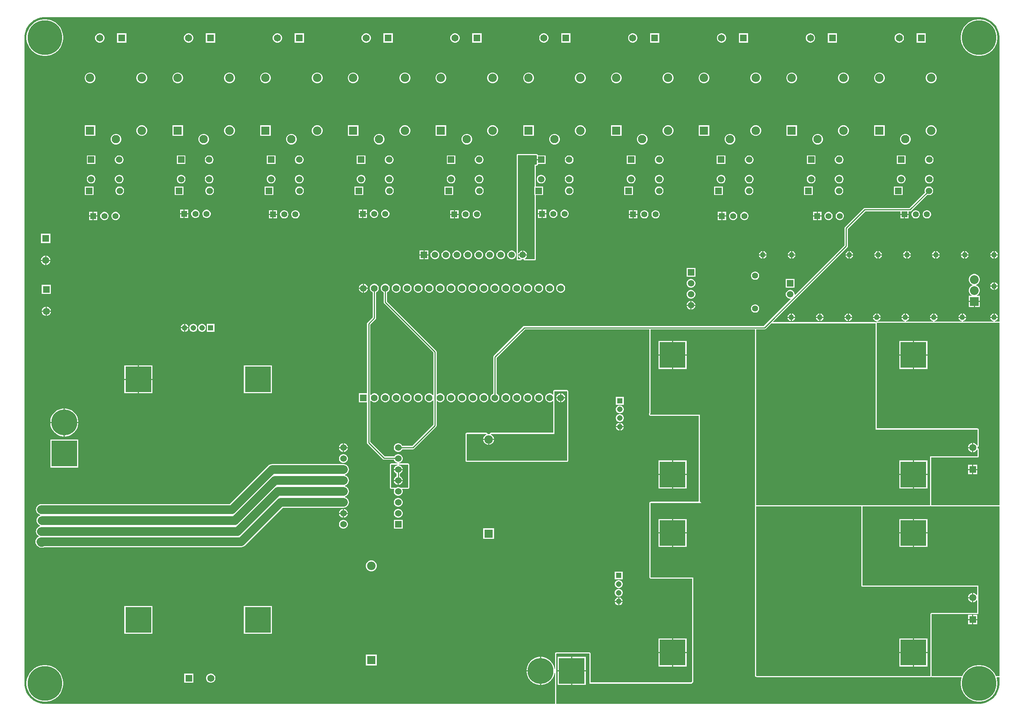
<source format=gbr>
%TF.GenerationSoftware,Altium Limited,Altium Designer,22.1.2 (22)*%
G04 Layer_Physical_Order=2*
G04 Layer_Color=16711680*
%FSLAX45Y45*%
%MOMM*%
%TF.SameCoordinates,97720CCC-B93B-4F85-99AC-C394CD96EF65*%
%TF.FilePolarity,Positive*%
%TF.FileFunction,Copper,L2,Bot,Signal*%
%TF.Part,Single*%
G01*
G75*
%TA.AperFunction,Conductor*%
%ADD10C,0.25400*%
%TA.AperFunction,ComponentPad*%
%ADD22C,1.98000*%
%ADD23C,1.93500*%
%ADD24R,1.98000X1.98000*%
%ADD25C,1.49800*%
%ADD26R,1.49800X1.49800*%
%ADD27C,8.00000*%
%ADD28C,1.40000*%
%ADD29R,1.50000X1.50000*%
%ADD30C,1.50000*%
%ADD31R,1.53000X1.53000*%
%ADD32C,1.53000*%
%ADD33R,1.50000X1.50000*%
%ADD34R,2.04000X2.04000*%
%ADD35C,2.04000*%
%ADD36R,1.65000X1.65000*%
%ADD37C,1.65000*%
%ADD38C,1.30800*%
%ADD39R,1.30800X1.30800*%
%ADD40R,1.65000X1.65000*%
%ADD41C,6.00000*%
%ADD42R,6.00000X6.00000*%
%ADD43R,1.40000X1.40000*%
%ADD44R,6.00000X6.00000*%
%ADD45R,1.56000X1.56000*%
%ADD46C,1.56000*%
%ADD47R,1.30800X1.30800*%
%TA.AperFunction,ViaPad*%
%ADD48C,1.27000*%
%TA.AperFunction,Conductor*%
%ADD49C,2.00000*%
G36*
X6667500Y6171703D02*
X6699098D01*
X6761756Y6163454D01*
X6822799Y6147098D01*
X6881187Y6122913D01*
X6935917Y6091314D01*
X6986054Y6052843D01*
X7030741Y6008156D01*
X7069214Y5958017D01*
X7100813Y5903286D01*
X7124997Y5844899D01*
X7141354Y5783855D01*
X7149603Y5721198D01*
X7149603Y5689600D01*
Y-888502D01*
X7038333D01*
X7036661Y-875802D01*
X7057414Y-870242D01*
X7077686Y-858538D01*
X7094238Y-841986D01*
X7105942Y-821714D01*
X7111733Y-800100D01*
X6934467D01*
X6940258Y-821714D01*
X6951962Y-841986D01*
X6968514Y-858538D01*
X6988786Y-870242D01*
X7009539Y-875802D01*
X7007867Y-888502D01*
X6301731D01*
X6300059Y-875802D01*
X6320812Y-870242D01*
X6341084Y-858538D01*
X6357636Y-841986D01*
X6369340Y-821714D01*
X6375131Y-800100D01*
X6197865D01*
X6203657Y-821714D01*
X6215360Y-841986D01*
X6231912Y-858538D01*
X6252184Y-870242D01*
X6272937Y-875802D01*
X6271265Y-888502D01*
X5641331D01*
X5639660Y-875802D01*
X5660413Y-870242D01*
X5680684Y-858538D01*
X5697236Y-841986D01*
X5708940Y-821714D01*
X5714732Y-800100D01*
X5537465D01*
X5543257Y-821714D01*
X5554961Y-841986D01*
X5571513Y-858538D01*
X5591784Y-870242D01*
X5612537Y-875802D01*
X5610866Y-888502D01*
X4980932D01*
X4979260Y-875802D01*
X5000013Y-870242D01*
X5020285Y-858538D01*
X5036837Y-841986D01*
X5048540Y-821714D01*
X5054332Y-800100D01*
X4877066D01*
X4882857Y-821714D01*
X4894561Y-841986D01*
X4911113Y-858538D01*
X4931385Y-870242D01*
X4952138Y-875802D01*
X4950466Y-888502D01*
X4325765D01*
X4320532Y-888502D01*
X4318860Y-875803D01*
X4324341Y-874334D01*
X4339613Y-870242D01*
X4359885Y-858538D01*
X4376437Y-841986D01*
X4388141Y-821714D01*
X4393932Y-800100D01*
X4216666D01*
X4222457Y-821714D01*
X4234161Y-841986D01*
X4250713Y-858538D01*
X4270985Y-870242D01*
X4293595Y-876300D01*
X4299484D01*
X4309429Y-886356D01*
X4310178Y-889000D01*
X4310082Y-889555D01*
X4309810Y-889748D01*
X4309136Y-890115D01*
X4309120Y-890123D01*
X4309118Y-890124D01*
X4308043Y-890338D01*
X4306268Y-890691D01*
X4305125Y-891455D01*
X4303813Y-891863D01*
X4301581Y-893721D01*
X4300853Y-894022D01*
X4299260Y-895087D01*
X4298393Y-895953D01*
X4297866Y-896305D01*
X4297554Y-896617D01*
X4296418Y-897285D01*
X4290961Y-902148D01*
X4290747Y-902237D01*
X4289387Y-903597D01*
X4287144Y-903151D01*
X4284788Y-902175D01*
X4282402Y-901700D01*
X4279851Y-901700D01*
X4277349Y-901202D01*
X1900828D01*
X1895968Y-889469D01*
X3623748Y838310D01*
X3632169Y850913D01*
X3635126Y865779D01*
Y1264430D01*
X4040149Y1669454D01*
X4851600D01*
Y1612900D01*
X5042400D01*
Y1669454D01*
X5073200D01*
X5088066Y1672411D01*
X5100669Y1680832D01*
X5472551Y2052714D01*
X5497982Y2045900D01*
X5524418D01*
X5549953Y2052742D01*
X5572847Y2065960D01*
X5591540Y2084653D01*
X5604758Y2107547D01*
X5611600Y2133082D01*
Y2159518D01*
X5604758Y2185053D01*
X5591540Y2207947D01*
X5572847Y2226640D01*
X5549953Y2239858D01*
X5524418Y2246700D01*
X5497982D01*
X5472447Y2239858D01*
X5449553Y2226640D01*
X5430860Y2207947D01*
X5417642Y2185053D01*
X5410800Y2159518D01*
Y2133082D01*
X5417614Y2107651D01*
X5057110Y1747147D01*
X4024058D01*
X4009192Y1744190D01*
X3996590Y1735769D01*
X3568810Y1307990D01*
X3560390Y1295387D01*
X3557433Y1280521D01*
Y881870D01*
X2413100Y-262463D01*
X2400400Y-257202D01*
Y-240782D01*
X2393558Y-215247D01*
X2380340Y-192353D01*
X2361647Y-173660D01*
X2338753Y-160442D01*
X2313218Y-153600D01*
X2286782D01*
X2261247Y-160442D01*
X2238353Y-173660D01*
X2219660Y-192353D01*
X2206442Y-215247D01*
X2199600Y-240782D01*
Y-267218D01*
X2206442Y-292753D01*
X2219660Y-315647D01*
X2238353Y-334340D01*
X2261247Y-347558D01*
X2286782Y-354400D01*
X2303202D01*
X2308463Y-367100D01*
X1685709Y-989853D01*
X-3860800D01*
X-3875666Y-992811D01*
X-3888269Y-1001231D01*
X-4568869Y-1681832D01*
X-4577290Y-1694434D01*
X-4580247Y-1709300D01*
Y-2557661D01*
X-4581311Y-2557947D01*
X-4604889Y-2571559D01*
X-4624141Y-2590811D01*
X-4637753Y-2614389D01*
X-4644800Y-2640687D01*
Y-2667913D01*
X-4637753Y-2694211D01*
X-4624141Y-2717789D01*
X-4604889Y-2737040D01*
X-4581311Y-2750653D01*
X-4555013Y-2757700D01*
X-4527787D01*
X-4501489Y-2750653D01*
X-4477911Y-2737040D01*
X-4458660Y-2717789D01*
X-4445047Y-2694211D01*
X-4438000Y-2667913D01*
Y-2640687D01*
X-4445047Y-2614389D01*
X-4458660Y-2590811D01*
X-4477911Y-2571559D01*
X-4501489Y-2557947D01*
X-4502554Y-2557661D01*
Y-1725391D01*
X-3844709Y-1067547D01*
X-965698D01*
Y-3013878D01*
X-967265Y-3016220D01*
X-968000Y-3017992D01*
X-968377Y-3019882D01*
X-968953Y-3020981D01*
X-969334Y-3022270D01*
X-969396Y-3022957D01*
X-969509Y-3023229D01*
X-969509Y-3023230D01*
X-969510Y-3023654D01*
X-969660Y-3024052D01*
X-969660Y-3024053D01*
X-969637Y-3024787D01*
X-969871Y-3025578D01*
X-969906Y-3025970D01*
X-970287Y-3027262D01*
X-970436Y-3028903D01*
X-970439Y-3028914D01*
X-970964Y-3034691D01*
X-970796Y-3036274D01*
X-971051Y-3037760D01*
X-971029Y-3038601D01*
X-970477Y-3041038D01*
X-970433Y-3042743D01*
X-970423Y-3042788D01*
X-970005Y-3043728D01*
X-969897Y-3044739D01*
X-969696Y-3045110D01*
X-969578Y-3046247D01*
X-969096Y-3047139D01*
X-968798Y-3048456D01*
X-968797Y-3048457D01*
X-968488Y-3049151D01*
X-966796Y-3051545D01*
X-966614Y-3052136D01*
X-966358Y-3052609D01*
X-965731Y-3053367D01*
X-964774Y-3055136D01*
X-963775Y-3056343D01*
X-962905Y-3057050D01*
X-962656Y-3057403D01*
X-962532Y-3057481D01*
X-961398Y-3059085D01*
X-956788Y-3063457D01*
X-956786Y-3063458D01*
X-955126Y-3065033D01*
X-953294Y-3066188D01*
X-953156Y-3066319D01*
X-952919Y-3066469D01*
X-952870Y-3066516D01*
X-952867Y-3066518D01*
X-952815Y-3066538D01*
X-951112Y-3068153D01*
X-949282Y-3069306D01*
X-947358Y-3070044D01*
X-945227Y-3071465D01*
X-945123Y-3071508D01*
X-944844Y-3071564D01*
X-944611Y-3071711D01*
X-942088Y-3072145D01*
X-940078Y-3072977D01*
X-937953Y-3073400D01*
X-935601D01*
X-935224Y-3073475D01*
X-935026D01*
X-932901Y-3073898D01*
X177302D01*
Y-5054600D01*
X166781Y-5066802D01*
X-928156D01*
X-928415Y-5066854D01*
X-928675Y-5066807D01*
X-933360Y-5067837D01*
X-938067Y-5068774D01*
X-938286Y-5068921D01*
X-938544Y-5068977D01*
X-950187Y-5074075D01*
X-951912Y-5075279D01*
X-953868Y-5076055D01*
X-955844Y-5077974D01*
X-958112Y-5079489D01*
X-958255Y-5079703D01*
X-958475Y-5079856D01*
X-959609Y-5081629D01*
X-961118Y-5083094D01*
X-962207Y-5085617D01*
X-963726Y-5087891D01*
X-963777Y-5088146D01*
X-963919Y-5088369D01*
X-964288Y-5090441D01*
X-965122Y-5092372D01*
X-965123Y-5092376D01*
X-965163Y-5095115D01*
X-965698Y-5097802D01*
Y-6808256D01*
X-965646Y-6808515D01*
X-965693Y-6808775D01*
X-964663Y-6813460D01*
X-963726Y-6818167D01*
X-963579Y-6818386D01*
X-963523Y-6818644D01*
X-958425Y-6830287D01*
X-957221Y-6832012D01*
X-956445Y-6833968D01*
X-954526Y-6835944D01*
X-953011Y-6838212D01*
X-952797Y-6838355D01*
X-952644Y-6838575D01*
X-950871Y-6839709D01*
X-949406Y-6841218D01*
X-946883Y-6842307D01*
X-944609Y-6843826D01*
X-944354Y-6843877D01*
X-944131Y-6844019D01*
X-942059Y-6844388D01*
X-940128Y-6845222D01*
X-940124Y-6845223D01*
X-937385Y-6845263D01*
X-934698Y-6845798D01*
X24902D01*
Y-9234873D01*
X1973Y-9257802D01*
X-2323602D01*
Y-8600450D01*
X-2323836Y-8599276D01*
X-2323836Y-8599274D01*
X-2323836Y-8597929D01*
X-2324101Y-8596600D01*
Y-8595396D01*
X-2324334Y-8594224D01*
X-2324445Y-8593038D01*
X-2324789Y-8591883D01*
X-2324916Y-8590532D01*
X-2325300Y-8589244D01*
X-2325301Y-8589243D01*
X-2325412Y-8588053D01*
X-2325757Y-8586897D01*
X-2325758Y-8586896D01*
X-2325758Y-8586894D01*
X-2327327Y-8581637D01*
X-2327696Y-8580939D01*
X-2327738Y-8580603D01*
X-2327738Y-8580602D01*
X-2328011Y-8580124D01*
X-2328196Y-8579181D01*
X-2328201Y-8579169D01*
X-2328386Y-8578891D01*
X-2328391Y-8578866D01*
X-2328796Y-8577888D01*
X-2330048Y-8576013D01*
X-2330621Y-8574632D01*
X-2330780Y-8574395D01*
X-2330801Y-8574374D01*
X-2330813Y-8574345D01*
X-2330824Y-8574329D01*
X-2331066Y-8574088D01*
X-2331511Y-8573014D01*
X-2332139Y-8572386D01*
X-2332629Y-8571460D01*
X-2332951Y-8571063D01*
X-2333857Y-8570313D01*
X-2334410Y-8569486D01*
X-2336307Y-8568218D01*
X-2336469Y-8568056D01*
X-2336623Y-8567825D01*
X-2337419Y-8567029D01*
X-2337634Y-8566886D01*
X-2337635Y-8566884D01*
X-2337652Y-8566873D01*
X-2338656Y-8565869D01*
X-2340541Y-8564609D01*
X-2341332Y-8563817D01*
X-2341542Y-8563676D01*
X-2343574Y-8562833D01*
X-2345213Y-8561676D01*
X-2345216Y-8561675D01*
X-2345542Y-8561601D01*
X-2345821Y-8561415D01*
X-2345824Y-8561415D01*
X-2346038Y-8561272D01*
X-2348530Y-8560777D01*
X-2350875Y-8559804D01*
X-2353436Y-8559802D01*
X-2354130Y-8559664D01*
X-2355073Y-8559451D01*
X-2355141Y-8559463D01*
X-2355949Y-8559303D01*
X-2358491Y-8559303D01*
X-2358495Y-8559302D01*
X-3112556D01*
X-3112815Y-8559354D01*
X-3113075Y-8559307D01*
X-3117760Y-8560337D01*
X-3122467Y-8561274D01*
X-3122686Y-8561421D01*
X-3122944Y-8561477D01*
X-3134587Y-8566575D01*
X-3136312Y-8567779D01*
X-3138268Y-8568555D01*
X-3140244Y-8570474D01*
X-3142512Y-8571989D01*
X-3142655Y-8572203D01*
X-3142875Y-8572356D01*
X-3144009Y-8574129D01*
X-3145518Y-8575594D01*
X-3146607Y-8578117D01*
X-3148126Y-8580391D01*
X-3148177Y-8580646D01*
X-3148319Y-8580869D01*
X-3148688Y-8582941D01*
X-3149522Y-8584872D01*
X-3149523Y-8584876D01*
X-3149563Y-8587615D01*
X-3150098Y-8590302D01*
Y-8937752D01*
X-3162798Y-8938751D01*
X-3166813Y-8913402D01*
X-3182640Y-8864690D01*
X-3205893Y-8819053D01*
X-3235999Y-8777616D01*
X-3272216Y-8741399D01*
X-3313653Y-8711293D01*
X-3359290Y-8688040D01*
X-3408002Y-8672213D01*
X-3458590Y-8664200D01*
X-3471501D01*
Y-8989600D01*
Y-9315000D01*
X-3458590D01*
X-3408002Y-9306987D01*
X-3359290Y-9291160D01*
X-3313653Y-9267907D01*
X-3272216Y-9237801D01*
X-3235999Y-9201584D01*
X-3205893Y-9160147D01*
X-3182640Y-9114510D01*
X-3166813Y-9065798D01*
X-3162798Y-9040449D01*
X-3150098Y-9041448D01*
Y-9753104D01*
X-3162798Y-9753104D01*
X-14968600Y-9753105D01*
X-14999673D01*
X-15061292Y-9744993D01*
X-15121323Y-9728908D01*
X-15178741Y-9705124D01*
X-15232562Y-9674050D01*
X-15281870Y-9636216D01*
X-15325816Y-9592269D01*
X-15363649Y-9542964D01*
X-15394724Y-9489141D01*
X-15418507Y-9431723D01*
X-15434592Y-9371692D01*
X-15442703Y-9310074D01*
X-15442703Y-9279000D01*
X-15442703Y5702300D01*
Y5733066D01*
X-15434673Y5794073D01*
X-15418745Y5853508D01*
X-15395200Y5910357D01*
X-15364433Y5963645D01*
X-15326974Y6012463D01*
X-15283464Y6055973D01*
X-15234647Y6093432D01*
X-15181358Y6124198D01*
X-15124509Y6147746D01*
X-15065073Y6163671D01*
X-15004066Y6171703D01*
X-14973300Y6171704D01*
X6667500Y6171703D01*
D02*
G37*
G36*
X4279735Y-927575D02*
Y-928822D01*
X4279900Y-929651D01*
Y-3365002D01*
Y-3390900D01*
X6639550D01*
X6641677Y-3391323D01*
X6642100Y-3393451D01*
Y-3758075D01*
X6639134Y-3760576D01*
X6632929Y-3761370D01*
X6622410Y-3758069D01*
X6614141Y-3743748D01*
X6594052Y-3723659D01*
X6569448Y-3709453D01*
X6542005Y-3702100D01*
X6540500D01*
Y-3810000D01*
Y-3917900D01*
X6542005D01*
X6569448Y-3910547D01*
X6594052Y-3896341D01*
X6614141Y-3876252D01*
X6622410Y-3861932D01*
X6632930Y-3858630D01*
X6639134Y-3859424D01*
X6642100Y-3861925D01*
Y-4010650D01*
X6641677Y-4012777D01*
X6639549Y-4013200D01*
X5537200D01*
Y-5142993D01*
X5534649Y-5143500D01*
X1511807D01*
X1511300Y-5140949D01*
Y-1067547D01*
X1701800D01*
X1716666Y-1064589D01*
X1729269Y-1056169D01*
X1858337Y-927100D01*
X4277349D01*
X4279735Y-927575D01*
D02*
G37*
G36*
X7149604Y-5143500D02*
X5565648D01*
X5563098Y-5142993D01*
Y-4039098D01*
X6642100D01*
X6652011Y-4037126D01*
X6660412Y-4031512D01*
X6666026Y-4023111D01*
X6667998Y-4013200D01*
Y-3849390D01*
X6667337Y-3846067D01*
X6667115Y-3842687D01*
X6666360Y-3841155D01*
X6666026Y-3839479D01*
X6664144Y-3836662D01*
X6662646Y-3833625D01*
X6661362Y-3832498D01*
X6660412Y-3831077D01*
X6657596Y-3829195D01*
X6655049Y-3826962D01*
X6653431Y-3826413D01*
X6652011Y-3825464D01*
X6648689Y-3824803D01*
X6645480Y-3823714D01*
X6642100Y-3823269D01*
Y-3796731D01*
X6645480Y-3796286D01*
X6648689Y-3795197D01*
X6652011Y-3794536D01*
X6653431Y-3793587D01*
X6655049Y-3793038D01*
X6657596Y-3790805D01*
X6660412Y-3788923D01*
X6661362Y-3787502D01*
X6662646Y-3786375D01*
X6664144Y-3783338D01*
X6666026Y-3780521D01*
X6666360Y-3778845D01*
X6667115Y-3777313D01*
X6667337Y-3773933D01*
X6667998Y-3770610D01*
Y-3390900D01*
X6666026Y-3380989D01*
X6660412Y-3372588D01*
X6652011Y-3366974D01*
X6642100Y-3365002D01*
X4305798D01*
Y-927100D01*
X4305135Y-923770D01*
X4305479Y-923426D01*
X4307040Y-922508D01*
X4313648Y-916619D01*
X4315241Y-915555D01*
X4316178Y-914618D01*
X4317498Y-914478D01*
X4317751Y-914400D01*
X7149604D01*
Y-5143500D01*
D02*
G37*
G36*
X3949202Y-7010400D02*
X3951174Y-7020311D01*
X3956788Y-7028712D01*
X3965189Y-7034326D01*
X3975100Y-7036298D01*
X6628902D01*
Y-7223714D01*
X6616202Y-7227117D01*
X6614141Y-7223548D01*
X6594052Y-7203459D01*
X6569448Y-7189253D01*
X6542005Y-7181900D01*
X6540500D01*
Y-7289800D01*
Y-7397700D01*
X6542005D01*
X6569448Y-7390347D01*
X6594052Y-7376141D01*
X6614141Y-7356052D01*
X6616202Y-7352483D01*
X6628902Y-7355886D01*
Y-7644902D01*
X5575300D01*
X5565389Y-7646874D01*
X5556988Y-7652488D01*
X5551374Y-7660889D01*
X5549402Y-7670800D01*
Y-9105900D01*
X1524000D01*
X1523033Y-9106867D01*
X1511300Y-9102006D01*
Y-5169398D01*
X3949202D01*
Y-7010400D01*
D02*
G37*
G36*
X5553187Y-5167426D02*
X5563098Y-5169398D01*
X7149604D01*
Y-9105900D01*
X7064250D01*
X7057848Y-9090447D01*
X7029966Y-9042153D01*
X6996019Y-8997912D01*
X6956588Y-8958481D01*
X6912347Y-8924534D01*
X6864053Y-8896651D01*
X6812534Y-8875311D01*
X6758669Y-8860879D01*
X6703382Y-8853600D01*
X6647618D01*
X6592330Y-8860879D01*
X6538466Y-8875311D01*
X6486947Y-8896651D01*
X6438653Y-8924534D01*
X6394412Y-8958481D01*
X6354981Y-8997912D01*
X6321034Y-9042153D01*
X6293151Y-9090447D01*
X6286750Y-9105900D01*
X5577850D01*
X5577801Y-9105890D01*
X5577801D01*
X5576514Y-9105634D01*
X5575349Y-9105402D01*
X5575349D01*
X5575301Y-9105393D01*
X5575300Y-9105393D01*
Y-7673350D01*
X5575723Y-7671223D01*
X5577851Y-7670800D01*
X6654800D01*
Y-7010400D01*
X3977650D01*
X3975523Y-7009977D01*
X3975100Y-7007849D01*
Y-5169398D01*
X5537200D01*
X5547111Y-5167426D01*
X5550149Y-5165396D01*
X5553187Y-5167426D01*
D02*
G37*
G36*
X1485402Y-5140949D02*
X1485900Y-5143450D01*
X1485900Y-5146000D01*
X1486407Y-5148551D01*
X1487383Y-5150909D01*
X1487881Y-5153411D01*
X1489297Y-5155530D01*
X1489573Y-5156196D01*
X1487374Y-5159487D01*
X1485402Y-5169398D01*
Y-9102006D01*
X1487374Y-9111917D01*
X1492987Y-9120319D01*
X1501389Y-9125933D01*
X1501390Y-9125933D01*
X1513122Y-9130793D01*
X1513123Y-9130793D01*
X1523033Y-9132764D01*
X1527894Y-9131798D01*
X5549402D01*
X5559313Y-9129826D01*
X5562598Y-9127631D01*
X5563291Y-9127916D01*
X5565389Y-9129319D01*
X5565437Y-9129328D01*
X5565438Y-9129329D01*
X5567904Y-9129819D01*
X5570275Y-9130798D01*
X5570287D01*
X5570298Y-9130803D01*
X5572748Y-9131290D01*
X5572873D01*
X5575323Y-9131295D01*
X5577850Y-9131798D01*
X6264824D01*
X6271133Y-9144498D01*
X6257379Y-9195830D01*
X6250100Y-9251118D01*
Y-9306882D01*
X6257379Y-9362169D01*
X6271811Y-9416034D01*
X6293151Y-9467553D01*
X6321034Y-9515847D01*
X6354981Y-9560088D01*
X6394412Y-9599519D01*
X6438653Y-9633466D01*
X6486947Y-9661348D01*
X6538466Y-9682689D01*
X6592330Y-9697121D01*
X6647618Y-9704400D01*
X6703382D01*
X6758669Y-9697121D01*
X6812534Y-9682689D01*
X6864053Y-9661348D01*
X6912347Y-9633466D01*
X6956588Y-9599519D01*
X6996019Y-9560088D01*
X7029966Y-9515847D01*
X7057848Y-9467553D01*
X7079189Y-9416034D01*
X7093621Y-9362169D01*
X7100900Y-9306882D01*
Y-9251118D01*
X7093621Y-9195830D01*
X7079867Y-9144498D01*
X7086176Y-9131798D01*
X7149604D01*
Y-9271000D01*
Y-9302598D01*
X7141355Y-9365256D01*
X7124998Y-9426300D01*
X7100813Y-9484688D01*
X7069215Y-9539416D01*
X7030743Y-9589555D01*
X6986056Y-9634242D01*
X6935916Y-9672715D01*
X6881187Y-9704313D01*
X6822800Y-9728498D01*
X6761756Y-9744855D01*
X6699098Y-9753104D01*
X6667501Y-9753103D01*
X-3124200Y-9753104D01*
Y-8590302D01*
X-3124199Y-8590298D01*
X-3112556Y-8585200D01*
X-2358495D01*
X-2358491Y-8585201D01*
X-2355943Y-8585200D01*
X-2355734Y-8585340D01*
X-2355732Y-8585341D01*
X-2354936Y-8586138D01*
X-2353045Y-8587401D01*
X-2352722Y-8587798D01*
X-2352317Y-8588776D01*
X-2352307Y-8588791D01*
X-2352307Y-8588792D01*
X-2352148Y-8589029D01*
X-2352143Y-8589042D01*
X-2350574Y-8594299D01*
Y-8594300D01*
X-2350229Y-8595457D01*
X-2350118Y-8596645D01*
X-2349733Y-8597934D01*
X-2349733Y-8599279D01*
X-2349500Y-8600450D01*
Y-9257802D01*
Y-9283700D01*
X12700D01*
X50800Y-9245600D01*
Y-6819900D01*
X-934698D01*
X-934702Y-6819899D01*
X-939800Y-6808256D01*
Y-5097802D01*
X-939799Y-5097798D01*
X-928156Y-5092700D01*
X241300D01*
X203200Y-5054600D01*
Y-3048000D01*
X-932901D01*
X-935026Y-3047577D01*
X-935224D01*
X-935329Y-3047534D01*
X-935473Y-3047397D01*
X-937303Y-3046244D01*
X-938963Y-3044669D01*
X-938966Y-3044667D01*
X-943576Y-3040295D01*
X-943831Y-3039822D01*
X-944831Y-3038615D01*
X-945140Y-3037921D01*
X-945162Y-3037080D01*
X-945172Y-3037035D01*
X-944647Y-3031258D01*
X-944644Y-3031247D01*
X-944495Y-3029599D01*
X-944115Y-3028311D01*
X-944114Y-3028309D01*
X-944114Y-3028308D01*
X-944079Y-3027915D01*
X-943344Y-3026144D01*
X-939800Y-3022600D01*
Y-1067547D01*
X1485402D01*
Y-5140949D01*
D02*
G37*
%LPC*%
G36*
X5441899Y5797500D02*
X5226099D01*
Y5581700D01*
X5441899D01*
Y5797500D01*
D02*
G37*
G36*
X4840204D02*
X4811794D01*
X4784351Y5790147D01*
X4759747Y5775941D01*
X4739658Y5755852D01*
X4725452Y5731248D01*
X4718099Y5703805D01*
Y5675395D01*
X4725452Y5647952D01*
X4739658Y5623348D01*
X4759747Y5603259D01*
X4784351Y5589053D01*
X4811794Y5581700D01*
X4840204D01*
X4867647Y5589053D01*
X4892251Y5603259D01*
X4912340Y5623348D01*
X4926546Y5647952D01*
X4933899Y5675395D01*
Y5703805D01*
X4926546Y5731248D01*
X4912340Y5755852D01*
X4892251Y5775941D01*
X4867647Y5790147D01*
X4840204Y5797500D01*
D02*
G37*
G36*
X3383717D02*
X3167917D01*
Y5581700D01*
X3383717D01*
Y5797500D01*
D02*
G37*
G36*
X2782022D02*
X2753612D01*
X2726169Y5790147D01*
X2701565Y5775941D01*
X2681475Y5755852D01*
X2667270Y5731248D01*
X2659917Y5703805D01*
Y5675395D01*
X2667270Y5647952D01*
X2681475Y5623348D01*
X2701565Y5603259D01*
X2726169Y5589053D01*
X2753612Y5581700D01*
X2782022D01*
X2809465Y5589053D01*
X2834069Y5603259D01*
X2854158Y5623348D01*
X2868364Y5647952D01*
X2875717Y5675395D01*
Y5703805D01*
X2868364Y5731248D01*
X2854158Y5755852D01*
X2834069Y5775941D01*
X2809465Y5790147D01*
X2782022Y5797500D01*
D02*
G37*
G36*
X1325535D02*
X1109735D01*
Y5581700D01*
X1325535D01*
Y5797500D01*
D02*
G37*
G36*
X723840D02*
X695430D01*
X667987Y5790147D01*
X643383Y5775941D01*
X623293Y5755852D01*
X609088Y5731248D01*
X601735Y5703805D01*
Y5675395D01*
X609088Y5647952D01*
X623293Y5623348D01*
X643383Y5603259D01*
X667987Y5589053D01*
X695430Y5581700D01*
X723840D01*
X751283Y5589053D01*
X775887Y5603259D01*
X795976Y5623348D01*
X810182Y5647952D01*
X817535Y5675395D01*
Y5703805D01*
X810182Y5731248D01*
X795976Y5755852D01*
X775887Y5775941D01*
X751283Y5790147D01*
X723840Y5797500D01*
D02*
G37*
G36*
X-732647D02*
X-948447D01*
Y5581700D01*
X-732647D01*
Y5797500D01*
D02*
G37*
G36*
X-1334342D02*
X-1362752D01*
X-1390195Y5790147D01*
X-1414799Y5775941D01*
X-1434889Y5755852D01*
X-1449094Y5731248D01*
X-1456447Y5703805D01*
Y5675395D01*
X-1449094Y5647952D01*
X-1434889Y5623348D01*
X-1414799Y5603259D01*
X-1390195Y5589053D01*
X-1362752Y5581700D01*
X-1334342D01*
X-1306899Y5589053D01*
X-1282295Y5603259D01*
X-1262206Y5623348D01*
X-1248000Y5647952D01*
X-1240647Y5675395D01*
Y5703805D01*
X-1248000Y5731248D01*
X-1262206Y5755852D01*
X-1282295Y5775941D01*
X-1306899Y5790147D01*
X-1334342Y5797500D01*
D02*
G37*
G36*
X-2790829D02*
X-3006629D01*
Y5581700D01*
X-2790829D01*
Y5797500D01*
D02*
G37*
G36*
X-3392524D02*
X-3420934D01*
X-3448377Y5790147D01*
X-3472981Y5775941D01*
X-3493071Y5755852D01*
X-3507276Y5731248D01*
X-3514629Y5703805D01*
Y5675395D01*
X-3507276Y5647952D01*
X-3493071Y5623348D01*
X-3472981Y5603259D01*
X-3448377Y5589053D01*
X-3420934Y5581700D01*
X-3392524D01*
X-3365081Y5589053D01*
X-3340477Y5603259D01*
X-3320388Y5623348D01*
X-3306182Y5647952D01*
X-3298829Y5675395D01*
Y5703805D01*
X-3306182Y5731248D01*
X-3320388Y5755852D01*
X-3340477Y5775941D01*
X-3365081Y5790147D01*
X-3392524Y5797500D01*
D02*
G37*
G36*
X-4849011D02*
X-5064811D01*
Y5581700D01*
X-4849011D01*
Y5797500D01*
D02*
G37*
G36*
X-5450706D02*
X-5479117D01*
X-5506559Y5790147D01*
X-5531163Y5775941D01*
X-5551253Y5755852D01*
X-5565458Y5731248D01*
X-5572811Y5703805D01*
Y5675395D01*
X-5565458Y5647952D01*
X-5551253Y5623348D01*
X-5531163Y5603259D01*
X-5506559Y5589053D01*
X-5479117Y5581700D01*
X-5450706D01*
X-5423263Y5589053D01*
X-5398659Y5603259D01*
X-5378570Y5623348D01*
X-5364364Y5647952D01*
X-5357011Y5675395D01*
Y5703805D01*
X-5364364Y5731248D01*
X-5378570Y5755852D01*
X-5398659Y5775941D01*
X-5423263Y5790147D01*
X-5450706Y5797500D01*
D02*
G37*
G36*
X-6907193D02*
X-7122993D01*
Y5581700D01*
X-6907193D01*
Y5797500D01*
D02*
G37*
G36*
X-7508888D02*
X-7537299D01*
X-7564741Y5790147D01*
X-7589346Y5775941D01*
X-7609435Y5755852D01*
X-7623640Y5731248D01*
X-7630993Y5703805D01*
Y5675395D01*
X-7623640Y5647952D01*
X-7609435Y5623348D01*
X-7589346Y5603259D01*
X-7564741Y5589053D01*
X-7537299Y5581700D01*
X-7508888D01*
X-7481446Y5589053D01*
X-7456841Y5603259D01*
X-7436752Y5623348D01*
X-7422546Y5647952D01*
X-7415193Y5675395D01*
Y5703805D01*
X-7422546Y5731248D01*
X-7436752Y5755852D01*
X-7456841Y5775941D01*
X-7481446Y5790147D01*
X-7508888Y5797500D01*
D02*
G37*
G36*
X-8965376D02*
X-9181175D01*
Y5581700D01*
X-8965376D01*
Y5797500D01*
D02*
G37*
G36*
X-9567070D02*
X-9595481D01*
X-9622923Y5790147D01*
X-9647528Y5775941D01*
X-9667617Y5755852D01*
X-9681822Y5731248D01*
X-9689175Y5703805D01*
Y5675395D01*
X-9681822Y5647952D01*
X-9667617Y5623348D01*
X-9647528Y5603259D01*
X-9622923Y5589053D01*
X-9595481Y5581700D01*
X-9567070D01*
X-9539628Y5589053D01*
X-9515023Y5603259D01*
X-9494934Y5623348D01*
X-9480729Y5647952D01*
X-9473376Y5675395D01*
Y5703805D01*
X-9480729Y5731248D01*
X-9494934Y5755852D01*
X-9515023Y5775941D01*
X-9539628Y5790147D01*
X-9567070Y5797500D01*
D02*
G37*
G36*
X-11023558D02*
X-11239358D01*
Y5581700D01*
X-11023558D01*
Y5797500D01*
D02*
G37*
G36*
X-11625252D02*
X-11653663D01*
X-11681105Y5790147D01*
X-11705710Y5775941D01*
X-11725799Y5755852D01*
X-11740004Y5731248D01*
X-11747358Y5703805D01*
Y5675395D01*
X-11740004Y5647952D01*
X-11725799Y5623348D01*
X-11705710Y5603259D01*
X-11681105Y5589053D01*
X-11653663Y5581700D01*
X-11625252D01*
X-11597810Y5589053D01*
X-11573205Y5603259D01*
X-11553116Y5623348D01*
X-11538911Y5647952D01*
X-11531558Y5675395D01*
Y5703805D01*
X-11538911Y5731248D01*
X-11553116Y5755852D01*
X-11573205Y5775941D01*
X-11597810Y5790147D01*
X-11625252Y5797500D01*
D02*
G37*
G36*
X-13081740D02*
X-13297540D01*
Y5581700D01*
X-13081740D01*
Y5797500D01*
D02*
G37*
G36*
X-13683434D02*
X-13711845D01*
X-13739287Y5790147D01*
X-13763892Y5775941D01*
X-13783981Y5755852D01*
X-13798187Y5731248D01*
X-13805540Y5703805D01*
Y5675395D01*
X-13798187Y5647952D01*
X-13783981Y5623348D01*
X-13763892Y5603259D01*
X-13739287Y5589053D01*
X-13711845Y5581700D01*
X-13683434D01*
X-13655992Y5589053D01*
X-13631387Y5603259D01*
X-13611298Y5623348D01*
X-13597093Y5647952D01*
X-13589740Y5675395D01*
Y5703805D01*
X-13597093Y5731248D01*
X-13611298Y5755852D01*
X-13631387Y5775941D01*
X-13655992Y5790147D01*
X-13683434Y5797500D01*
D02*
G37*
G36*
X6703382Y6123000D02*
X6647618D01*
X6592330Y6115721D01*
X6538466Y6101289D01*
X6486947Y6079948D01*
X6438653Y6052066D01*
X6394412Y6018119D01*
X6354981Y5978688D01*
X6321034Y5934447D01*
X6293151Y5886153D01*
X6271811Y5834634D01*
X6257379Y5780769D01*
X6250100Y5725482D01*
Y5669718D01*
X6257379Y5614430D01*
X6271811Y5560566D01*
X6293151Y5509047D01*
X6321034Y5460753D01*
X6354981Y5416512D01*
X6394412Y5377081D01*
X6438653Y5343134D01*
X6486947Y5315251D01*
X6538466Y5293911D01*
X6592330Y5279479D01*
X6647618Y5272200D01*
X6703382D01*
X6758669Y5279479D01*
X6812534Y5293911D01*
X6864053Y5315251D01*
X6912347Y5343134D01*
X6956588Y5377081D01*
X6996019Y5416512D01*
X7029966Y5460753D01*
X7057848Y5509047D01*
X7079189Y5560566D01*
X7093621Y5614430D01*
X7100900Y5669718D01*
Y5725482D01*
X7093621Y5780769D01*
X7079189Y5834634D01*
X7057848Y5886153D01*
X7029966Y5934447D01*
X6996019Y5978688D01*
X6956588Y6018119D01*
X6912347Y6052066D01*
X6864053Y6079948D01*
X6812534Y6101289D01*
X6758669Y6115721D01*
X6703382Y6123000D01*
D02*
G37*
G36*
X-14940718D02*
X-14996481D01*
X-15051768Y6115721D01*
X-15105634Y6101289D01*
X-15157153Y6079948D01*
X-15205447Y6052066D01*
X-15249689Y6018119D01*
X-15289119Y5978688D01*
X-15323067Y5934447D01*
X-15350948Y5886153D01*
X-15372289Y5834634D01*
X-15386720Y5780769D01*
X-15394000Y5725482D01*
Y5669718D01*
X-15386720Y5614430D01*
X-15372289Y5560566D01*
X-15350948Y5509047D01*
X-15323067Y5460753D01*
X-15289119Y5416512D01*
X-15249689Y5377081D01*
X-15205447Y5343134D01*
X-15157153Y5315251D01*
X-15105634Y5293911D01*
X-15051768Y5279479D01*
X-14996481Y5272200D01*
X-14940718D01*
X-14885429Y5279479D01*
X-14831566Y5293911D01*
X-14780048Y5315251D01*
X-14731754Y5343134D01*
X-14687512Y5377081D01*
X-14648080Y5416512D01*
X-14614134Y5460753D01*
X-14586250Y5509047D01*
X-14564911Y5560566D01*
X-14550479Y5614430D01*
X-14543201Y5669718D01*
Y5725482D01*
X-14550479Y5780769D01*
X-14564911Y5834634D01*
X-14586250Y5886153D01*
X-14614134Y5934447D01*
X-14648080Y5978688D01*
X-14687512Y6018119D01*
X-14731754Y6052066D01*
X-14780048Y6079948D01*
X-14831566Y6101289D01*
X-14885429Y6115721D01*
X-14940718Y6123000D01*
D02*
G37*
G36*
X5582078Y4887300D02*
X5549322D01*
X5517683Y4878822D01*
X5489317Y4862445D01*
X5466155Y4839283D01*
X5449778Y4810917D01*
X5441300Y4779278D01*
Y4746522D01*
X5449778Y4714883D01*
X5466155Y4686517D01*
X5489317Y4663355D01*
X5517683Y4646978D01*
X5549322Y4638500D01*
X5582078D01*
X5613717Y4646978D01*
X5642083Y4663355D01*
X5665245Y4686517D01*
X5681622Y4714883D01*
X5690100Y4746522D01*
Y4779278D01*
X5681622Y4810917D01*
X5665245Y4839283D01*
X5642083Y4862445D01*
X5613717Y4878822D01*
X5582078Y4887300D01*
D02*
G37*
G36*
X4382078D02*
X4349322D01*
X4317683Y4878822D01*
X4289317Y4862445D01*
X4266155Y4839283D01*
X4249778Y4810917D01*
X4241300Y4779278D01*
Y4746522D01*
X4249778Y4714883D01*
X4266155Y4686517D01*
X4289317Y4663355D01*
X4317683Y4646978D01*
X4349322Y4638500D01*
X4382078D01*
X4413717Y4646978D01*
X4442083Y4663355D01*
X4465245Y4686517D01*
X4481622Y4714883D01*
X4490100Y4746522D01*
Y4779278D01*
X4481622Y4810917D01*
X4465245Y4839283D01*
X4442083Y4862445D01*
X4413717Y4878822D01*
X4382078Y4887300D01*
D02*
G37*
G36*
X3550078D02*
X3517322D01*
X3485683Y4878822D01*
X3457317Y4862445D01*
X3434155Y4839283D01*
X3417778Y4810917D01*
X3409300Y4779278D01*
Y4746522D01*
X3417778Y4714883D01*
X3434155Y4686517D01*
X3457317Y4663355D01*
X3485683Y4646978D01*
X3517322Y4638500D01*
X3550078D01*
X3581717Y4646978D01*
X3610083Y4663355D01*
X3633245Y4686517D01*
X3649622Y4714883D01*
X3658100Y4746522D01*
Y4779278D01*
X3649622Y4810917D01*
X3633245Y4839283D01*
X3610083Y4862445D01*
X3581717Y4878822D01*
X3550078Y4887300D01*
D02*
G37*
G36*
X2350078D02*
X2317322D01*
X2285683Y4878822D01*
X2257317Y4862445D01*
X2234155Y4839283D01*
X2217778Y4810917D01*
X2209300Y4779278D01*
Y4746522D01*
X2217778Y4714883D01*
X2234155Y4686517D01*
X2257317Y4663355D01*
X2285683Y4646978D01*
X2317322Y4638500D01*
X2350078D01*
X2381717Y4646978D01*
X2410083Y4663355D01*
X2433245Y4686517D01*
X2449622Y4714883D01*
X2458100Y4746522D01*
Y4779278D01*
X2449622Y4810917D01*
X2433245Y4839283D01*
X2410083Y4862445D01*
X2381717Y4878822D01*
X2350078Y4887300D01*
D02*
G37*
G36*
X1518078D02*
X1485322D01*
X1453683Y4878822D01*
X1425317Y4862445D01*
X1402155Y4839283D01*
X1385778Y4810917D01*
X1377300Y4779278D01*
Y4746522D01*
X1385778Y4714883D01*
X1402155Y4686517D01*
X1425317Y4663355D01*
X1453683Y4646978D01*
X1485322Y4638500D01*
X1518078D01*
X1549717Y4646978D01*
X1578083Y4663355D01*
X1601245Y4686517D01*
X1617622Y4714883D01*
X1626100Y4746522D01*
Y4779278D01*
X1617622Y4810917D01*
X1601245Y4839283D01*
X1578083Y4862445D01*
X1549717Y4878822D01*
X1518078Y4887300D01*
D02*
G37*
G36*
X318078D02*
X285322D01*
X253683Y4878822D01*
X225317Y4862445D01*
X202155Y4839283D01*
X185778Y4810917D01*
X177300Y4779278D01*
Y4746522D01*
X185778Y4714883D01*
X202155Y4686517D01*
X225317Y4663355D01*
X253683Y4646978D01*
X285322Y4638500D01*
X318078D01*
X349717Y4646978D01*
X378083Y4663355D01*
X401245Y4686517D01*
X417622Y4714883D01*
X426100Y4746522D01*
Y4779278D01*
X417622Y4810917D01*
X401245Y4839283D01*
X378083Y4862445D01*
X349717Y4878822D01*
X318078Y4887300D01*
D02*
G37*
G36*
X-513922D02*
X-546678D01*
X-578317Y4878822D01*
X-606683Y4862445D01*
X-629845Y4839283D01*
X-646222Y4810917D01*
X-654700Y4779278D01*
Y4746522D01*
X-646222Y4714883D01*
X-629845Y4686517D01*
X-606683Y4663355D01*
X-578317Y4646978D01*
X-546678Y4638500D01*
X-513922D01*
X-482283Y4646978D01*
X-453917Y4663355D01*
X-430755Y4686517D01*
X-414378Y4714883D01*
X-405900Y4746522D01*
Y4779278D01*
X-414378Y4810917D01*
X-430755Y4839283D01*
X-453917Y4862445D01*
X-482283Y4878822D01*
X-513922Y4887300D01*
D02*
G37*
G36*
X-1713922D02*
X-1746678D01*
X-1778317Y4878822D01*
X-1806683Y4862445D01*
X-1829845Y4839283D01*
X-1846222Y4810917D01*
X-1854700Y4779278D01*
Y4746522D01*
X-1846222Y4714883D01*
X-1829845Y4686517D01*
X-1806683Y4663355D01*
X-1778317Y4646978D01*
X-1746678Y4638500D01*
X-1713922D01*
X-1682283Y4646978D01*
X-1653917Y4663355D01*
X-1630755Y4686517D01*
X-1614378Y4714883D01*
X-1605900Y4746522D01*
Y4779278D01*
X-1614378Y4810917D01*
X-1630755Y4839283D01*
X-1653917Y4862445D01*
X-1682283Y4878822D01*
X-1713922Y4887300D01*
D02*
G37*
G36*
X-2545922D02*
X-2578678D01*
X-2610317Y4878822D01*
X-2638683Y4862445D01*
X-2661845Y4839283D01*
X-2678222Y4810917D01*
X-2686700Y4779278D01*
Y4746522D01*
X-2678222Y4714883D01*
X-2661845Y4686517D01*
X-2638683Y4663355D01*
X-2610317Y4646978D01*
X-2578678Y4638500D01*
X-2545922D01*
X-2514283Y4646978D01*
X-2485917Y4663355D01*
X-2462755Y4686517D01*
X-2446378Y4714883D01*
X-2437900Y4746522D01*
Y4779278D01*
X-2446378Y4810917D01*
X-2462755Y4839283D01*
X-2485917Y4862445D01*
X-2514283Y4878822D01*
X-2545922Y4887300D01*
D02*
G37*
G36*
X-3745922D02*
X-3778678D01*
X-3810317Y4878822D01*
X-3838683Y4862445D01*
X-3861845Y4839283D01*
X-3878222Y4810917D01*
X-3886700Y4779278D01*
Y4746522D01*
X-3878222Y4714883D01*
X-3861845Y4686517D01*
X-3838683Y4663355D01*
X-3810317Y4646978D01*
X-3778678Y4638500D01*
X-3745922D01*
X-3714283Y4646978D01*
X-3685917Y4663355D01*
X-3662755Y4686517D01*
X-3646378Y4714883D01*
X-3637900Y4746522D01*
Y4779278D01*
X-3646378Y4810917D01*
X-3662755Y4839283D01*
X-3685917Y4862445D01*
X-3714283Y4878822D01*
X-3745922Y4887300D01*
D02*
G37*
G36*
X-4577922D02*
X-4610678D01*
X-4642317Y4878822D01*
X-4670683Y4862445D01*
X-4693845Y4839283D01*
X-4710222Y4810917D01*
X-4718700Y4779278D01*
Y4746522D01*
X-4710222Y4714883D01*
X-4693845Y4686517D01*
X-4670683Y4663355D01*
X-4642317Y4646978D01*
X-4610678Y4638500D01*
X-4577922D01*
X-4546283Y4646978D01*
X-4517917Y4663355D01*
X-4494755Y4686517D01*
X-4478378Y4714883D01*
X-4469900Y4746522D01*
Y4779278D01*
X-4478378Y4810917D01*
X-4494755Y4839283D01*
X-4517917Y4862445D01*
X-4546283Y4878822D01*
X-4577922Y4887300D01*
D02*
G37*
G36*
X-5777922D02*
X-5810678D01*
X-5842317Y4878822D01*
X-5870683Y4862445D01*
X-5893845Y4839283D01*
X-5910222Y4810917D01*
X-5918700Y4779278D01*
Y4746522D01*
X-5910222Y4714883D01*
X-5893845Y4686517D01*
X-5870683Y4663355D01*
X-5842317Y4646978D01*
X-5810678Y4638500D01*
X-5777922D01*
X-5746283Y4646978D01*
X-5717917Y4663355D01*
X-5694755Y4686517D01*
X-5678378Y4714883D01*
X-5669900Y4746522D01*
Y4779278D01*
X-5678378Y4810917D01*
X-5694755Y4839283D01*
X-5717917Y4862445D01*
X-5746283Y4878822D01*
X-5777922Y4887300D01*
D02*
G37*
G36*
X-6609922D02*
X-6642678D01*
X-6674317Y4878822D01*
X-6702683Y4862445D01*
X-6725845Y4839283D01*
X-6742222Y4810917D01*
X-6750700Y4779278D01*
Y4746522D01*
X-6742222Y4714883D01*
X-6725845Y4686517D01*
X-6702683Y4663355D01*
X-6674317Y4646978D01*
X-6642678Y4638500D01*
X-6609922D01*
X-6578283Y4646978D01*
X-6549917Y4663355D01*
X-6526755Y4686517D01*
X-6510378Y4714883D01*
X-6501900Y4746522D01*
Y4779278D01*
X-6510378Y4810917D01*
X-6526755Y4839283D01*
X-6549917Y4862445D01*
X-6578283Y4878822D01*
X-6609922Y4887300D01*
D02*
G37*
G36*
X-7809922D02*
X-7842678D01*
X-7874317Y4878822D01*
X-7902683Y4862445D01*
X-7925845Y4839283D01*
X-7942222Y4810917D01*
X-7950700Y4779278D01*
Y4746522D01*
X-7942222Y4714883D01*
X-7925845Y4686517D01*
X-7902683Y4663355D01*
X-7874317Y4646978D01*
X-7842678Y4638500D01*
X-7809922D01*
X-7778283Y4646978D01*
X-7749917Y4663355D01*
X-7726755Y4686517D01*
X-7710378Y4714883D01*
X-7701900Y4746522D01*
Y4779278D01*
X-7710378Y4810917D01*
X-7726755Y4839283D01*
X-7749917Y4862445D01*
X-7778283Y4878822D01*
X-7809922Y4887300D01*
D02*
G37*
G36*
X-8641922D02*
X-8674678D01*
X-8706317Y4878822D01*
X-8734683Y4862445D01*
X-8757845Y4839283D01*
X-8774222Y4810917D01*
X-8782700Y4779278D01*
Y4746522D01*
X-8774222Y4714883D01*
X-8757845Y4686517D01*
X-8734683Y4663355D01*
X-8706317Y4646978D01*
X-8674678Y4638500D01*
X-8641922D01*
X-8610283Y4646978D01*
X-8581917Y4663355D01*
X-8558755Y4686517D01*
X-8542378Y4714883D01*
X-8533900Y4746522D01*
Y4779278D01*
X-8542378Y4810917D01*
X-8558755Y4839283D01*
X-8581917Y4862445D01*
X-8610283Y4878822D01*
X-8641922Y4887300D01*
D02*
G37*
G36*
X-9841922D02*
X-9874678D01*
X-9906317Y4878822D01*
X-9934683Y4862445D01*
X-9957845Y4839283D01*
X-9974222Y4810917D01*
X-9982700Y4779278D01*
Y4746522D01*
X-9974222Y4714883D01*
X-9957845Y4686517D01*
X-9934683Y4663355D01*
X-9906317Y4646978D01*
X-9874678Y4638500D01*
X-9841922D01*
X-9810283Y4646978D01*
X-9781917Y4663355D01*
X-9758755Y4686517D01*
X-9742378Y4714883D01*
X-9733900Y4746522D01*
Y4779278D01*
X-9742378Y4810917D01*
X-9758755Y4839283D01*
X-9781917Y4862445D01*
X-9810283Y4878822D01*
X-9841922Y4887300D01*
D02*
G37*
G36*
X-10673922D02*
X-10706678D01*
X-10738317Y4878822D01*
X-10766683Y4862445D01*
X-10789845Y4839283D01*
X-10806222Y4810917D01*
X-10814700Y4779278D01*
Y4746522D01*
X-10806222Y4714883D01*
X-10789845Y4686517D01*
X-10766683Y4663355D01*
X-10738317Y4646978D01*
X-10706678Y4638500D01*
X-10673922D01*
X-10642283Y4646978D01*
X-10613917Y4663355D01*
X-10590755Y4686517D01*
X-10574378Y4714883D01*
X-10565900Y4746522D01*
Y4779278D01*
X-10574378Y4810917D01*
X-10590755Y4839283D01*
X-10613917Y4862445D01*
X-10642283Y4878822D01*
X-10673922Y4887300D01*
D02*
G37*
G36*
X-11873922D02*
X-11906678D01*
X-11938317Y4878822D01*
X-11966683Y4862445D01*
X-11989845Y4839283D01*
X-12006222Y4810917D01*
X-12014700Y4779278D01*
Y4746522D01*
X-12006222Y4714883D01*
X-11989845Y4686517D01*
X-11966683Y4663355D01*
X-11938317Y4646978D01*
X-11906678Y4638500D01*
X-11873922D01*
X-11842283Y4646978D01*
X-11813917Y4663355D01*
X-11790755Y4686517D01*
X-11774378Y4714883D01*
X-11765900Y4746522D01*
Y4779278D01*
X-11774378Y4810917D01*
X-11790755Y4839283D01*
X-11813917Y4862445D01*
X-11842283Y4878822D01*
X-11873922Y4887300D01*
D02*
G37*
G36*
X-12705922D02*
X-12738678D01*
X-12770317Y4878822D01*
X-12798683Y4862445D01*
X-12821844Y4839283D01*
X-12838222Y4810917D01*
X-12846700Y4779278D01*
Y4746522D01*
X-12838222Y4714883D01*
X-12821844Y4686517D01*
X-12798683Y4663355D01*
X-12770317Y4646978D01*
X-12738678Y4638500D01*
X-12705922D01*
X-12674283Y4646978D01*
X-12645917Y4663355D01*
X-12622755Y4686517D01*
X-12606378Y4714883D01*
X-12597900Y4746522D01*
Y4779278D01*
X-12606378Y4810917D01*
X-12622755Y4839283D01*
X-12645917Y4862445D01*
X-12674283Y4878822D01*
X-12705922Y4887300D01*
D02*
G37*
G36*
X-13905922D02*
X-13938678D01*
X-13970317Y4878822D01*
X-13998683Y4862445D01*
X-14021844Y4839283D01*
X-14038222Y4810917D01*
X-14046700Y4779278D01*
Y4746522D01*
X-14038222Y4714883D01*
X-14021844Y4686517D01*
X-13998683Y4663355D01*
X-13970317Y4646978D01*
X-13938678Y4638500D01*
X-13905922D01*
X-13874283Y4646978D01*
X-13845917Y4663355D01*
X-13822755Y4686517D01*
X-13806378Y4714883D01*
X-13797900Y4746522D01*
Y4779278D01*
X-13806378Y4810917D01*
X-13822755Y4839283D01*
X-13845917Y4862445D01*
X-13874283Y4878822D01*
X-13905922Y4887300D01*
D02*
G37*
G36*
X5582078Y3667300D02*
X5549322D01*
X5517683Y3658822D01*
X5489317Y3642445D01*
X5466155Y3619283D01*
X5449778Y3590917D01*
X5441300Y3559278D01*
Y3526522D01*
X5449778Y3494883D01*
X5466155Y3466517D01*
X5489317Y3443355D01*
X5517683Y3426978D01*
X5549322Y3418500D01*
X5582078D01*
X5613717Y3426978D01*
X5642083Y3443355D01*
X5665245Y3466517D01*
X5681622Y3494883D01*
X5690100Y3526522D01*
Y3559278D01*
X5681622Y3590917D01*
X5665245Y3619283D01*
X5642083Y3642445D01*
X5613717Y3658822D01*
X5582078Y3667300D01*
D02*
G37*
G36*
X4490100D02*
X4241300D01*
Y3418500D01*
X4490100D01*
Y3667300D01*
D02*
G37*
G36*
X3550078D02*
X3517322D01*
X3485683Y3658822D01*
X3457317Y3642445D01*
X3434155Y3619283D01*
X3417778Y3590917D01*
X3409300Y3559278D01*
Y3526522D01*
X3417778Y3494883D01*
X3434155Y3466517D01*
X3457317Y3443355D01*
X3485683Y3426978D01*
X3517322Y3418500D01*
X3550078D01*
X3581717Y3426978D01*
X3610083Y3443355D01*
X3633245Y3466517D01*
X3649622Y3494883D01*
X3658100Y3526522D01*
Y3559278D01*
X3649622Y3590917D01*
X3633245Y3619283D01*
X3610083Y3642445D01*
X3581717Y3658822D01*
X3550078Y3667300D01*
D02*
G37*
G36*
X2458100D02*
X2209300D01*
Y3418500D01*
X2458100D01*
Y3667300D01*
D02*
G37*
G36*
X1518078D02*
X1485322D01*
X1453683Y3658822D01*
X1425317Y3642445D01*
X1402155Y3619283D01*
X1385778Y3590917D01*
X1377300Y3559278D01*
Y3526522D01*
X1385778Y3494883D01*
X1402155Y3466517D01*
X1425317Y3443355D01*
X1453683Y3426978D01*
X1485322Y3418500D01*
X1518078D01*
X1549717Y3426978D01*
X1578083Y3443355D01*
X1601245Y3466517D01*
X1617622Y3494883D01*
X1626100Y3526522D01*
Y3559278D01*
X1617622Y3590917D01*
X1601245Y3619283D01*
X1578083Y3642445D01*
X1549717Y3658822D01*
X1518078Y3667300D01*
D02*
G37*
G36*
X426100D02*
X177300D01*
Y3418500D01*
X426100D01*
Y3667300D01*
D02*
G37*
G36*
X-513922D02*
X-546678D01*
X-578317Y3658822D01*
X-606683Y3642445D01*
X-629845Y3619283D01*
X-646222Y3590917D01*
X-654700Y3559278D01*
Y3526522D01*
X-646222Y3494883D01*
X-629845Y3466517D01*
X-606683Y3443355D01*
X-578317Y3426978D01*
X-546678Y3418500D01*
X-513922D01*
X-482283Y3426978D01*
X-453917Y3443355D01*
X-430755Y3466517D01*
X-414378Y3494883D01*
X-405900Y3526522D01*
Y3559278D01*
X-414378Y3590917D01*
X-430755Y3619283D01*
X-453917Y3642445D01*
X-482283Y3658822D01*
X-513922Y3667300D01*
D02*
G37*
G36*
X-1605900D02*
X-1854700D01*
Y3418500D01*
X-1605900D01*
Y3667300D01*
D02*
G37*
G36*
X-2545922D02*
X-2578678D01*
X-2610317Y3658822D01*
X-2638683Y3642445D01*
X-2661845Y3619283D01*
X-2678222Y3590917D01*
X-2686700Y3559278D01*
Y3526522D01*
X-2678222Y3494883D01*
X-2661845Y3466517D01*
X-2638683Y3443355D01*
X-2610317Y3426978D01*
X-2578678Y3418500D01*
X-2545922D01*
X-2514283Y3426978D01*
X-2485917Y3443355D01*
X-2462755Y3466517D01*
X-2446378Y3494883D01*
X-2437900Y3526522D01*
Y3559278D01*
X-2446378Y3590917D01*
X-2462755Y3619283D01*
X-2485917Y3642445D01*
X-2514283Y3658822D01*
X-2545922Y3667300D01*
D02*
G37*
G36*
X-3637900D02*
X-3886700D01*
Y3418500D01*
X-3637900D01*
Y3667300D01*
D02*
G37*
G36*
X-4577922D02*
X-4610678D01*
X-4642317Y3658822D01*
X-4670683Y3642445D01*
X-4693845Y3619283D01*
X-4710222Y3590917D01*
X-4718700Y3559278D01*
Y3526522D01*
X-4710222Y3494883D01*
X-4693845Y3466517D01*
X-4670683Y3443355D01*
X-4642317Y3426978D01*
X-4610678Y3418500D01*
X-4577922D01*
X-4546283Y3426978D01*
X-4517917Y3443355D01*
X-4494755Y3466517D01*
X-4478378Y3494883D01*
X-4469900Y3526522D01*
Y3559278D01*
X-4478378Y3590917D01*
X-4494755Y3619283D01*
X-4517917Y3642445D01*
X-4546283Y3658822D01*
X-4577922Y3667300D01*
D02*
G37*
G36*
X-5669900D02*
X-5918700D01*
Y3418500D01*
X-5669900D01*
Y3667300D01*
D02*
G37*
G36*
X-6609922D02*
X-6642678D01*
X-6674317Y3658822D01*
X-6702683Y3642445D01*
X-6725845Y3619283D01*
X-6742222Y3590917D01*
X-6750700Y3559278D01*
Y3526522D01*
X-6742222Y3494883D01*
X-6725845Y3466517D01*
X-6702683Y3443355D01*
X-6674317Y3426978D01*
X-6642678Y3418500D01*
X-6609922D01*
X-6578283Y3426978D01*
X-6549917Y3443355D01*
X-6526755Y3466517D01*
X-6510378Y3494883D01*
X-6501900Y3526522D01*
Y3559278D01*
X-6510378Y3590917D01*
X-6526755Y3619283D01*
X-6549917Y3642445D01*
X-6578283Y3658822D01*
X-6609922Y3667300D01*
D02*
G37*
G36*
X-7701900D02*
X-7950700D01*
Y3418500D01*
X-7701900D01*
Y3667300D01*
D02*
G37*
G36*
X-8641922D02*
X-8674678D01*
X-8706317Y3658822D01*
X-8734683Y3642445D01*
X-8757845Y3619283D01*
X-8774222Y3590917D01*
X-8782700Y3559278D01*
Y3526522D01*
X-8774222Y3494883D01*
X-8757845Y3466517D01*
X-8734683Y3443355D01*
X-8706317Y3426978D01*
X-8674678Y3418500D01*
X-8641922D01*
X-8610283Y3426978D01*
X-8581917Y3443355D01*
X-8558755Y3466517D01*
X-8542378Y3494883D01*
X-8533900Y3526522D01*
Y3559278D01*
X-8542378Y3590917D01*
X-8558755Y3619283D01*
X-8581917Y3642445D01*
X-8610283Y3658822D01*
X-8641922Y3667300D01*
D02*
G37*
G36*
X-9733900D02*
X-9982700D01*
Y3418500D01*
X-9733900D01*
Y3667300D01*
D02*
G37*
G36*
X-10673922D02*
X-10706678D01*
X-10738317Y3658822D01*
X-10766683Y3642445D01*
X-10789845Y3619283D01*
X-10806222Y3590917D01*
X-10814700Y3559278D01*
Y3526522D01*
X-10806222Y3494883D01*
X-10789845Y3466517D01*
X-10766683Y3443355D01*
X-10738317Y3426978D01*
X-10706678Y3418500D01*
X-10673922D01*
X-10642283Y3426978D01*
X-10613917Y3443355D01*
X-10590755Y3466517D01*
X-10574378Y3494883D01*
X-10565900Y3526522D01*
Y3559278D01*
X-10574378Y3590917D01*
X-10590755Y3619283D01*
X-10613917Y3642445D01*
X-10642283Y3658822D01*
X-10673922Y3667300D01*
D02*
G37*
G36*
X-11765900D02*
X-12014700D01*
Y3418500D01*
X-11765900D01*
Y3667300D01*
D02*
G37*
G36*
X-12705922D02*
X-12738678D01*
X-12770317Y3658822D01*
X-12798683Y3642445D01*
X-12821844Y3619283D01*
X-12838222Y3590917D01*
X-12846700Y3559278D01*
Y3526522D01*
X-12838222Y3494883D01*
X-12821844Y3466517D01*
X-12798683Y3443355D01*
X-12770317Y3426978D01*
X-12738678Y3418500D01*
X-12705922D01*
X-12674283Y3426978D01*
X-12645917Y3443355D01*
X-12622755Y3466517D01*
X-12606378Y3494883D01*
X-12597900Y3526522D01*
Y3559278D01*
X-12606378Y3590917D01*
X-12622755Y3619283D01*
X-12645917Y3642445D01*
X-12674283Y3658822D01*
X-12705922Y3667300D01*
D02*
G37*
G36*
X-13797900D02*
X-14046700D01*
Y3418500D01*
X-13797900D01*
Y3667300D01*
D02*
G37*
G36*
X4981781Y3465050D02*
X4949619D01*
X4918552Y3456726D01*
X4890698Y3440644D01*
X4867956Y3417902D01*
X4851874Y3390048D01*
X4843550Y3358981D01*
Y3326819D01*
X4851874Y3295752D01*
X4867956Y3267898D01*
X4890698Y3245156D01*
X4918552Y3229075D01*
X4949619Y3220750D01*
X4981781D01*
X5012848Y3229075D01*
X5040702Y3245156D01*
X5063444Y3267898D01*
X5079526Y3295752D01*
X5087850Y3326819D01*
Y3358981D01*
X5079526Y3390048D01*
X5063444Y3417902D01*
X5040702Y3440644D01*
X5012848Y3456726D01*
X4981781Y3465050D01*
D02*
G37*
G36*
X2949781D02*
X2917619D01*
X2886552Y3456726D01*
X2858698Y3440644D01*
X2835956Y3417902D01*
X2819874Y3390048D01*
X2811550Y3358981D01*
Y3326819D01*
X2819874Y3295752D01*
X2835956Y3267898D01*
X2858698Y3245156D01*
X2886552Y3229075D01*
X2917619Y3220750D01*
X2949781D01*
X2980848Y3229075D01*
X3008702Y3245156D01*
X3031444Y3267898D01*
X3047526Y3295752D01*
X3055850Y3326819D01*
Y3358981D01*
X3047526Y3390048D01*
X3031444Y3417902D01*
X3008702Y3440644D01*
X2980848Y3456726D01*
X2949781Y3465050D01*
D02*
G37*
G36*
X917781D02*
X885619D01*
X854552Y3456726D01*
X826698Y3440644D01*
X803956Y3417902D01*
X787874Y3390048D01*
X779550Y3358981D01*
Y3326819D01*
X787874Y3295752D01*
X803956Y3267898D01*
X826698Y3245156D01*
X854552Y3229075D01*
X885619Y3220750D01*
X917781D01*
X948848Y3229075D01*
X976702Y3245156D01*
X999444Y3267898D01*
X1015526Y3295752D01*
X1023850Y3326819D01*
Y3358981D01*
X1015526Y3390048D01*
X999444Y3417902D01*
X976702Y3440644D01*
X948848Y3456726D01*
X917781Y3465050D01*
D02*
G37*
G36*
X-1114219D02*
X-1146381D01*
X-1177448Y3456726D01*
X-1205302Y3440644D01*
X-1228044Y3417902D01*
X-1244126Y3390048D01*
X-1252450Y3358981D01*
Y3326819D01*
X-1244126Y3295752D01*
X-1228044Y3267898D01*
X-1205302Y3245156D01*
X-1177448Y3229075D01*
X-1146381Y3220750D01*
X-1114219D01*
X-1083152Y3229075D01*
X-1055298Y3245156D01*
X-1032556Y3267898D01*
X-1016474Y3295752D01*
X-1008150Y3326819D01*
Y3358981D01*
X-1016474Y3390048D01*
X-1032556Y3417902D01*
X-1055298Y3440644D01*
X-1083152Y3456726D01*
X-1114219Y3465050D01*
D02*
G37*
G36*
X-3146219D02*
X-3178381D01*
X-3209448Y3456726D01*
X-3237302Y3440644D01*
X-3260044Y3417902D01*
X-3276126Y3390048D01*
X-3284450Y3358981D01*
Y3326819D01*
X-3276126Y3295752D01*
X-3260044Y3267898D01*
X-3237302Y3245156D01*
X-3209448Y3229075D01*
X-3178381Y3220750D01*
X-3146219D01*
X-3115152Y3229075D01*
X-3087298Y3245156D01*
X-3064556Y3267898D01*
X-3048474Y3295752D01*
X-3040150Y3326819D01*
Y3358981D01*
X-3048474Y3390048D01*
X-3064556Y3417902D01*
X-3087298Y3440644D01*
X-3115152Y3456726D01*
X-3146219Y3465050D01*
D02*
G37*
G36*
X-5178219D02*
X-5210381D01*
X-5241448Y3456726D01*
X-5269302Y3440644D01*
X-5292044Y3417902D01*
X-5308126Y3390048D01*
X-5316450Y3358981D01*
Y3326819D01*
X-5308126Y3295752D01*
X-5292044Y3267898D01*
X-5269302Y3245156D01*
X-5241448Y3229075D01*
X-5210381Y3220750D01*
X-5178219D01*
X-5147152Y3229075D01*
X-5119298Y3245156D01*
X-5096556Y3267898D01*
X-5080474Y3295752D01*
X-5072150Y3326819D01*
Y3358981D01*
X-5080474Y3390048D01*
X-5096556Y3417902D01*
X-5119298Y3440644D01*
X-5147152Y3456726D01*
X-5178219Y3465050D01*
D02*
G37*
G36*
X-7210219D02*
X-7242381D01*
X-7273448Y3456726D01*
X-7301302Y3440644D01*
X-7324044Y3417902D01*
X-7340126Y3390048D01*
X-7348450Y3358981D01*
Y3326819D01*
X-7340126Y3295752D01*
X-7324044Y3267898D01*
X-7301302Y3245156D01*
X-7273448Y3229075D01*
X-7242381Y3220750D01*
X-7210219D01*
X-7179152Y3229075D01*
X-7151298Y3245156D01*
X-7128556Y3267898D01*
X-7112474Y3295752D01*
X-7104150Y3326819D01*
Y3358981D01*
X-7112474Y3390048D01*
X-7128556Y3417902D01*
X-7151298Y3440644D01*
X-7179152Y3456726D01*
X-7210219Y3465050D01*
D02*
G37*
G36*
X-9242219D02*
X-9274381D01*
X-9305448Y3456726D01*
X-9333302Y3440644D01*
X-9356044Y3417902D01*
X-9372126Y3390048D01*
X-9380450Y3358981D01*
Y3326819D01*
X-9372126Y3295752D01*
X-9356044Y3267898D01*
X-9333302Y3245156D01*
X-9305448Y3229075D01*
X-9274381Y3220750D01*
X-9242219D01*
X-9211152Y3229075D01*
X-9183298Y3245156D01*
X-9160556Y3267898D01*
X-9144474Y3295752D01*
X-9136150Y3326819D01*
Y3358981D01*
X-9144474Y3390048D01*
X-9160556Y3417902D01*
X-9183298Y3440644D01*
X-9211152Y3456726D01*
X-9242219Y3465050D01*
D02*
G37*
G36*
X-11274219D02*
X-11306381D01*
X-11337448Y3456726D01*
X-11365302Y3440644D01*
X-11388044Y3417902D01*
X-11404126Y3390048D01*
X-11412450Y3358981D01*
Y3326819D01*
X-11404126Y3295752D01*
X-11388044Y3267898D01*
X-11365302Y3245156D01*
X-11337448Y3229075D01*
X-11306381Y3220750D01*
X-11274219D01*
X-11243152Y3229075D01*
X-11215298Y3245156D01*
X-11192556Y3267898D01*
X-11176474Y3295752D01*
X-11168150Y3326819D01*
Y3358981D01*
X-11176474Y3390048D01*
X-11192556Y3417902D01*
X-11215298Y3440644D01*
X-11243152Y3456726D01*
X-11274219Y3465050D01*
D02*
G37*
G36*
X-13306219D02*
X-13338380D01*
X-13369447Y3456726D01*
X-13397302Y3440644D01*
X-13420044Y3417902D01*
X-13436127Y3390048D01*
X-13444450Y3358981D01*
Y3326819D01*
X-13436127Y3295752D01*
X-13420044Y3267898D01*
X-13397302Y3245156D01*
X-13369447Y3229075D01*
X-13338380Y3220750D01*
X-13306219D01*
X-13275153Y3229075D01*
X-13247298Y3245156D01*
X-13224556Y3267898D01*
X-13208475Y3295752D01*
X-13200150Y3326819D01*
Y3358981D01*
X-13208475Y3390048D01*
X-13224556Y3417902D01*
X-13247298Y3440644D01*
X-13275153Y3456726D01*
X-13306219Y3465050D01*
D02*
G37*
G36*
X5532504Y2966900D02*
X5506094D01*
X5480584Y2960065D01*
X5457713Y2946860D01*
X5439039Y2928186D01*
X5425834Y2905314D01*
X5418999Y2879805D01*
Y2853395D01*
X5425834Y2827886D01*
X5439039Y2805014D01*
X5457713Y2786340D01*
X5480584Y2773135D01*
X5506094Y2766300D01*
X5532504D01*
X5558013Y2773135D01*
X5580884Y2786340D01*
X5599559Y2805014D01*
X5612763Y2827886D01*
X5619599Y2853395D01*
Y2879805D01*
X5612763Y2905314D01*
X5599559Y2928186D01*
X5580884Y2946860D01*
X5558013Y2960065D01*
X5532504Y2966900D01*
D02*
G37*
G36*
X4969599D02*
X4768999D01*
Y2766300D01*
X4969599D01*
Y2966900D01*
D02*
G37*
G36*
X3447459D02*
X3421050D01*
X3395540Y2960065D01*
X3372669Y2946860D01*
X3353995Y2928186D01*
X3340790Y2905314D01*
X3333955Y2879805D01*
Y2853395D01*
X3340790Y2827886D01*
X3353995Y2805014D01*
X3372669Y2786340D01*
X3395540Y2773135D01*
X3421050Y2766300D01*
X3447459D01*
X3472969Y2773135D01*
X3495840Y2786340D01*
X3514515Y2805014D01*
X3527719Y2827886D01*
X3534555Y2853395D01*
Y2879805D01*
X3527719Y2905314D01*
X3514515Y2928186D01*
X3495840Y2946860D01*
X3472969Y2960065D01*
X3447459Y2966900D01*
D02*
G37*
G36*
X2884555D02*
X2683955D01*
Y2766300D01*
X2884555D01*
Y2966900D01*
D02*
G37*
G36*
X1362415D02*
X1336006D01*
X1310496Y2960065D01*
X1287625Y2946860D01*
X1268951Y2928186D01*
X1255746Y2905314D01*
X1248911Y2879805D01*
Y2853395D01*
X1255746Y2827886D01*
X1268951Y2805014D01*
X1287625Y2786340D01*
X1310496Y2773135D01*
X1336006Y2766300D01*
X1362415D01*
X1387925Y2773135D01*
X1410796Y2786340D01*
X1429471Y2805014D01*
X1442675Y2827886D01*
X1449511Y2853395D01*
Y2879805D01*
X1442675Y2905314D01*
X1429471Y2928186D01*
X1410796Y2946860D01*
X1387925Y2960065D01*
X1362415Y2966900D01*
D02*
G37*
G36*
X799510D02*
X598910D01*
Y2766300D01*
X799510D01*
Y2966900D01*
D02*
G37*
G36*
X-722629D02*
X-749038D01*
X-774548Y2960065D01*
X-797419Y2946860D01*
X-816093Y2928186D01*
X-829298Y2905314D01*
X-836133Y2879805D01*
Y2853395D01*
X-829298Y2827886D01*
X-816093Y2805014D01*
X-797419Y2786340D01*
X-774548Y2773135D01*
X-749038Y2766300D01*
X-722629D01*
X-697119Y2773135D01*
X-674248Y2786340D01*
X-655573Y2805014D01*
X-642369Y2827886D01*
X-635533Y2853395D01*
Y2879805D01*
X-642369Y2905314D01*
X-655573Y2928186D01*
X-674248Y2946860D01*
X-697119Y2960065D01*
X-722629Y2966900D01*
D02*
G37*
G36*
X-1285534D02*
X-1486134D01*
Y2766300D01*
X-1285534D01*
Y2966900D01*
D02*
G37*
G36*
X-2807673D02*
X-2834082D01*
X-2859592Y2960065D01*
X-2882463Y2946860D01*
X-2901137Y2928186D01*
X-2914342Y2905314D01*
X-2921178Y2879805D01*
Y2853395D01*
X-2914342Y2827886D01*
X-2901137Y2805014D01*
X-2882463Y2786340D01*
X-2859592Y2773135D01*
X-2834082Y2766300D01*
X-2807673D01*
X-2782163Y2773135D01*
X-2759292Y2786340D01*
X-2740618Y2805014D01*
X-2727413Y2827886D01*
X-2720577Y2853395D01*
Y2879805D01*
X-2727413Y2905314D01*
X-2740618Y2928186D01*
X-2759292Y2946860D01*
X-2782163Y2960065D01*
X-2807673Y2966900D01*
D02*
G37*
G36*
X-4892717D02*
X-4919126D01*
X-4944636Y2960065D01*
X-4967507Y2946860D01*
X-4986182Y2928186D01*
X-4999386Y2905314D01*
X-5006222Y2879805D01*
Y2853395D01*
X-4999386Y2827886D01*
X-4986182Y2805014D01*
X-4967507Y2786340D01*
X-4944636Y2773135D01*
X-4919126Y2766300D01*
X-4892717D01*
X-4867207Y2773135D01*
X-4844336Y2786340D01*
X-4825662Y2805014D01*
X-4812457Y2827886D01*
X-4805622Y2853395D01*
Y2879805D01*
X-4812457Y2905314D01*
X-4825662Y2928186D01*
X-4844336Y2946860D01*
X-4867207Y2960065D01*
X-4892717Y2966900D01*
D02*
G37*
G36*
X-5455622D02*
X-5656222D01*
Y2766300D01*
X-5455622D01*
Y2966900D01*
D02*
G37*
G36*
X-6977761D02*
X-7004170D01*
X-7029680Y2960065D01*
X-7052551Y2946860D01*
X-7071226Y2928186D01*
X-7084430Y2905314D01*
X-7091266Y2879805D01*
Y2853395D01*
X-7084430Y2827886D01*
X-7071226Y2805014D01*
X-7052551Y2786340D01*
X-7029680Y2773135D01*
X-7004170Y2766300D01*
X-6977761D01*
X-6952251Y2773135D01*
X-6929380Y2786340D01*
X-6910706Y2805014D01*
X-6897501Y2827886D01*
X-6890666Y2853395D01*
Y2879805D01*
X-6897501Y2905314D01*
X-6910706Y2928186D01*
X-6929380Y2946860D01*
X-6952251Y2960065D01*
X-6977761Y2966900D01*
D02*
G37*
G36*
X-7540666D02*
X-7741266D01*
Y2766300D01*
X-7540666D01*
Y2966900D01*
D02*
G37*
G36*
X-9062805D02*
X-9089214D01*
X-9114724Y2960065D01*
X-9137595Y2946860D01*
X-9156270Y2928186D01*
X-9169474Y2905314D01*
X-9176310Y2879805D01*
Y2853395D01*
X-9169474Y2827886D01*
X-9156270Y2805014D01*
X-9137595Y2786340D01*
X-9114724Y2773135D01*
X-9089214Y2766300D01*
X-9062805D01*
X-9037295Y2773135D01*
X-9014424Y2786340D01*
X-8995750Y2805014D01*
X-8982545Y2827886D01*
X-8975710Y2853395D01*
Y2879805D01*
X-8982545Y2905314D01*
X-8995750Y2928186D01*
X-9014424Y2946860D01*
X-9037295Y2960065D01*
X-9062805Y2966900D01*
D02*
G37*
G36*
X-9625710D02*
X-9826310D01*
Y2766300D01*
X-9625710D01*
Y2966900D01*
D02*
G37*
G36*
X-11147849D02*
X-11174259D01*
X-11199768Y2960065D01*
X-11222639Y2946860D01*
X-11241314Y2928186D01*
X-11254519Y2905314D01*
X-11261354Y2879805D01*
Y2853395D01*
X-11254519Y2827886D01*
X-11241314Y2805014D01*
X-11222639Y2786340D01*
X-11199768Y2773135D01*
X-11174259Y2766300D01*
X-11147849D01*
X-11122339Y2773135D01*
X-11099468Y2786340D01*
X-11080794Y2805014D01*
X-11067589Y2827886D01*
X-11060754Y2853395D01*
Y2879805D01*
X-11067589Y2905314D01*
X-11080794Y2928186D01*
X-11099468Y2946860D01*
X-11122339Y2960065D01*
X-11147849Y2966900D01*
D02*
G37*
G36*
X-11710754D02*
X-11911354D01*
Y2766300D01*
X-11710754D01*
Y2966900D01*
D02*
G37*
G36*
X-13232893D02*
X-13259303D01*
X-13284811Y2960065D01*
X-13307684Y2946860D01*
X-13326358Y2928186D01*
X-13339563Y2905314D01*
X-13346397Y2879805D01*
Y2853395D01*
X-13339563Y2827886D01*
X-13326358Y2805014D01*
X-13307684Y2786340D01*
X-13284811Y2773135D01*
X-13259303Y2766300D01*
X-13232893D01*
X-13207384Y2773135D01*
X-13184512Y2786340D01*
X-13165839Y2805014D01*
X-13152634Y2827886D01*
X-13145798Y2853395D01*
Y2879805D01*
X-13152634Y2905314D01*
X-13165839Y2928186D01*
X-13184512Y2946860D01*
X-13207384Y2960065D01*
X-13232893Y2966900D01*
D02*
G37*
G36*
X-13795798D02*
X-13996397D01*
Y2766300D01*
X-13795798D01*
Y2966900D01*
D02*
G37*
G36*
X5532504Y2516900D02*
X5506094D01*
X5480584Y2510065D01*
X5457713Y2496860D01*
X5439039Y2478186D01*
X5425834Y2455314D01*
X5418999Y2429805D01*
Y2403395D01*
X5425834Y2377886D01*
X5439039Y2355014D01*
X5457713Y2336340D01*
X5480584Y2323135D01*
X5506094Y2316300D01*
X5532504D01*
X5558013Y2323135D01*
X5580884Y2336340D01*
X5599559Y2355014D01*
X5612763Y2377886D01*
X5619599Y2403395D01*
Y2429805D01*
X5612763Y2455314D01*
X5599559Y2478186D01*
X5580884Y2496860D01*
X5558013Y2510065D01*
X5532504Y2516900D01*
D02*
G37*
G36*
X4882503D02*
X4856094D01*
X4830584Y2510065D01*
X4807713Y2496860D01*
X4789039Y2478186D01*
X4775834Y2455314D01*
X4768999Y2429805D01*
Y2403395D01*
X4775834Y2377886D01*
X4789039Y2355014D01*
X4807713Y2336340D01*
X4830584Y2323135D01*
X4856094Y2316300D01*
X4882503D01*
X4908013Y2323135D01*
X4930884Y2336340D01*
X4949559Y2355014D01*
X4962763Y2377886D01*
X4969599Y2403395D01*
Y2429805D01*
X4962763Y2455314D01*
X4949559Y2478186D01*
X4930884Y2496860D01*
X4908013Y2510065D01*
X4882503Y2516900D01*
D02*
G37*
G36*
X3447459D02*
X3421050D01*
X3395540Y2510065D01*
X3372669Y2496860D01*
X3353995Y2478186D01*
X3340790Y2455314D01*
X3333955Y2429805D01*
Y2403395D01*
X3340790Y2377886D01*
X3353995Y2355014D01*
X3372669Y2336340D01*
X3395540Y2323135D01*
X3421050Y2316300D01*
X3447459D01*
X3472969Y2323135D01*
X3495840Y2336340D01*
X3514515Y2355014D01*
X3527719Y2377886D01*
X3534555Y2403395D01*
Y2429805D01*
X3527719Y2455314D01*
X3514515Y2478186D01*
X3495840Y2496860D01*
X3472969Y2510065D01*
X3447459Y2516900D01*
D02*
G37*
G36*
X2797459D02*
X2771050D01*
X2745540Y2510065D01*
X2722669Y2496860D01*
X2703995Y2478186D01*
X2690790Y2455314D01*
X2683955Y2429805D01*
Y2403395D01*
X2690790Y2377886D01*
X2703995Y2355014D01*
X2722669Y2336340D01*
X2745540Y2323135D01*
X2771050Y2316300D01*
X2797459D01*
X2822969Y2323135D01*
X2845840Y2336340D01*
X2864514Y2355014D01*
X2877719Y2377886D01*
X2884555Y2403395D01*
Y2429805D01*
X2877719Y2455314D01*
X2864514Y2478186D01*
X2845840Y2496860D01*
X2822969Y2510065D01*
X2797459Y2516900D01*
D02*
G37*
G36*
X1362415D02*
X1336006D01*
X1310496Y2510065D01*
X1287625Y2496860D01*
X1268951Y2478186D01*
X1255746Y2455314D01*
X1248911Y2429805D01*
Y2403395D01*
X1255746Y2377886D01*
X1268951Y2355014D01*
X1287625Y2336340D01*
X1310496Y2323135D01*
X1336006Y2316300D01*
X1362415D01*
X1387925Y2323135D01*
X1410796Y2336340D01*
X1429471Y2355014D01*
X1442675Y2377886D01*
X1449511Y2403395D01*
Y2429805D01*
X1442675Y2455314D01*
X1429471Y2478186D01*
X1410796Y2496860D01*
X1387925Y2510065D01*
X1362415Y2516900D01*
D02*
G37*
G36*
X712415D02*
X686006D01*
X660496Y2510065D01*
X637625Y2496860D01*
X618951Y2478186D01*
X605746Y2455314D01*
X598910Y2429805D01*
Y2403395D01*
X605746Y2377886D01*
X618951Y2355014D01*
X637625Y2336340D01*
X660496Y2323135D01*
X686006Y2316300D01*
X712415D01*
X737925Y2323135D01*
X760796Y2336340D01*
X779470Y2355014D01*
X792675Y2377886D01*
X799510Y2403395D01*
Y2429805D01*
X792675Y2455314D01*
X779470Y2478186D01*
X760796Y2496860D01*
X737925Y2510065D01*
X712415Y2516900D01*
D02*
G37*
G36*
X-722629D02*
X-749038D01*
X-774548Y2510065D01*
X-797419Y2496860D01*
X-816093Y2478186D01*
X-829298Y2455314D01*
X-836133Y2429805D01*
Y2403395D01*
X-829298Y2377886D01*
X-816093Y2355014D01*
X-797419Y2336340D01*
X-774548Y2323135D01*
X-749038Y2316300D01*
X-722629D01*
X-697119Y2323135D01*
X-674248Y2336340D01*
X-655573Y2355014D01*
X-642369Y2377886D01*
X-635533Y2403395D01*
Y2429805D01*
X-642369Y2455314D01*
X-655573Y2478186D01*
X-674248Y2496860D01*
X-697119Y2510065D01*
X-722629Y2516900D01*
D02*
G37*
G36*
X-1372629D02*
X-1399038D01*
X-1424548Y2510065D01*
X-1447419Y2496860D01*
X-1466094Y2478186D01*
X-1479298Y2455314D01*
X-1486134Y2429805D01*
Y2403395D01*
X-1479298Y2377886D01*
X-1466094Y2355014D01*
X-1447419Y2336340D01*
X-1424548Y2323135D01*
X-1399038Y2316300D01*
X-1372629D01*
X-1347119Y2323135D01*
X-1324248Y2336340D01*
X-1305574Y2355014D01*
X-1292369Y2377886D01*
X-1285534Y2403395D01*
Y2429805D01*
X-1292369Y2455314D01*
X-1305574Y2478186D01*
X-1324248Y2496860D01*
X-1347119Y2510065D01*
X-1372629Y2516900D01*
D02*
G37*
G36*
X-2807673D02*
X-2834082D01*
X-2859592Y2510065D01*
X-2882463Y2496860D01*
X-2901137Y2478186D01*
X-2914342Y2455314D01*
X-2921178Y2429805D01*
Y2403395D01*
X-2914342Y2377886D01*
X-2901137Y2355014D01*
X-2882463Y2336340D01*
X-2859592Y2323135D01*
X-2834082Y2316300D01*
X-2807673D01*
X-2782163Y2323135D01*
X-2759292Y2336340D01*
X-2740618Y2355014D01*
X-2727413Y2377886D01*
X-2720577Y2403395D01*
Y2429805D01*
X-2727413Y2455314D01*
X-2740618Y2478186D01*
X-2759292Y2496860D01*
X-2782163Y2510065D01*
X-2807673Y2516900D01*
D02*
G37*
G36*
X-3457673D02*
X-3484082D01*
X-3509592Y2510065D01*
X-3532463Y2496860D01*
X-3551138Y2478186D01*
X-3564342Y2455314D01*
X-3571178Y2429805D01*
Y2403395D01*
X-3564342Y2377886D01*
X-3551138Y2355014D01*
X-3532463Y2336340D01*
X-3509592Y2323135D01*
X-3484082Y2316300D01*
X-3457673D01*
X-3432163Y2323135D01*
X-3409292Y2336340D01*
X-3390618Y2355014D01*
X-3377413Y2377886D01*
X-3370578Y2403395D01*
Y2429805D01*
X-3377413Y2455314D01*
X-3390618Y2478186D01*
X-3409292Y2496860D01*
X-3432163Y2510065D01*
X-3457673Y2516900D01*
D02*
G37*
G36*
X-4892717D02*
X-4919126D01*
X-4944636Y2510065D01*
X-4967507Y2496860D01*
X-4986182Y2478186D01*
X-4999386Y2455314D01*
X-5006222Y2429805D01*
Y2403395D01*
X-4999386Y2377886D01*
X-4986182Y2355014D01*
X-4967507Y2336340D01*
X-4944636Y2323135D01*
X-4919126Y2316300D01*
X-4892717D01*
X-4867207Y2323135D01*
X-4844336Y2336340D01*
X-4825662Y2355014D01*
X-4812457Y2377886D01*
X-4805622Y2403395D01*
Y2429805D01*
X-4812457Y2455314D01*
X-4825662Y2478186D01*
X-4844336Y2496860D01*
X-4867207Y2510065D01*
X-4892717Y2516900D01*
D02*
G37*
G36*
X-5542717D02*
X-5569127D01*
X-5594636Y2510065D01*
X-5617507Y2496860D01*
X-5636182Y2478186D01*
X-5649386Y2455314D01*
X-5656222Y2429805D01*
Y2403395D01*
X-5649386Y2377886D01*
X-5636182Y2355014D01*
X-5617507Y2336340D01*
X-5594636Y2323135D01*
X-5569127Y2316300D01*
X-5542717D01*
X-5517207Y2323135D01*
X-5494336Y2336340D01*
X-5475662Y2355014D01*
X-5462457Y2377886D01*
X-5455622Y2403395D01*
Y2429805D01*
X-5462457Y2455314D01*
X-5475662Y2478186D01*
X-5494336Y2496860D01*
X-5517207Y2510065D01*
X-5542717Y2516900D01*
D02*
G37*
G36*
X-6977761D02*
X-7004170D01*
X-7029680Y2510065D01*
X-7052551Y2496860D01*
X-7071226Y2478186D01*
X-7084430Y2455314D01*
X-7091266Y2429805D01*
Y2403395D01*
X-7084430Y2377886D01*
X-7071226Y2355014D01*
X-7052551Y2336340D01*
X-7029680Y2323135D01*
X-7004170Y2316300D01*
X-6977761D01*
X-6952251Y2323135D01*
X-6929380Y2336340D01*
X-6910706Y2355014D01*
X-6897501Y2377886D01*
X-6890666Y2403395D01*
Y2429805D01*
X-6897501Y2455314D01*
X-6910706Y2478186D01*
X-6929380Y2496860D01*
X-6952251Y2510065D01*
X-6977761Y2516900D01*
D02*
G37*
G36*
X-7627761D02*
X-7654171D01*
X-7679680Y2510065D01*
X-7702552Y2496860D01*
X-7721226Y2478186D01*
X-7734431Y2455314D01*
X-7741266Y2429805D01*
Y2403395D01*
X-7734431Y2377886D01*
X-7721226Y2355014D01*
X-7702552Y2336340D01*
X-7679680Y2323135D01*
X-7654171Y2316300D01*
X-7627761D01*
X-7602251Y2323135D01*
X-7579380Y2336340D01*
X-7560706Y2355014D01*
X-7547501Y2377886D01*
X-7540666Y2403395D01*
Y2429805D01*
X-7547501Y2455314D01*
X-7560706Y2478186D01*
X-7579380Y2496860D01*
X-7602251Y2510065D01*
X-7627761Y2516900D01*
D02*
G37*
G36*
X-9062805D02*
X-9089214D01*
X-9114724Y2510065D01*
X-9137595Y2496860D01*
X-9156270Y2478186D01*
X-9169474Y2455314D01*
X-9176310Y2429805D01*
Y2403395D01*
X-9169474Y2377886D01*
X-9156270Y2355014D01*
X-9137595Y2336340D01*
X-9114724Y2323135D01*
X-9089214Y2316300D01*
X-9062805D01*
X-9037295Y2323135D01*
X-9014424Y2336340D01*
X-8995750Y2355014D01*
X-8982545Y2377886D01*
X-8975710Y2403395D01*
Y2429805D01*
X-8982545Y2455314D01*
X-8995750Y2478186D01*
X-9014424Y2496860D01*
X-9037295Y2510065D01*
X-9062805Y2516900D01*
D02*
G37*
G36*
X-9712805D02*
X-9739215D01*
X-9764724Y2510065D01*
X-9787596Y2496860D01*
X-9806270Y2478186D01*
X-9819475Y2455314D01*
X-9826310Y2429805D01*
Y2403395D01*
X-9819475Y2377886D01*
X-9806270Y2355014D01*
X-9787596Y2336340D01*
X-9764724Y2323135D01*
X-9739215Y2316300D01*
X-9712805D01*
X-9687296Y2323135D01*
X-9664424Y2336340D01*
X-9645750Y2355014D01*
X-9632545Y2377886D01*
X-9625710Y2403395D01*
Y2429805D01*
X-9632545Y2455314D01*
X-9645750Y2478186D01*
X-9664424Y2496860D01*
X-9687296Y2510065D01*
X-9712805Y2516900D01*
D02*
G37*
G36*
X-11147849D02*
X-11174259D01*
X-11199768Y2510065D01*
X-11222639Y2496860D01*
X-11241314Y2478186D01*
X-11254519Y2455314D01*
X-11261354Y2429805D01*
Y2403395D01*
X-11254519Y2377886D01*
X-11241314Y2355014D01*
X-11222639Y2336340D01*
X-11199768Y2323135D01*
X-11174259Y2316300D01*
X-11147849D01*
X-11122339Y2323135D01*
X-11099468Y2336340D01*
X-11080794Y2355014D01*
X-11067589Y2377886D01*
X-11060754Y2403395D01*
Y2429805D01*
X-11067589Y2455314D01*
X-11080794Y2478186D01*
X-11099468Y2496860D01*
X-11122339Y2510065D01*
X-11147849Y2516900D01*
D02*
G37*
G36*
X-11797849D02*
X-11824259D01*
X-11849769Y2510065D01*
X-11872640Y2496860D01*
X-11891314Y2478186D01*
X-11904519Y2455314D01*
X-11911354Y2429805D01*
Y2403395D01*
X-11904519Y2377886D01*
X-11891314Y2355014D01*
X-11872640Y2336340D01*
X-11849769Y2323135D01*
X-11824259Y2316300D01*
X-11797849D01*
X-11772340Y2323135D01*
X-11749468Y2336340D01*
X-11730794Y2355014D01*
X-11717589Y2377886D01*
X-11710754Y2403395D01*
Y2429805D01*
X-11717589Y2455314D01*
X-11730794Y2478186D01*
X-11749468Y2496860D01*
X-11772340Y2510065D01*
X-11797849Y2516900D01*
D02*
G37*
G36*
X-13232893D02*
X-13259303D01*
X-13284811Y2510065D01*
X-13307684Y2496860D01*
X-13326358Y2478186D01*
X-13339563Y2455314D01*
X-13346397Y2429805D01*
Y2403395D01*
X-13339563Y2377886D01*
X-13326358Y2355014D01*
X-13307684Y2336340D01*
X-13284811Y2323135D01*
X-13259303Y2316300D01*
X-13232893D01*
X-13207384Y2323135D01*
X-13184512Y2336340D01*
X-13165839Y2355014D01*
X-13152634Y2377886D01*
X-13145798Y2403395D01*
Y2429805D01*
X-13152634Y2455314D01*
X-13165839Y2478186D01*
X-13184512Y2496860D01*
X-13207384Y2510065D01*
X-13232893Y2516900D01*
D02*
G37*
G36*
X-13882893D02*
X-13909303D01*
X-13934813Y2510065D01*
X-13957684Y2496860D01*
X-13976358Y2478186D01*
X-13989563Y2455314D01*
X-13996397Y2429805D01*
Y2403395D01*
X-13989563Y2377886D01*
X-13976358Y2355014D01*
X-13957684Y2336340D01*
X-13934813Y2323135D01*
X-13909303Y2316300D01*
X-13882893D01*
X-13857384Y2323135D01*
X-13834512Y2336340D01*
X-13815839Y2355014D01*
X-13802634Y2377886D01*
X-13795798Y2403395D01*
Y2429805D01*
X-13802634Y2455314D01*
X-13815839Y2478186D01*
X-13834512Y2496860D01*
X-13857384Y2510065D01*
X-13882893Y2516900D01*
D02*
G37*
G36*
X4901600Y2246700D02*
X4700800D01*
Y2045900D01*
X4901600D01*
Y2246700D01*
D02*
G37*
G36*
X3441618D02*
X3415182D01*
X3389647Y2239858D01*
X3366753Y2226640D01*
X3348060Y2207947D01*
X3334842Y2185053D01*
X3328000Y2159518D01*
Y2133082D01*
X3334842Y2107547D01*
X3348060Y2084653D01*
X3366753Y2065960D01*
X3389647Y2052742D01*
X3415182Y2045900D01*
X3441618D01*
X3467153Y2052742D01*
X3490047Y2065960D01*
X3508740Y2084653D01*
X3521958Y2107547D01*
X3528800Y2133082D01*
Y2159518D01*
X3521958Y2185053D01*
X3508740Y2207947D01*
X3490047Y2226640D01*
X3467153Y2239858D01*
X3441618Y2246700D01*
D02*
G37*
G36*
X2818800D02*
X2618000D01*
Y2045900D01*
X2818800D01*
Y2246700D01*
D02*
G37*
G36*
X1358818D02*
X1332382D01*
X1306847Y2239858D01*
X1283953Y2226640D01*
X1265260Y2207947D01*
X1252042Y2185053D01*
X1245200Y2159518D01*
Y2133082D01*
X1252042Y2107547D01*
X1265260Y2084653D01*
X1283953Y2065960D01*
X1306847Y2052742D01*
X1332382Y2045900D01*
X1358818D01*
X1384353Y2052742D01*
X1407247Y2065960D01*
X1425940Y2084653D01*
X1439158Y2107547D01*
X1446000Y2133082D01*
Y2159518D01*
X1439158Y2185053D01*
X1425940Y2207947D01*
X1407247Y2226640D01*
X1384353Y2239858D01*
X1358818Y2246700D01*
D02*
G37*
G36*
X736000D02*
X535200D01*
Y2045900D01*
X736000D01*
Y2246700D01*
D02*
G37*
G36*
X-723982D02*
X-750418D01*
X-775953Y2239858D01*
X-798847Y2226640D01*
X-817540Y2207947D01*
X-830758Y2185053D01*
X-837600Y2159518D01*
Y2133082D01*
X-830758Y2107547D01*
X-817540Y2084653D01*
X-798847Y2065960D01*
X-775953Y2052742D01*
X-750418Y2045900D01*
X-723982D01*
X-698447Y2052742D01*
X-675553Y2065960D01*
X-656860Y2084653D01*
X-643642Y2107547D01*
X-636800Y2133082D01*
Y2159518D01*
X-643642Y2185053D01*
X-656860Y2207947D01*
X-675553Y2226640D01*
X-698447Y2239858D01*
X-723982Y2246700D01*
D02*
G37*
G36*
X-1346800D02*
X-1547600D01*
Y2045900D01*
X-1346800D01*
Y2246700D01*
D02*
G37*
G36*
X-2806782D02*
X-2833218D01*
X-2858753Y2239858D01*
X-2881647Y2226640D01*
X-2900340Y2207947D01*
X-2913558Y2185053D01*
X-2920400Y2159518D01*
Y2133082D01*
X-2913558Y2107547D01*
X-2900340Y2084653D01*
X-2881647Y2065960D01*
X-2858753Y2052742D01*
X-2833218Y2045900D01*
X-2806782D01*
X-2781247Y2052742D01*
X-2758353Y2065960D01*
X-2739660Y2084653D01*
X-2726442Y2107547D01*
X-2719600Y2133082D01*
Y2159518D01*
X-2726442Y2185053D01*
X-2739660Y2207947D01*
X-2758353Y2226640D01*
X-2781247Y2239858D01*
X-2806782Y2246700D01*
D02*
G37*
G36*
X-4889582D02*
X-4916018D01*
X-4941553Y2239858D01*
X-4964447Y2226640D01*
X-4983140Y2207947D01*
X-4996358Y2185053D01*
X-5003200Y2159518D01*
Y2133082D01*
X-4996358Y2107547D01*
X-4983140Y2084653D01*
X-4964447Y2065960D01*
X-4941553Y2052742D01*
X-4916018Y2045900D01*
X-4889582D01*
X-4864047Y2052742D01*
X-4841153Y2065960D01*
X-4822460Y2084653D01*
X-4809242Y2107547D01*
X-4802400Y2133082D01*
Y2159518D01*
X-4809242Y2185053D01*
X-4822460Y2207947D01*
X-4841153Y2226640D01*
X-4864047Y2239858D01*
X-4889582Y2246700D01*
D02*
G37*
G36*
X-5512400D02*
X-5713200D01*
Y2045900D01*
X-5512400D01*
Y2246700D01*
D02*
G37*
G36*
X-6972382D02*
X-6998818D01*
X-7024353Y2239858D01*
X-7047247Y2226640D01*
X-7065940Y2207947D01*
X-7079158Y2185053D01*
X-7086000Y2159518D01*
Y2133082D01*
X-7079158Y2107547D01*
X-7065940Y2084653D01*
X-7047247Y2065960D01*
X-7024353Y2052742D01*
X-6998818Y2045900D01*
X-6972382D01*
X-6946847Y2052742D01*
X-6923953Y2065960D01*
X-6905260Y2084653D01*
X-6892042Y2107547D01*
X-6885200Y2133082D01*
Y2159518D01*
X-6892042Y2185053D01*
X-6905260Y2207947D01*
X-6923953Y2226640D01*
X-6946847Y2239858D01*
X-6972382Y2246700D01*
D02*
G37*
G36*
X-7595200D02*
X-7796000D01*
Y2045900D01*
X-7595200D01*
Y2246700D01*
D02*
G37*
G36*
X-9055182D02*
X-9081618D01*
X-9107153Y2239858D01*
X-9130047Y2226640D01*
X-9148740Y2207947D01*
X-9161958Y2185053D01*
X-9168800Y2159518D01*
Y2133082D01*
X-9161958Y2107547D01*
X-9148740Y2084653D01*
X-9130047Y2065960D01*
X-9107153Y2052742D01*
X-9081618Y2045900D01*
X-9055182D01*
X-9029647Y2052742D01*
X-9006753Y2065960D01*
X-8988060Y2084653D01*
X-8974842Y2107547D01*
X-8968000Y2133082D01*
Y2159518D01*
X-8974842Y2185053D01*
X-8988060Y2207947D01*
X-9006753Y2226640D01*
X-9029647Y2239858D01*
X-9055182Y2246700D01*
D02*
G37*
G36*
X-9678000D02*
X-9878800D01*
Y2045900D01*
X-9678000D01*
Y2246700D01*
D02*
G37*
G36*
X-11137982D02*
X-11164418D01*
X-11189953Y2239858D01*
X-11212847Y2226640D01*
X-11231540Y2207947D01*
X-11244758Y2185053D01*
X-11251600Y2159518D01*
Y2133082D01*
X-11244758Y2107547D01*
X-11231540Y2084653D01*
X-11212847Y2065960D01*
X-11189953Y2052742D01*
X-11164418Y2045900D01*
X-11137982D01*
X-11112447Y2052742D01*
X-11089553Y2065960D01*
X-11070860Y2084653D01*
X-11057642Y2107547D01*
X-11050800Y2133082D01*
Y2159518D01*
X-11057642Y2185053D01*
X-11070860Y2207947D01*
X-11089553Y2226640D01*
X-11112447Y2239858D01*
X-11137982Y2246700D01*
D02*
G37*
G36*
X-11760800D02*
X-11961600D01*
Y2045900D01*
X-11760800D01*
Y2246700D01*
D02*
G37*
G36*
X-13220782D02*
X-13247218D01*
X-13272752Y2239858D01*
X-13295647Y2226640D01*
X-13314340Y2207947D01*
X-13327557Y2185053D01*
X-13334399Y2159518D01*
Y2133082D01*
X-13327557Y2107547D01*
X-13314340Y2084653D01*
X-13295647Y2065960D01*
X-13272752Y2052742D01*
X-13247218Y2045900D01*
X-13220782D01*
X-13195247Y2052742D01*
X-13172353Y2065960D01*
X-13153661Y2084653D01*
X-13140442Y2107547D01*
X-13133600Y2133082D01*
Y2159518D01*
X-13140442Y2185053D01*
X-13153661Y2207947D01*
X-13172353Y2226640D01*
X-13195247Y2239858D01*
X-13220782Y2246700D01*
D02*
G37*
G36*
X-13843600D02*
X-14044400D01*
Y2045900D01*
X-13843600D01*
Y2246700D01*
D02*
G37*
G36*
X-3352300Y1708300D02*
X-3435000D01*
Y1625600D01*
X-3352300D01*
Y1708300D01*
D02*
G37*
G36*
X-3460400D02*
X-3543100D01*
Y1625600D01*
X-3460400D01*
Y1708300D01*
D02*
G37*
G36*
X-7505200D02*
X-7587900D01*
Y1625600D01*
X-7505200D01*
Y1708300D01*
D02*
G37*
G36*
X-7613300D02*
X-7696000D01*
Y1625600D01*
X-7613300D01*
Y1708300D01*
D02*
G37*
G36*
X-11645400Y1707325D02*
X-11728100D01*
Y1624625D01*
X-11645400D01*
Y1707325D01*
D02*
G37*
G36*
X-11753500D02*
X-11836200D01*
Y1624625D01*
X-11753500D01*
Y1707325D01*
D02*
G37*
G36*
X-1244100Y1695600D02*
X-1326800D01*
Y1612900D01*
X-1244100D01*
Y1695600D01*
D02*
G37*
G36*
X-1352200D02*
X-1434900D01*
Y1612900D01*
X-1352200D01*
Y1695600D01*
D02*
G37*
G36*
X-5384300D02*
X-5467000D01*
Y1612900D01*
X-5384300D01*
Y1695600D01*
D02*
G37*
G36*
X-5492400D02*
X-5575100D01*
Y1612900D01*
X-5492400D01*
Y1695600D01*
D02*
G37*
G36*
X-9588000D02*
X-9670700D01*
Y1612900D01*
X-9588000D01*
Y1695600D01*
D02*
G37*
G36*
X-9696100D02*
X-9778800D01*
Y1612900D01*
X-9696100D01*
Y1695600D01*
D02*
G37*
G36*
X3023100Y1657500D02*
X2940400D01*
Y1574800D01*
X3023100D01*
Y1657500D01*
D02*
G37*
G36*
X2915000D02*
X2832300D01*
Y1574800D01*
X2915000D01*
Y1657500D01*
D02*
G37*
G36*
X813300D02*
X730600D01*
Y1574800D01*
X813300D01*
Y1657500D01*
D02*
G37*
G36*
X705200D02*
X622500D01*
Y1574800D01*
X705200D01*
Y1657500D01*
D02*
G37*
G36*
X-13753600D02*
X-13836301D01*
Y1574800D01*
X-13753600D01*
Y1657500D01*
D02*
G37*
G36*
X-13861700D02*
X-13944400D01*
Y1574800D01*
X-13861700D01*
Y1657500D01*
D02*
G37*
G36*
X-2915140Y1708300D02*
X-2940260D01*
X-2964523Y1701798D01*
X-2986277Y1689239D01*
X-3004039Y1671477D01*
X-3016598Y1649723D01*
X-3023100Y1625460D01*
Y1600340D01*
X-3016598Y1576077D01*
X-3004039Y1554323D01*
X-2986277Y1536561D01*
X-2964523Y1524002D01*
X-2940260Y1517500D01*
X-2915140D01*
X-2890877Y1524002D01*
X-2869123Y1536561D01*
X-2851361Y1554323D01*
X-2838802Y1576077D01*
X-2832300Y1600340D01*
Y1625460D01*
X-2838802Y1649723D01*
X-2851361Y1671477D01*
X-2869123Y1689239D01*
X-2890877Y1701798D01*
X-2915140Y1708300D01*
D02*
G37*
G36*
X-3175140D02*
X-3200260D01*
X-3224523Y1701798D01*
X-3246277Y1689239D01*
X-3264039Y1671477D01*
X-3276598Y1649723D01*
X-3283100Y1625460D01*
Y1600340D01*
X-3276598Y1576077D01*
X-3264039Y1554323D01*
X-3246277Y1536561D01*
X-3224523Y1524002D01*
X-3200260Y1517500D01*
X-3175140D01*
X-3150877Y1524002D01*
X-3129123Y1536561D01*
X-3111361Y1554323D01*
X-3098802Y1576077D01*
X-3092300Y1600340D01*
Y1625460D01*
X-3098802Y1649723D01*
X-3111361Y1671477D01*
X-3129123Y1689239D01*
X-3150877Y1701798D01*
X-3175140Y1708300D01*
D02*
G37*
G36*
X-3352300Y1600200D02*
X-3435000D01*
Y1517500D01*
X-3352300D01*
Y1600200D01*
D02*
G37*
G36*
X-3460400D02*
X-3543100D01*
Y1517500D01*
X-3460400D01*
Y1600200D01*
D02*
G37*
G36*
X-7068040Y1708300D02*
X-7093160D01*
X-7117423Y1701798D01*
X-7139177Y1689239D01*
X-7156939Y1671477D01*
X-7169498Y1649723D01*
X-7176000Y1625460D01*
Y1600340D01*
X-7169498Y1576077D01*
X-7156939Y1554323D01*
X-7139177Y1536561D01*
X-7117423Y1524002D01*
X-7093160Y1517500D01*
X-7068040D01*
X-7043777Y1524002D01*
X-7022023Y1536561D01*
X-7004261Y1554323D01*
X-6991702Y1576077D01*
X-6985200Y1600340D01*
Y1625460D01*
X-6991702Y1649723D01*
X-7004261Y1671477D01*
X-7022023Y1689239D01*
X-7043777Y1701798D01*
X-7068040Y1708300D01*
D02*
G37*
G36*
X-7328040D02*
X-7353160D01*
X-7377423Y1701798D01*
X-7399177Y1689239D01*
X-7416939Y1671477D01*
X-7429498Y1649723D01*
X-7436000Y1625460D01*
Y1600340D01*
X-7429498Y1576077D01*
X-7416939Y1554323D01*
X-7399177Y1536561D01*
X-7377423Y1524002D01*
X-7353160Y1517500D01*
X-7328040D01*
X-7303777Y1524002D01*
X-7282023Y1536561D01*
X-7264261Y1554323D01*
X-7251702Y1576077D01*
X-7245200Y1600340D01*
Y1625460D01*
X-7251702Y1649723D01*
X-7264261Y1671477D01*
X-7282023Y1689239D01*
X-7303777Y1701798D01*
X-7328040Y1708300D01*
D02*
G37*
G36*
X-7505200Y1600200D02*
X-7587900D01*
Y1517500D01*
X-7505200D01*
Y1600200D01*
D02*
G37*
G36*
X-7613300D02*
X-7696000D01*
Y1517500D01*
X-7613300D01*
Y1600200D01*
D02*
G37*
G36*
X-11208240Y1707325D02*
X-11233360D01*
X-11257623Y1700824D01*
X-11279377Y1688264D01*
X-11297139Y1670502D01*
X-11309698Y1648748D01*
X-11316200Y1624485D01*
Y1599366D01*
X-11309698Y1575102D01*
X-11297139Y1553348D01*
X-11279377Y1535586D01*
X-11257623Y1523027D01*
X-11233360Y1516525D01*
X-11208240D01*
X-11183977Y1523027D01*
X-11162223Y1535586D01*
X-11144461Y1553348D01*
X-11131902Y1575102D01*
X-11125400Y1599366D01*
Y1624485D01*
X-11131902Y1648748D01*
X-11144461Y1670502D01*
X-11162223Y1688264D01*
X-11183977Y1700824D01*
X-11208240Y1707325D01*
D02*
G37*
G36*
X-11468240D02*
X-11493360D01*
X-11517623Y1700824D01*
X-11539377Y1688264D01*
X-11557139Y1670502D01*
X-11569698Y1648748D01*
X-11576200Y1624485D01*
Y1599366D01*
X-11569698Y1575102D01*
X-11557139Y1553348D01*
X-11539377Y1535586D01*
X-11517623Y1523027D01*
X-11493360Y1516525D01*
X-11468240D01*
X-11443977Y1523027D01*
X-11422223Y1535586D01*
X-11404461Y1553348D01*
X-11391902Y1575102D01*
X-11385400Y1599366D01*
Y1624485D01*
X-11391902Y1648748D01*
X-11404461Y1670502D01*
X-11422223Y1688264D01*
X-11443977Y1700824D01*
X-11468240Y1707325D01*
D02*
G37*
G36*
X-11645400Y1599225D02*
X-11728100D01*
Y1516525D01*
X-11645400D01*
Y1599225D01*
D02*
G37*
G36*
X-11753500D02*
X-11836200D01*
Y1516525D01*
X-11753500D01*
Y1599225D01*
D02*
G37*
G36*
X5479560Y1695600D02*
X5454440D01*
X5430177Y1689098D01*
X5408423Y1676539D01*
X5390661Y1658777D01*
X5378102Y1637023D01*
X5371600Y1612760D01*
Y1587640D01*
X5378102Y1563377D01*
X5390661Y1541623D01*
X5408423Y1523861D01*
X5430177Y1511302D01*
X5454440Y1504800D01*
X5479560D01*
X5503823Y1511302D01*
X5525577Y1523861D01*
X5543339Y1541623D01*
X5555898Y1563377D01*
X5562400Y1587640D01*
Y1612760D01*
X5555898Y1637023D01*
X5543339Y1658777D01*
X5525577Y1676539D01*
X5503823Y1689098D01*
X5479560Y1695600D01*
D02*
G37*
G36*
X5219560D02*
X5194440D01*
X5170177Y1689098D01*
X5148423Y1676539D01*
X5130661Y1658777D01*
X5118102Y1637023D01*
X5111600Y1612760D01*
Y1587640D01*
X5118102Y1563377D01*
X5130661Y1541623D01*
X5148423Y1523861D01*
X5170177Y1511302D01*
X5194440Y1504800D01*
X5219560D01*
X5243823Y1511302D01*
X5265577Y1523861D01*
X5283339Y1541623D01*
X5295898Y1563377D01*
X5302400Y1587640D01*
Y1612760D01*
X5295898Y1637023D01*
X5283339Y1658777D01*
X5265577Y1676539D01*
X5243823Y1689098D01*
X5219560Y1695600D01*
D02*
G37*
G36*
X5042400Y1587500D02*
X4959700D01*
Y1504800D01*
X5042400D01*
Y1587500D01*
D02*
G37*
G36*
X4934300D02*
X4851600D01*
Y1504800D01*
X4934300D01*
Y1587500D01*
D02*
G37*
G36*
X-806940Y1695600D02*
X-832060D01*
X-856323Y1689098D01*
X-878077Y1676539D01*
X-895839Y1658777D01*
X-908398Y1637023D01*
X-914900Y1612760D01*
Y1587640D01*
X-908398Y1563377D01*
X-895839Y1541623D01*
X-878077Y1523861D01*
X-856323Y1511302D01*
X-832060Y1504800D01*
X-806940D01*
X-782677Y1511302D01*
X-760923Y1523861D01*
X-743161Y1541623D01*
X-730602Y1563377D01*
X-724100Y1587640D01*
Y1612760D01*
X-730602Y1637023D01*
X-743161Y1658777D01*
X-760923Y1676539D01*
X-782677Y1689098D01*
X-806940Y1695600D01*
D02*
G37*
G36*
X-1066940D02*
X-1092060D01*
X-1116323Y1689098D01*
X-1138077Y1676539D01*
X-1155839Y1658777D01*
X-1168398Y1637023D01*
X-1174900Y1612760D01*
Y1587640D01*
X-1168398Y1563377D01*
X-1155839Y1541623D01*
X-1138077Y1523861D01*
X-1116323Y1511302D01*
X-1092060Y1504800D01*
X-1066940D01*
X-1042677Y1511302D01*
X-1020923Y1523861D01*
X-1003161Y1541623D01*
X-990602Y1563377D01*
X-984100Y1587640D01*
Y1612760D01*
X-990602Y1637023D01*
X-1003161Y1658777D01*
X-1020923Y1676539D01*
X-1042677Y1689098D01*
X-1066940Y1695600D01*
D02*
G37*
G36*
X-1244100Y1587500D02*
X-1326800D01*
Y1504800D01*
X-1244100D01*
Y1587500D01*
D02*
G37*
G36*
X-1352200D02*
X-1434900D01*
Y1504800D01*
X-1352200D01*
Y1587500D01*
D02*
G37*
G36*
X-4947140Y1695600D02*
X-4972260D01*
X-4996523Y1689098D01*
X-5018277Y1676539D01*
X-5036039Y1658777D01*
X-5048598Y1637023D01*
X-5055100Y1612760D01*
Y1587640D01*
X-5048598Y1563377D01*
X-5036039Y1541623D01*
X-5018277Y1523861D01*
X-4996523Y1511302D01*
X-4972260Y1504800D01*
X-4947140D01*
X-4922877Y1511302D01*
X-4901123Y1523861D01*
X-4883361Y1541623D01*
X-4870802Y1563377D01*
X-4864300Y1587640D01*
Y1612760D01*
X-4870802Y1637023D01*
X-4883361Y1658777D01*
X-4901123Y1676539D01*
X-4922877Y1689098D01*
X-4947140Y1695600D01*
D02*
G37*
G36*
X-5207140D02*
X-5232260D01*
X-5256523Y1689098D01*
X-5278277Y1676539D01*
X-5296039Y1658777D01*
X-5308598Y1637023D01*
X-5315100Y1612760D01*
Y1587640D01*
X-5308598Y1563377D01*
X-5296039Y1541623D01*
X-5278277Y1523861D01*
X-5256523Y1511302D01*
X-5232260Y1504800D01*
X-5207140D01*
X-5182877Y1511302D01*
X-5161123Y1523861D01*
X-5143361Y1541623D01*
X-5130802Y1563377D01*
X-5124300Y1587640D01*
Y1612760D01*
X-5130802Y1637023D01*
X-5143361Y1658777D01*
X-5161123Y1676539D01*
X-5182877Y1689098D01*
X-5207140Y1695600D01*
D02*
G37*
G36*
X-5384300Y1587500D02*
X-5467000D01*
Y1504800D01*
X-5384300D01*
Y1587500D01*
D02*
G37*
G36*
X-5492400D02*
X-5575100D01*
Y1504800D01*
X-5492400D01*
Y1587500D01*
D02*
G37*
G36*
X-9150840Y1695600D02*
X-9175960D01*
X-9200223Y1689098D01*
X-9221977Y1676539D01*
X-9239739Y1658777D01*
X-9252298Y1637023D01*
X-9258800Y1612760D01*
Y1587640D01*
X-9252298Y1563377D01*
X-9239739Y1541623D01*
X-9221977Y1523861D01*
X-9200223Y1511302D01*
X-9175960Y1504800D01*
X-9150840D01*
X-9126577Y1511302D01*
X-9104823Y1523861D01*
X-9087061Y1541623D01*
X-9074502Y1563377D01*
X-9068000Y1587640D01*
Y1612760D01*
X-9074502Y1637023D01*
X-9087061Y1658777D01*
X-9104823Y1676539D01*
X-9126577Y1689098D01*
X-9150840Y1695600D01*
D02*
G37*
G36*
X-9410840D02*
X-9435960D01*
X-9460223Y1689098D01*
X-9481977Y1676539D01*
X-9499739Y1658777D01*
X-9512298Y1637023D01*
X-9518800Y1612760D01*
Y1587640D01*
X-9512298Y1563377D01*
X-9499739Y1541623D01*
X-9481977Y1523861D01*
X-9460223Y1511302D01*
X-9435960Y1504800D01*
X-9410840D01*
X-9386577Y1511302D01*
X-9364823Y1523861D01*
X-9347061Y1541623D01*
X-9334502Y1563377D01*
X-9328000Y1587640D01*
Y1612760D01*
X-9334502Y1637023D01*
X-9347061Y1658777D01*
X-9364823Y1676539D01*
X-9386577Y1689098D01*
X-9410840Y1695600D01*
D02*
G37*
G36*
X-9588000Y1587500D02*
X-9670700D01*
Y1504800D01*
X-9588000D01*
Y1587500D01*
D02*
G37*
G36*
X-9696100D02*
X-9778800D01*
Y1504800D01*
X-9696100D01*
Y1587500D01*
D02*
G37*
G36*
X3460260Y1657500D02*
X3435140D01*
X3410877Y1650998D01*
X3389123Y1638439D01*
X3371361Y1620677D01*
X3358802Y1598923D01*
X3352300Y1574660D01*
Y1549540D01*
X3358802Y1525277D01*
X3371361Y1503523D01*
X3389123Y1485761D01*
X3410877Y1473202D01*
X3435140Y1466700D01*
X3460260D01*
X3484523Y1473202D01*
X3506277Y1485761D01*
X3524039Y1503523D01*
X3536598Y1525277D01*
X3543100Y1549540D01*
Y1574660D01*
X3536598Y1598923D01*
X3524039Y1620677D01*
X3506277Y1638439D01*
X3484523Y1650998D01*
X3460260Y1657500D01*
D02*
G37*
G36*
X3200260D02*
X3175140D01*
X3150877Y1650998D01*
X3129123Y1638439D01*
X3111361Y1620677D01*
X3098802Y1598923D01*
X3092300Y1574660D01*
Y1549540D01*
X3098802Y1525277D01*
X3111361Y1503523D01*
X3129123Y1485761D01*
X3150877Y1473202D01*
X3175140Y1466700D01*
X3200260D01*
X3224523Y1473202D01*
X3246277Y1485761D01*
X3264039Y1503523D01*
X3276598Y1525277D01*
X3283100Y1549540D01*
Y1574660D01*
X3276598Y1598923D01*
X3264039Y1620677D01*
X3246277Y1638439D01*
X3224523Y1650998D01*
X3200260Y1657500D01*
D02*
G37*
G36*
X3023100Y1549400D02*
X2940400D01*
Y1466700D01*
X3023100D01*
Y1549400D01*
D02*
G37*
G36*
X2915000D02*
X2832300D01*
Y1466700D01*
X2915000D01*
Y1549400D01*
D02*
G37*
G36*
X1250460Y1657500D02*
X1225340D01*
X1201077Y1650998D01*
X1179323Y1638439D01*
X1161561Y1620677D01*
X1149002Y1598923D01*
X1142500Y1574660D01*
Y1549540D01*
X1149002Y1525277D01*
X1161561Y1503523D01*
X1179323Y1485761D01*
X1201077Y1473202D01*
X1225340Y1466700D01*
X1250460D01*
X1274723Y1473202D01*
X1296477Y1485761D01*
X1314239Y1503523D01*
X1326798Y1525277D01*
X1333300Y1549540D01*
Y1574660D01*
X1326798Y1598923D01*
X1314239Y1620677D01*
X1296477Y1638439D01*
X1274723Y1650998D01*
X1250460Y1657500D01*
D02*
G37*
G36*
X990460D02*
X965340D01*
X941077Y1650998D01*
X919323Y1638439D01*
X901561Y1620677D01*
X889002Y1598923D01*
X882500Y1574660D01*
Y1549540D01*
X889002Y1525277D01*
X901561Y1503523D01*
X919323Y1485761D01*
X941077Y1473202D01*
X965340Y1466700D01*
X990460D01*
X1014723Y1473202D01*
X1036477Y1485761D01*
X1054239Y1503523D01*
X1066798Y1525277D01*
X1073300Y1549540D01*
Y1574660D01*
X1066798Y1598923D01*
X1054239Y1620677D01*
X1036477Y1638439D01*
X1014723Y1650998D01*
X990460Y1657500D01*
D02*
G37*
G36*
X813300Y1549400D02*
X730600D01*
Y1466700D01*
X813300D01*
Y1549400D01*
D02*
G37*
G36*
X705200D02*
X622500D01*
Y1466700D01*
X705200D01*
Y1549400D01*
D02*
G37*
G36*
X-13316440Y1657500D02*
X-13341560D01*
X-13365823Y1650998D01*
X-13387576Y1638439D01*
X-13405339Y1620677D01*
X-13417899Y1598923D01*
X-13424400Y1574660D01*
Y1549540D01*
X-13417899Y1525277D01*
X-13405339Y1503523D01*
X-13387576Y1485761D01*
X-13365823Y1473202D01*
X-13341560Y1466700D01*
X-13316440D01*
X-13292177Y1473202D01*
X-13270422Y1485761D01*
X-13252661Y1503523D01*
X-13240102Y1525277D01*
X-13233600Y1549540D01*
Y1574660D01*
X-13240102Y1598923D01*
X-13252661Y1620677D01*
X-13270422Y1638439D01*
X-13292177Y1650998D01*
X-13316440Y1657500D01*
D02*
G37*
G36*
X-13576440D02*
X-13601559D01*
X-13625822Y1650998D01*
X-13647577Y1638439D01*
X-13665340Y1620677D01*
X-13677898Y1598923D01*
X-13684399Y1574660D01*
Y1549540D01*
X-13677898Y1525277D01*
X-13665340Y1503523D01*
X-13647577Y1485761D01*
X-13625822Y1473202D01*
X-13601559Y1466700D01*
X-13576440D01*
X-13552177Y1473202D01*
X-13530423Y1485761D01*
X-13512662Y1503523D01*
X-13500102Y1525277D01*
X-13493600Y1549540D01*
Y1574660D01*
X-13500102Y1598923D01*
X-13512662Y1620677D01*
X-13530423Y1638439D01*
X-13552177Y1650998D01*
X-13576440Y1657500D01*
D02*
G37*
G36*
X-13753600Y1549400D02*
X-13836301D01*
Y1466700D01*
X-13753600D01*
Y1549400D01*
D02*
G37*
G36*
X-13861700D02*
X-13944400D01*
Y1466700D01*
X-13861700D01*
Y1549400D01*
D02*
G37*
G36*
X-14839999Y1149300D02*
X-15055800D01*
Y933500D01*
X-14839999D01*
Y1149300D01*
D02*
G37*
G36*
X7035800Y749033D02*
Y673100D01*
X7111733D01*
X7105942Y694714D01*
X7094238Y714986D01*
X7077686Y731538D01*
X7057414Y743242D01*
X7035800Y749033D01*
D02*
G37*
G36*
X7010400D02*
X6988786Y743242D01*
X6968514Y731538D01*
X6951962Y714986D01*
X6940258Y694714D01*
X6934467Y673100D01*
X7010400D01*
Y749033D01*
D02*
G37*
G36*
X6354761D02*
Y673100D01*
X6430694D01*
X6424902Y694714D01*
X6413199Y714986D01*
X6396647Y731538D01*
X6376375Y743242D01*
X6354761Y749033D01*
D02*
G37*
G36*
X6329361D02*
X6307747Y743242D01*
X6287475Y731538D01*
X6270923Y714986D01*
X6259219Y694714D01*
X6253428Y673100D01*
X6329361D01*
Y749033D01*
D02*
G37*
G36*
X5686423D02*
Y673100D01*
X5762357D01*
X5756565Y694714D01*
X5744861Y714986D01*
X5728309Y731538D01*
X5708038Y743242D01*
X5686423Y749033D01*
D02*
G37*
G36*
X5661023D02*
X5639409Y743242D01*
X5619138Y731538D01*
X5602586Y714986D01*
X5590882Y694714D01*
X5585090Y673100D01*
X5661023D01*
Y749033D01*
D02*
G37*
G36*
X5018086D02*
Y673100D01*
X5094019D01*
X5088228Y694714D01*
X5076524Y714986D01*
X5059972Y731538D01*
X5039700Y743242D01*
X5018086Y749033D01*
D02*
G37*
G36*
X4992686D02*
X4971072Y743242D01*
X4950800Y731538D01*
X4934248Y714986D01*
X4922545Y694714D01*
X4916753Y673100D01*
X4992686D01*
Y749033D01*
D02*
G37*
G36*
X4349749D02*
Y673100D01*
X4425682D01*
X4419891Y694714D01*
X4408187Y714986D01*
X4391635Y731538D01*
X4371363Y743242D01*
X4349749Y749033D01*
D02*
G37*
G36*
X4324349D02*
X4302735Y743242D01*
X4282463Y731538D01*
X4265911Y714986D01*
X4254207Y694714D01*
X4248416Y673100D01*
X4324349D01*
Y749033D01*
D02*
G37*
G36*
X3681412D02*
Y673100D01*
X3757345D01*
X3751553Y694714D01*
X3739850Y714986D01*
X3723298Y731538D01*
X3703026Y743242D01*
X3681412Y749033D01*
D02*
G37*
G36*
X3656012D02*
X3634398Y743242D01*
X3614126Y731538D01*
X3597574Y714986D01*
X3585870Y694714D01*
X3580079Y673100D01*
X3656012D01*
Y749033D01*
D02*
G37*
G36*
X2344737D02*
Y673100D01*
X2420670D01*
X2414879Y694714D01*
X2403175Y714986D01*
X2386623Y731538D01*
X2366351Y743242D01*
X2344737Y749033D01*
D02*
G37*
G36*
X2319337D02*
X2297723Y743242D01*
X2277451Y731538D01*
X2260899Y714986D01*
X2249196Y694714D01*
X2243404Y673100D01*
X2319337D01*
Y749033D01*
D02*
G37*
G36*
X1676400D02*
Y673100D01*
X1752333D01*
X1746542Y694714D01*
X1734838Y714986D01*
X1718286Y731538D01*
X1698014Y743242D01*
X1676400Y749033D01*
D02*
G37*
G36*
X1651000D02*
X1629386Y743242D01*
X1609114Y731538D01*
X1592562Y714986D01*
X1580858Y694714D01*
X1575067Y673100D01*
X1651000D01*
Y749033D01*
D02*
G37*
G36*
X-6084500Y760800D02*
X-6172200D01*
Y673100D01*
X-6084500D01*
Y760800D01*
D02*
G37*
G36*
X-6197600D02*
X-6285300D01*
Y673100D01*
X-6197600D01*
Y760800D01*
D02*
G37*
G36*
X7111733Y647700D02*
X7035800D01*
Y571767D01*
X7057414Y577558D01*
X7077686Y589262D01*
X7094238Y605814D01*
X7105942Y626086D01*
X7111733Y647700D01*
D02*
G37*
G36*
X7010400D02*
X6934467D01*
X6940258Y626086D01*
X6951962Y605814D01*
X6968514Y589262D01*
X6988786Y577558D01*
X7010400Y571767D01*
Y647700D01*
D02*
G37*
G36*
X6430694D02*
X6354761D01*
Y571767D01*
X6376375Y577558D01*
X6396647Y589262D01*
X6413199Y605814D01*
X6424902Y626086D01*
X6430694Y647700D01*
D02*
G37*
G36*
X6329361D02*
X6253428D01*
X6259219Y626086D01*
X6270923Y605814D01*
X6287475Y589262D01*
X6307747Y577558D01*
X6329361Y571767D01*
Y647700D01*
D02*
G37*
G36*
X5762357D02*
X5686423D01*
Y571767D01*
X5708038Y577558D01*
X5728309Y589262D01*
X5744861Y605814D01*
X5756565Y626086D01*
X5762357Y647700D01*
D02*
G37*
G36*
X5661023D02*
X5585090D01*
X5590882Y626086D01*
X5602586Y605814D01*
X5619138Y589262D01*
X5639409Y577558D01*
X5661023Y571767D01*
Y647700D01*
D02*
G37*
G36*
X5094019D02*
X5018086D01*
Y571767D01*
X5039700Y577558D01*
X5059972Y589262D01*
X5076524Y605814D01*
X5088228Y626086D01*
X5094019Y647700D01*
D02*
G37*
G36*
X4992686D02*
X4916753D01*
X4922545Y626086D01*
X4934248Y605814D01*
X4950800Y589262D01*
X4971072Y577558D01*
X4992686Y571767D01*
Y647700D01*
D02*
G37*
G36*
X4425682D02*
X4349749D01*
Y571767D01*
X4371363Y577558D01*
X4391635Y589262D01*
X4408187Y605814D01*
X4419891Y626086D01*
X4425682Y647700D01*
D02*
G37*
G36*
X4324349D02*
X4248416D01*
X4254207Y626086D01*
X4265911Y605814D01*
X4282463Y589262D01*
X4302735Y577558D01*
X4324349Y571767D01*
Y647700D01*
D02*
G37*
G36*
X3757345D02*
X3681412D01*
Y571767D01*
X3703026Y577558D01*
X3723298Y589262D01*
X3739850Y605814D01*
X3751553Y626086D01*
X3757345Y647700D01*
D02*
G37*
G36*
X3656012D02*
X3580079D01*
X3585870Y626086D01*
X3597574Y605814D01*
X3614126Y589262D01*
X3634398Y577558D01*
X3656012Y571767D01*
Y647700D01*
D02*
G37*
G36*
X2420670D02*
X2344737D01*
Y571767D01*
X2366351Y577558D01*
X2386623Y589262D01*
X2403175Y605814D01*
X2414879Y626086D01*
X2420670Y647700D01*
D02*
G37*
G36*
X2319337D02*
X2243404D01*
X2249196Y626086D01*
X2260899Y605814D01*
X2277451Y589262D01*
X2297723Y577558D01*
X2319337Y571767D01*
Y647700D01*
D02*
G37*
G36*
X1752333D02*
X1676400D01*
Y571767D01*
X1698014Y577558D01*
X1718286Y589262D01*
X1734838Y605814D01*
X1746542Y626086D01*
X1752333Y647700D01*
D02*
G37*
G36*
X1651000D02*
X1575067D01*
X1580858Y626086D01*
X1592562Y605814D01*
X1609114Y589262D01*
X1629386Y577558D01*
X1651000Y571767D01*
Y647700D01*
D02*
G37*
G36*
X-4139682Y760800D02*
X-4166118D01*
X-4191653Y753958D01*
X-4214547Y740740D01*
X-4233240Y722047D01*
X-4246458Y699153D01*
X-4253300Y673618D01*
Y647182D01*
X-4246458Y621647D01*
X-4233240Y598753D01*
X-4214547Y580060D01*
X-4191653Y566842D01*
X-4166118Y560000D01*
X-4139682D01*
X-4114147Y566842D01*
X-4091253Y580060D01*
X-4072560Y598753D01*
X-4059342Y621647D01*
X-4052500Y647182D01*
Y673618D01*
X-4059342Y699153D01*
X-4072560Y722047D01*
X-4091253Y740740D01*
X-4114147Y753958D01*
X-4139682Y760800D01*
D02*
G37*
G36*
X-4393682D02*
X-4420118D01*
X-4445653Y753958D01*
X-4468547Y740740D01*
X-4487240Y722047D01*
X-4500458Y699153D01*
X-4507300Y673618D01*
Y647182D01*
X-4500458Y621647D01*
X-4487240Y598753D01*
X-4468547Y580060D01*
X-4445653Y566842D01*
X-4420118Y560000D01*
X-4393682D01*
X-4368147Y566842D01*
X-4345253Y580060D01*
X-4326560Y598753D01*
X-4313342Y621647D01*
X-4306500Y647182D01*
Y673618D01*
X-4313342Y699153D01*
X-4326560Y722047D01*
X-4345253Y740740D01*
X-4368147Y753958D01*
X-4393682Y760800D01*
D02*
G37*
G36*
X-4647682D02*
X-4674118D01*
X-4699653Y753958D01*
X-4722547Y740740D01*
X-4741240Y722047D01*
X-4754458Y699153D01*
X-4761300Y673618D01*
Y647182D01*
X-4754458Y621647D01*
X-4741240Y598753D01*
X-4722547Y580060D01*
X-4699653Y566842D01*
X-4674118Y560000D01*
X-4647682D01*
X-4622147Y566842D01*
X-4599253Y580060D01*
X-4580560Y598753D01*
X-4567342Y621647D01*
X-4560500Y647182D01*
Y673618D01*
X-4567342Y699153D01*
X-4580560Y722047D01*
X-4599253Y740740D01*
X-4622147Y753958D01*
X-4647682Y760800D01*
D02*
G37*
G36*
X-4901682D02*
X-4928118D01*
X-4953653Y753958D01*
X-4976547Y740740D01*
X-4995240Y722047D01*
X-5008458Y699153D01*
X-5015300Y673618D01*
Y647182D01*
X-5008458Y621647D01*
X-4995240Y598753D01*
X-4976547Y580060D01*
X-4953653Y566842D01*
X-4928118Y560000D01*
X-4901682D01*
X-4876147Y566842D01*
X-4853253Y580060D01*
X-4834560Y598753D01*
X-4821342Y621647D01*
X-4814500Y647182D01*
Y673618D01*
X-4821342Y699153D01*
X-4834560Y722047D01*
X-4853253Y740740D01*
X-4876147Y753958D01*
X-4901682Y760800D01*
D02*
G37*
G36*
X-5155682D02*
X-5182118D01*
X-5207653Y753958D01*
X-5230547Y740740D01*
X-5249240Y722047D01*
X-5262458Y699153D01*
X-5269300Y673618D01*
Y647182D01*
X-5262458Y621647D01*
X-5249240Y598753D01*
X-5230547Y580060D01*
X-5207653Y566842D01*
X-5182118Y560000D01*
X-5155682D01*
X-5130147Y566842D01*
X-5107253Y580060D01*
X-5088560Y598753D01*
X-5075342Y621647D01*
X-5068500Y647182D01*
Y673618D01*
X-5075342Y699153D01*
X-5088560Y722047D01*
X-5107253Y740740D01*
X-5130147Y753958D01*
X-5155682Y760800D01*
D02*
G37*
G36*
X-5409682D02*
X-5436118D01*
X-5461653Y753958D01*
X-5484547Y740740D01*
X-5503240Y722047D01*
X-5516458Y699153D01*
X-5523300Y673618D01*
Y647182D01*
X-5516458Y621647D01*
X-5503240Y598753D01*
X-5484547Y580060D01*
X-5461653Y566842D01*
X-5436118Y560000D01*
X-5409682D01*
X-5384147Y566842D01*
X-5361253Y580060D01*
X-5342560Y598753D01*
X-5329342Y621647D01*
X-5322500Y647182D01*
Y673618D01*
X-5329342Y699153D01*
X-5342560Y722047D01*
X-5361253Y740740D01*
X-5384147Y753958D01*
X-5409682Y760800D01*
D02*
G37*
G36*
X-5663682D02*
X-5690118D01*
X-5715653Y753958D01*
X-5738547Y740740D01*
X-5757240Y722047D01*
X-5770458Y699153D01*
X-5777300Y673618D01*
Y647182D01*
X-5770458Y621647D01*
X-5757240Y598753D01*
X-5738547Y580060D01*
X-5715653Y566842D01*
X-5690118Y560000D01*
X-5663682D01*
X-5638147Y566842D01*
X-5615253Y580060D01*
X-5596560Y598753D01*
X-5583342Y621647D01*
X-5576500Y647182D01*
Y673618D01*
X-5583342Y699153D01*
X-5596560Y722047D01*
X-5615253Y740740D01*
X-5638147Y753958D01*
X-5663682Y760800D01*
D02*
G37*
G36*
X-5917682D02*
X-5944118D01*
X-5969653Y753958D01*
X-5992547Y740740D01*
X-6011240Y722047D01*
X-6024458Y699153D01*
X-6031300Y673618D01*
Y647182D01*
X-6024458Y621647D01*
X-6011240Y598753D01*
X-5992547Y580060D01*
X-5969653Y566842D01*
X-5944118Y560000D01*
X-5917682D01*
X-5892147Y566842D01*
X-5869253Y580060D01*
X-5850560Y598753D01*
X-5837342Y621647D01*
X-5830500Y647182D01*
Y673618D01*
X-5837342Y699153D01*
X-5850560Y722047D01*
X-5869253Y740740D01*
X-5892147Y753958D01*
X-5917682Y760800D01*
D02*
G37*
G36*
X-6084500Y647700D02*
X-6172200D01*
Y560000D01*
X-6084500D01*
Y647700D01*
D02*
G37*
G36*
X-6197600D02*
X-6285300D01*
Y560000D01*
X-6197600D01*
Y647700D01*
D02*
G37*
G36*
X-14933694Y641300D02*
X-14935201D01*
Y546100D01*
X-14839999D01*
Y547605D01*
X-14847353Y575048D01*
X-14861559Y599652D01*
X-14881648Y619741D01*
X-14906252Y633947D01*
X-14933694Y641300D01*
D02*
G37*
G36*
X-14960600D02*
X-14962105D01*
X-14989548Y633947D01*
X-15014153Y619741D01*
X-15034241Y599652D01*
X-15048447Y575048D01*
X-15055800Y547605D01*
Y546100D01*
X-14960600D01*
Y641300D01*
D02*
G37*
G36*
X-3581848Y2997698D02*
X-4013200D01*
X-4023111Y2995726D01*
X-4031512Y2990112D01*
X-4037126Y2981711D01*
X-4039098Y2971800D01*
Y558800D01*
X-4037126Y548889D01*
X-4031512Y540488D01*
X-4023111Y534874D01*
X-4013200Y532902D01*
X-3949124D01*
X-3947448Y533236D01*
X-3945743Y533124D01*
X-3942535Y534213D01*
X-3939213Y534874D01*
X-3937793Y535823D01*
X-3936175Y536372D01*
X-3933628Y538605D01*
X-3930811Y540488D01*
X-3929862Y541908D01*
X-3928578Y543035D01*
X-3927080Y546073D01*
X-3925197Y548889D01*
X-3924864Y550565D01*
X-3924108Y552097D01*
X-3921330Y562469D01*
X-3912118Y560000D01*
X-3885682D01*
X-3876470Y562469D01*
X-3873692Y552097D01*
X-3872936Y550565D01*
X-3872603Y548889D01*
X-3870720Y546073D01*
X-3869222Y543035D01*
X-3867938Y541908D01*
X-3866989Y540488D01*
X-3864172Y538605D01*
X-3861625Y536372D01*
X-3860007Y535823D01*
X-3858587Y534874D01*
X-3855265Y534213D01*
X-3852057Y533124D01*
X-3850352Y533236D01*
X-3848676Y532902D01*
X-3619500D01*
X-3609589Y534874D01*
X-3601188Y540488D01*
X-3595574Y548889D01*
X-3593602Y558800D01*
Y2045900D01*
X-3429600D01*
Y2246700D01*
X-3593602D01*
Y2730002D01*
X-3576730D01*
X-3572992Y2730746D01*
X-3569201Y2731121D01*
X-3568074Y2731724D01*
X-3566820Y2731974D01*
X-3563651Y2734091D01*
X-3560291Y2735889D01*
X-3559481Y2736877D01*
X-3558418Y2737588D01*
X-3556301Y2740757D01*
X-3553885Y2743703D01*
X-3548333Y2754103D01*
X-3547962Y2755325D01*
X-3547253Y2756387D01*
X-3546509Y2760126D01*
X-3545404Y2763774D01*
X-3532894Y2766300D01*
X-3370578D01*
Y2966900D01*
X-3545280D01*
X-3546173Y2971387D01*
X-3546894Y2975899D01*
X-3547155Y2976323D01*
X-3547252Y2976811D01*
X-3549793Y2980613D01*
X-3552186Y2984507D01*
X-3552590Y2984799D01*
X-3552866Y2985213D01*
X-3556666Y2987751D01*
X-3560370Y2990434D01*
X-3571040Y2995335D01*
X-3571524Y2995450D01*
X-3571938Y2995726D01*
X-3576422Y2996618D01*
X-3580869Y2997679D01*
X-3581360Y2997601D01*
X-3581848Y2997698D01*
D02*
G37*
G36*
X-14839999Y520700D02*
X-14935201D01*
Y425500D01*
X-14933694D01*
X-14906252Y432853D01*
X-14881648Y447059D01*
X-14861559Y467148D01*
X-14847353Y491752D01*
X-14839999Y519195D01*
Y520700D01*
D02*
G37*
G36*
X-14960600D02*
X-15055800D01*
Y519195D01*
X-15048447Y491752D01*
X-15034241Y467148D01*
X-15014153Y447059D01*
X-14989548Y432853D01*
X-14962105Y425500D01*
X-14960600D01*
Y520700D01*
D02*
G37*
G36*
X100400Y354400D02*
X-100400D01*
Y153600D01*
X100400D01*
Y354400D01*
D02*
G37*
G36*
X1498460Y273200D02*
X1473340D01*
X1449077Y266698D01*
X1427323Y254139D01*
X1409561Y236377D01*
X1397002Y214623D01*
X1390500Y190360D01*
Y165240D01*
X1397002Y140977D01*
X1409561Y119223D01*
X1427323Y101461D01*
X1449077Y88902D01*
X1473340Y82400D01*
X1498460D01*
X1522723Y88902D01*
X1544477Y101461D01*
X1562239Y119223D01*
X1574798Y140977D01*
X1581300Y165240D01*
Y190360D01*
X1574798Y214623D01*
X1562239Y236377D01*
X1544477Y254139D01*
X1522723Y266698D01*
X1498460Y273200D01*
D02*
G37*
G36*
X7035800Y25133D02*
Y-50800D01*
X7111733D01*
X7105942Y-29186D01*
X7094238Y-8914D01*
X7077686Y7638D01*
X7057414Y19342D01*
X7035800Y25133D01*
D02*
G37*
G36*
X7010400D02*
X6988786Y19342D01*
X6968514Y7638D01*
X6951962Y-8914D01*
X6940258Y-29186D01*
X6934467Y-50800D01*
X7010400D01*
Y25133D01*
D02*
G37*
G36*
X2400400Y100400D02*
X2199600D01*
Y-100400D01*
X2400400D01*
Y100400D01*
D02*
G37*
G36*
X13218D02*
X-13218D01*
X-38753Y93558D01*
X-61647Y80340D01*
X-80340Y61647D01*
X-93558Y38753D01*
X-100400Y13218D01*
Y-13218D01*
X-93558Y-38753D01*
X-80340Y-61647D01*
X-61647Y-80340D01*
X-38753Y-93558D01*
X-13218Y-100400D01*
X13218D01*
X38753Y-93558D01*
X61647Y-80340D01*
X80340Y-61647D01*
X93558Y-38753D01*
X100400Y-13218D01*
Y13218D01*
X93558Y38753D01*
X80340Y61647D01*
X61647Y80340D01*
X38753Y93558D01*
X13218Y100400D01*
D02*
G37*
G36*
X-7575787Y-10900D02*
X-7576700D01*
Y-101600D01*
X-7486000D01*
Y-100687D01*
X-7493047Y-74389D01*
X-7506660Y-50811D01*
X-7525911Y-31559D01*
X-7549489Y-17947D01*
X-7575787Y-10900D01*
D02*
G37*
G36*
X-7602100D02*
X-7603013D01*
X-7629311Y-17947D01*
X-7652889Y-31559D01*
X-7672141Y-50811D01*
X-7685753Y-74389D01*
X-7692800Y-100687D01*
Y-101600D01*
X-7602100D01*
Y-10900D01*
D02*
G37*
G36*
X7111733Y-76200D02*
X7035800D01*
Y-152133D01*
X7057414Y-146342D01*
X7077686Y-134638D01*
X7094238Y-118086D01*
X7105942Y-97814D01*
X7111733Y-76200D01*
D02*
G37*
G36*
X7010400D02*
X6934467D01*
X6940258Y-97814D01*
X6951962Y-118086D01*
X6968514Y-134638D01*
X6988786Y-146342D01*
X7010400Y-152133D01*
Y-76200D01*
D02*
G37*
G36*
X-3003787Y-10900D02*
X-3031013D01*
X-3057311Y-17947D01*
X-3080889Y-31559D01*
X-3100141Y-50811D01*
X-3113753Y-74389D01*
X-3120800Y-100687D01*
Y-127913D01*
X-3113753Y-154211D01*
X-3100141Y-177789D01*
X-3080889Y-197040D01*
X-3057311Y-210653D01*
X-3031013Y-217700D01*
X-3003787D01*
X-2977489Y-210653D01*
X-2953911Y-197040D01*
X-2934660Y-177789D01*
X-2921047Y-154211D01*
X-2914000Y-127913D01*
Y-100687D01*
X-2921047Y-74389D01*
X-2934660Y-50811D01*
X-2953911Y-31559D01*
X-2977489Y-17947D01*
X-3003787Y-10900D01*
D02*
G37*
G36*
X-3257787D02*
X-3285013D01*
X-3311311Y-17947D01*
X-3334889Y-31559D01*
X-3354141Y-50811D01*
X-3367753Y-74389D01*
X-3374800Y-100687D01*
Y-127913D01*
X-3367753Y-154211D01*
X-3354141Y-177789D01*
X-3334889Y-197040D01*
X-3311311Y-210653D01*
X-3285013Y-217700D01*
X-3257787D01*
X-3231489Y-210653D01*
X-3207911Y-197040D01*
X-3188660Y-177789D01*
X-3175047Y-154211D01*
X-3168000Y-127913D01*
Y-100687D01*
X-3175047Y-74389D01*
X-3188660Y-50811D01*
X-3207911Y-31559D01*
X-3231489Y-17947D01*
X-3257787Y-10900D01*
D02*
G37*
G36*
X-3511787D02*
X-3539013D01*
X-3565311Y-17947D01*
X-3588889Y-31559D01*
X-3608141Y-50811D01*
X-3621753Y-74389D01*
X-3628800Y-100687D01*
Y-127913D01*
X-3621753Y-154211D01*
X-3608141Y-177789D01*
X-3588889Y-197040D01*
X-3565311Y-210653D01*
X-3539013Y-217700D01*
X-3511787D01*
X-3485489Y-210653D01*
X-3461911Y-197040D01*
X-3442660Y-177789D01*
X-3429047Y-154211D01*
X-3422000Y-127913D01*
Y-100687D01*
X-3429047Y-74389D01*
X-3442660Y-50811D01*
X-3461911Y-31559D01*
X-3485489Y-17947D01*
X-3511787Y-10900D01*
D02*
G37*
G36*
X-3765787D02*
X-3793013D01*
X-3819311Y-17947D01*
X-3842889Y-31559D01*
X-3862141Y-50811D01*
X-3875753Y-74389D01*
X-3882800Y-100687D01*
Y-127913D01*
X-3875753Y-154211D01*
X-3862141Y-177789D01*
X-3842889Y-197040D01*
X-3819311Y-210653D01*
X-3793013Y-217700D01*
X-3765787D01*
X-3739489Y-210653D01*
X-3715911Y-197040D01*
X-3696660Y-177789D01*
X-3683047Y-154211D01*
X-3676000Y-127913D01*
Y-100687D01*
X-3683047Y-74389D01*
X-3696660Y-50811D01*
X-3715911Y-31559D01*
X-3739489Y-17947D01*
X-3765787Y-10900D01*
D02*
G37*
G36*
X-4019787D02*
X-4047013D01*
X-4073311Y-17947D01*
X-4096889Y-31559D01*
X-4116141Y-50811D01*
X-4129753Y-74389D01*
X-4136800Y-100687D01*
Y-127913D01*
X-4129753Y-154211D01*
X-4116141Y-177789D01*
X-4096889Y-197040D01*
X-4073311Y-210653D01*
X-4047013Y-217700D01*
X-4019787D01*
X-3993489Y-210653D01*
X-3969911Y-197040D01*
X-3950660Y-177789D01*
X-3937047Y-154211D01*
X-3930000Y-127913D01*
Y-100687D01*
X-3937047Y-74389D01*
X-3950660Y-50811D01*
X-3969911Y-31559D01*
X-3993489Y-17947D01*
X-4019787Y-10900D01*
D02*
G37*
G36*
X-4273787D02*
X-4301013D01*
X-4327311Y-17947D01*
X-4350889Y-31559D01*
X-4370141Y-50811D01*
X-4383753Y-74389D01*
X-4390800Y-100687D01*
Y-127913D01*
X-4383753Y-154211D01*
X-4370141Y-177789D01*
X-4350889Y-197040D01*
X-4327311Y-210653D01*
X-4301013Y-217700D01*
X-4273787D01*
X-4247489Y-210653D01*
X-4223911Y-197040D01*
X-4204660Y-177789D01*
X-4191047Y-154211D01*
X-4184000Y-127913D01*
Y-100687D01*
X-4191047Y-74389D01*
X-4204660Y-50811D01*
X-4223911Y-31559D01*
X-4247489Y-17947D01*
X-4273787Y-10900D01*
D02*
G37*
G36*
X-4527787D02*
X-4555013D01*
X-4581311Y-17947D01*
X-4604889Y-31559D01*
X-4624141Y-50811D01*
X-4637753Y-74389D01*
X-4644800Y-100687D01*
Y-127913D01*
X-4637753Y-154211D01*
X-4624141Y-177789D01*
X-4604889Y-197040D01*
X-4581311Y-210653D01*
X-4555013Y-217700D01*
X-4527787D01*
X-4501489Y-210653D01*
X-4477911Y-197040D01*
X-4458660Y-177789D01*
X-4445047Y-154211D01*
X-4438000Y-127913D01*
Y-100687D01*
X-4445047Y-74389D01*
X-4458660Y-50811D01*
X-4477911Y-31559D01*
X-4501489Y-17947D01*
X-4527787Y-10900D01*
D02*
G37*
G36*
X-4781787D02*
X-4809013D01*
X-4835311Y-17947D01*
X-4858889Y-31559D01*
X-4878141Y-50811D01*
X-4891753Y-74389D01*
X-4898800Y-100687D01*
Y-127913D01*
X-4891753Y-154211D01*
X-4878141Y-177789D01*
X-4858889Y-197040D01*
X-4835311Y-210653D01*
X-4809013Y-217700D01*
X-4781787D01*
X-4755489Y-210653D01*
X-4731911Y-197040D01*
X-4712660Y-177789D01*
X-4699047Y-154211D01*
X-4692000Y-127913D01*
Y-100687D01*
X-4699047Y-74389D01*
X-4712660Y-50811D01*
X-4731911Y-31559D01*
X-4755489Y-17947D01*
X-4781787Y-10900D01*
D02*
G37*
G36*
X-5035787D02*
X-5063013D01*
X-5089311Y-17947D01*
X-5112889Y-31559D01*
X-5132141Y-50811D01*
X-5145753Y-74389D01*
X-5152800Y-100687D01*
Y-127913D01*
X-5145753Y-154211D01*
X-5132141Y-177789D01*
X-5112889Y-197040D01*
X-5089311Y-210653D01*
X-5063013Y-217700D01*
X-5035787D01*
X-5009489Y-210653D01*
X-4985911Y-197040D01*
X-4966660Y-177789D01*
X-4953047Y-154211D01*
X-4946000Y-127913D01*
Y-100687D01*
X-4953047Y-74389D01*
X-4966660Y-50811D01*
X-4985911Y-31559D01*
X-5009489Y-17947D01*
X-5035787Y-10900D01*
D02*
G37*
G36*
X-5289787D02*
X-5317013D01*
X-5343311Y-17947D01*
X-5366889Y-31559D01*
X-5386141Y-50811D01*
X-5399753Y-74389D01*
X-5406800Y-100687D01*
Y-127913D01*
X-5399753Y-154211D01*
X-5386141Y-177789D01*
X-5366889Y-197040D01*
X-5343311Y-210653D01*
X-5317013Y-217700D01*
X-5289787D01*
X-5263489Y-210653D01*
X-5239911Y-197040D01*
X-5220660Y-177789D01*
X-5207047Y-154211D01*
X-5200000Y-127913D01*
Y-100687D01*
X-5207047Y-74389D01*
X-5220660Y-50811D01*
X-5239911Y-31559D01*
X-5263489Y-17947D01*
X-5289787Y-10900D01*
D02*
G37*
G36*
X-5543787D02*
X-5571013D01*
X-5597311Y-17947D01*
X-5620889Y-31559D01*
X-5640141Y-50811D01*
X-5653753Y-74389D01*
X-5660800Y-100687D01*
Y-127913D01*
X-5653753Y-154211D01*
X-5640141Y-177789D01*
X-5620889Y-197040D01*
X-5597311Y-210653D01*
X-5571013Y-217700D01*
X-5543787D01*
X-5517489Y-210653D01*
X-5493911Y-197040D01*
X-5474660Y-177789D01*
X-5461047Y-154211D01*
X-5454000Y-127913D01*
Y-100687D01*
X-5461047Y-74389D01*
X-5474660Y-50811D01*
X-5493911Y-31559D01*
X-5517489Y-17947D01*
X-5543787Y-10900D01*
D02*
G37*
G36*
X-5797787D02*
X-5825013D01*
X-5851311Y-17947D01*
X-5874889Y-31559D01*
X-5894141Y-50811D01*
X-5907753Y-74389D01*
X-5914800Y-100687D01*
Y-127913D01*
X-5907753Y-154211D01*
X-5894141Y-177789D01*
X-5874889Y-197040D01*
X-5851311Y-210653D01*
X-5825013Y-217700D01*
X-5797787D01*
X-5771489Y-210653D01*
X-5747911Y-197040D01*
X-5728660Y-177789D01*
X-5715047Y-154211D01*
X-5708000Y-127913D01*
Y-100687D01*
X-5715047Y-74389D01*
X-5728660Y-50811D01*
X-5747911Y-31559D01*
X-5771489Y-17947D01*
X-5797787Y-10900D01*
D02*
G37*
G36*
X-6051787D02*
X-6079013D01*
X-6105311Y-17947D01*
X-6128889Y-31559D01*
X-6148141Y-50811D01*
X-6161753Y-74389D01*
X-6168800Y-100687D01*
Y-127913D01*
X-6161753Y-154211D01*
X-6148141Y-177789D01*
X-6128889Y-197040D01*
X-6105311Y-210653D01*
X-6079013Y-217700D01*
X-6051787D01*
X-6025489Y-210653D01*
X-6001911Y-197040D01*
X-5982660Y-177789D01*
X-5969047Y-154211D01*
X-5962000Y-127913D01*
Y-100687D01*
X-5969047Y-74389D01*
X-5982660Y-50811D01*
X-6001911Y-31559D01*
X-6025489Y-17947D01*
X-6051787Y-10900D01*
D02*
G37*
G36*
X-6305787D02*
X-6333013D01*
X-6359311Y-17947D01*
X-6382889Y-31559D01*
X-6402141Y-50811D01*
X-6415753Y-74389D01*
X-6422800Y-100687D01*
Y-127913D01*
X-6415753Y-154211D01*
X-6402141Y-177789D01*
X-6382889Y-197040D01*
X-6359311Y-210653D01*
X-6333013Y-217700D01*
X-6305787D01*
X-6279489Y-210653D01*
X-6255911Y-197040D01*
X-6236660Y-177789D01*
X-6223047Y-154211D01*
X-6216000Y-127913D01*
Y-100687D01*
X-6223047Y-74389D01*
X-6236660Y-50811D01*
X-6255911Y-31559D01*
X-6279489Y-17947D01*
X-6305787Y-10900D01*
D02*
G37*
G36*
X-6559787D02*
X-6587013D01*
X-6613311Y-17947D01*
X-6636889Y-31559D01*
X-6656141Y-50811D01*
X-6669753Y-74389D01*
X-6676800Y-100687D01*
Y-127913D01*
X-6669753Y-154211D01*
X-6656141Y-177789D01*
X-6636889Y-197040D01*
X-6613311Y-210653D01*
X-6587013Y-217700D01*
X-6559787D01*
X-6533489Y-210653D01*
X-6509911Y-197040D01*
X-6490660Y-177789D01*
X-6477047Y-154211D01*
X-6470000Y-127913D01*
Y-100687D01*
X-6477047Y-74389D01*
X-6490660Y-50811D01*
X-6509911Y-31559D01*
X-6533489Y-17947D01*
X-6559787Y-10900D01*
D02*
G37*
G36*
X-6813787D02*
X-6841013D01*
X-6867311Y-17947D01*
X-6890889Y-31559D01*
X-6910141Y-50811D01*
X-6923753Y-74389D01*
X-6930800Y-100687D01*
Y-127913D01*
X-6923753Y-154211D01*
X-6910141Y-177789D01*
X-6890889Y-197040D01*
X-6867311Y-210653D01*
X-6841013Y-217700D01*
X-6813787D01*
X-6787489Y-210653D01*
X-6763911Y-197040D01*
X-6744660Y-177789D01*
X-6731047Y-154211D01*
X-6724000Y-127913D01*
Y-100687D01*
X-6731047Y-74389D01*
X-6744660Y-50811D01*
X-6763911Y-31559D01*
X-6787489Y-17947D01*
X-6813787Y-10900D01*
D02*
G37*
G36*
X-7486000Y-127000D02*
X-7576700D01*
Y-217700D01*
X-7575787D01*
X-7549489Y-210653D01*
X-7525911Y-197040D01*
X-7506660Y-177789D01*
X-7493047Y-154211D01*
X-7486000Y-127913D01*
Y-127000D01*
D02*
G37*
G36*
X-7602100D02*
X-7692800D01*
Y-127913D01*
X-7685753Y-154211D01*
X-7672141Y-177789D01*
X-7652889Y-197040D01*
X-7629311Y-210653D01*
X-7603013Y-217700D01*
X-7602100D01*
Y-127000D01*
D02*
G37*
G36*
X-14827299Y-31800D02*
X-15043100D01*
Y-247600D01*
X-14827299D01*
Y-31800D01*
D02*
G37*
G36*
X13218Y-153600D02*
X-13218D01*
X-38753Y-160442D01*
X-61647Y-173660D01*
X-80340Y-192353D01*
X-93558Y-215247D01*
X-100400Y-240782D01*
Y-267218D01*
X-93558Y-292753D01*
X-80340Y-315647D01*
X-61647Y-334340D01*
X-38753Y-347558D01*
X-13218Y-354400D01*
X13218D01*
X38753Y-347558D01*
X61647Y-334340D01*
X80340Y-315647D01*
X93558Y-292753D01*
X100400Y-267218D01*
Y-240782D01*
X93558Y-215247D01*
X80340Y-192353D01*
X61647Y-173660D01*
X38753Y-160442D01*
X13218Y-153600D01*
D02*
G37*
G36*
X6582673Y216300D02*
X6549127D01*
X6516725Y207618D01*
X6487675Y190845D01*
X6463955Y167125D01*
X6447182Y138075D01*
X6438500Y105673D01*
Y72127D01*
X6447182Y39725D01*
X6463955Y10675D01*
X6487675Y-13045D01*
X6516725Y-29818D01*
X6523936Y-31750D01*
Y-44450D01*
X6516725Y-46382D01*
X6487675Y-63155D01*
X6463955Y-86875D01*
X6447182Y-115925D01*
X6438500Y-148327D01*
Y-181873D01*
X6447182Y-214275D01*
X6463955Y-243325D01*
X6487675Y-267045D01*
X6508380Y-279000D01*
X6504977Y-291700D01*
X6438500D01*
Y-406400D01*
X6565900D01*
X6693300D01*
Y-291700D01*
X6626823D01*
X6623420Y-279000D01*
X6644125Y-267045D01*
X6667845Y-243325D01*
X6684618Y-214275D01*
X6693300Y-181873D01*
Y-148327D01*
X6684618Y-115925D01*
X6667845Y-86875D01*
X6644125Y-63155D01*
X6615075Y-46382D01*
X6607864Y-44450D01*
Y-31750D01*
X6615075Y-29818D01*
X6644125Y-13045D01*
X6667845Y10675D01*
X6684618Y39725D01*
X6693300Y72127D01*
Y105673D01*
X6684618Y138075D01*
X6667845Y167125D01*
X6644125Y190845D01*
X6615075Y207618D01*
X6582673Y216300D01*
D02*
G37*
G36*
X13218Y-407600D02*
X12700D01*
Y-495300D01*
X100400D01*
Y-494782D01*
X93558Y-469247D01*
X80340Y-446353D01*
X61647Y-427660D01*
X38753Y-414442D01*
X13218Y-407600D01*
D02*
G37*
G36*
X-12700D02*
X-13218D01*
X-38753Y-414442D01*
X-61647Y-427660D01*
X-80340Y-446353D01*
X-93558Y-469247D01*
X-100400Y-494782D01*
Y-495300D01*
X-12700D01*
Y-407600D01*
D02*
G37*
G36*
X6693300Y-431800D02*
X6578600D01*
Y-546500D01*
X6693300D01*
Y-431800D01*
D02*
G37*
G36*
X6553200D02*
X6438500D01*
Y-546500D01*
X6553200D01*
Y-431800D01*
D02*
G37*
G36*
X100400Y-520700D02*
X12700D01*
Y-608400D01*
X13218D01*
X38753Y-601558D01*
X61647Y-588340D01*
X80340Y-569647D01*
X93558Y-546753D01*
X100400Y-521218D01*
Y-520700D01*
D02*
G37*
G36*
X-12700D02*
X-100400D01*
Y-521218D01*
X-93558Y-546753D01*
X-80340Y-569647D01*
X-61647Y-588340D01*
X-38753Y-601558D01*
X-13218Y-608400D01*
X-12700D01*
Y-520700D01*
D02*
G37*
G36*
X-14920995Y-539800D02*
X-14922501D01*
Y-635000D01*
X-14827299D01*
Y-633495D01*
X-14834653Y-606052D01*
X-14848859Y-581448D01*
X-14868948Y-561359D01*
X-14893552Y-547153D01*
X-14920995Y-539800D01*
D02*
G37*
G36*
X-14947900D02*
X-14949405D01*
X-14976848Y-547153D01*
X-15001453Y-561359D01*
X-15021541Y-581448D01*
X-15035747Y-606052D01*
X-15043100Y-633495D01*
Y-635000D01*
X-14947900D01*
Y-539800D01*
D02*
G37*
G36*
X1498460Y-488800D02*
X1473340D01*
X1449077Y-495302D01*
X1427323Y-507861D01*
X1409561Y-525623D01*
X1397002Y-547377D01*
X1390500Y-571640D01*
Y-596760D01*
X1397002Y-621023D01*
X1409561Y-642777D01*
X1427323Y-660539D01*
X1449077Y-673098D01*
X1473340Y-679600D01*
X1498460D01*
X1522723Y-673098D01*
X1544477Y-660539D01*
X1562239Y-642777D01*
X1574798Y-621023D01*
X1581300Y-596760D01*
Y-571640D01*
X1574798Y-547377D01*
X1562239Y-525623D01*
X1544477Y-507861D01*
X1522723Y-495302D01*
X1498460Y-488800D01*
D02*
G37*
G36*
X-14827299Y-660400D02*
X-14922501D01*
Y-755600D01*
X-14920995D01*
X-14893552Y-748247D01*
X-14868948Y-734041D01*
X-14848859Y-713952D01*
X-14834653Y-689348D01*
X-14827299Y-661905D01*
Y-660400D01*
D02*
G37*
G36*
X-14947900D02*
X-15043100D01*
Y-661905D01*
X-15035747Y-689348D01*
X-15021541Y-713952D01*
X-15001453Y-734041D01*
X-14976848Y-748247D01*
X-14949405Y-755600D01*
X-14947900D01*
Y-660400D01*
D02*
G37*
G36*
X7035800Y-698767D02*
Y-774700D01*
X7111733D01*
X7105942Y-753086D01*
X7094238Y-732814D01*
X7077686Y-716262D01*
X7057414Y-704558D01*
X7035800Y-698767D01*
D02*
G37*
G36*
X7010400D02*
X6988786Y-704558D01*
X6968514Y-716262D01*
X6951962Y-732814D01*
X6940258Y-753086D01*
X6934467Y-774700D01*
X7010400D01*
Y-698767D01*
D02*
G37*
G36*
X6299198D02*
Y-774700D01*
X6375131D01*
X6369340Y-753086D01*
X6357636Y-732814D01*
X6341084Y-716262D01*
X6320812Y-704558D01*
X6299198Y-698767D01*
D02*
G37*
G36*
X6273798D02*
X6252184Y-704558D01*
X6231912Y-716262D01*
X6215360Y-732814D01*
X6203657Y-753086D01*
X6197865Y-774700D01*
X6273798D01*
Y-698767D01*
D02*
G37*
G36*
X5638798D02*
Y-774700D01*
X5714732D01*
X5708940Y-753086D01*
X5697236Y-732814D01*
X5680684Y-716262D01*
X5660413Y-704558D01*
X5638798Y-698767D01*
D02*
G37*
G36*
X5613398D02*
X5591784Y-704558D01*
X5571513Y-716262D01*
X5554961Y-732814D01*
X5543257Y-753086D01*
X5537465Y-774700D01*
X5613398D01*
Y-698767D01*
D02*
G37*
G36*
X4978399D02*
Y-774700D01*
X5054332D01*
X5048540Y-753086D01*
X5036837Y-732814D01*
X5020285Y-716262D01*
X5000013Y-704558D01*
X4978399Y-698767D01*
D02*
G37*
G36*
X4952999D02*
X4931385Y-704558D01*
X4911113Y-716262D01*
X4894561Y-732814D01*
X4882857Y-753086D01*
X4877066Y-774700D01*
X4952999D01*
Y-698767D01*
D02*
G37*
G36*
X4317999D02*
Y-774700D01*
X4393932D01*
X4388141Y-753086D01*
X4376437Y-732814D01*
X4359885Y-716262D01*
X4339613Y-704558D01*
X4317999Y-698767D01*
D02*
G37*
G36*
X4292599D02*
X4270985Y-704558D01*
X4250713Y-716262D01*
X4234161Y-732814D01*
X4222457Y-753086D01*
X4216666Y-774700D01*
X4292599D01*
Y-698767D01*
D02*
G37*
G36*
X3657599D02*
Y-774700D01*
X3733532D01*
X3727741Y-753086D01*
X3716037Y-732814D01*
X3699485Y-716262D01*
X3679213Y-704558D01*
X3657599Y-698767D01*
D02*
G37*
G36*
X3632199D02*
X3610585Y-704558D01*
X3590313Y-716262D01*
X3573761Y-732814D01*
X3562058Y-753086D01*
X3556266Y-774700D01*
X3632199D01*
Y-698767D01*
D02*
G37*
G36*
X2997199D02*
Y-774700D01*
X3073133D01*
X3067341Y-753086D01*
X3055637Y-732814D01*
X3039085Y-716262D01*
X3018814Y-704558D01*
X2997199Y-698767D01*
D02*
G37*
G36*
X2971799D02*
X2950185Y-704558D01*
X2929914Y-716262D01*
X2913362Y-732814D01*
X2901658Y-753086D01*
X2895866Y-774700D01*
X2971799D01*
Y-698767D01*
D02*
G37*
G36*
X2336800D02*
Y-774700D01*
X2412733D01*
X2406941Y-753086D01*
X2395238Y-732814D01*
X2378686Y-716262D01*
X2358414Y-704558D01*
X2336800Y-698767D01*
D02*
G37*
G36*
X2311400D02*
X2289786Y-704558D01*
X2269514Y-716262D01*
X2252962Y-732814D01*
X2241258Y-753086D01*
X2235467Y-774700D01*
X2311400D01*
Y-698767D01*
D02*
G37*
G36*
X3733532Y-800100D02*
X3657599D01*
Y-876033D01*
X3679213Y-870242D01*
X3699485Y-858538D01*
X3716037Y-841986D01*
X3727741Y-821714D01*
X3733532Y-800100D01*
D02*
G37*
G36*
X3632199D02*
X3556266D01*
X3562058Y-821714D01*
X3573761Y-841986D01*
X3590313Y-858538D01*
X3610585Y-870242D01*
X3632199Y-876033D01*
Y-800100D01*
D02*
G37*
G36*
X3073133D02*
X2997199D01*
Y-876033D01*
X3018814Y-870242D01*
X3039085Y-858538D01*
X3055637Y-841986D01*
X3067341Y-821714D01*
X3073133Y-800100D01*
D02*
G37*
G36*
X2971799D02*
X2895866D01*
X2901658Y-821714D01*
X2913362Y-841986D01*
X2929914Y-858538D01*
X2950185Y-870242D01*
X2971799Y-876033D01*
Y-800100D01*
D02*
G37*
G36*
X2412733D02*
X2336800D01*
Y-876033D01*
X2358414Y-870242D01*
X2378686Y-858538D01*
X2395238Y-841986D01*
X2406941Y-821714D01*
X2412733Y-800100D01*
D02*
G37*
G36*
X2311400D02*
X2235467D01*
X2241258Y-821714D01*
X2252962Y-841986D01*
X2269514Y-858538D01*
X2289786Y-870242D01*
X2311400Y-876033D01*
Y-800100D01*
D02*
G37*
G36*
X-11715700Y-941490D02*
Y-1019391D01*
X-11637800D01*
X-11643788Y-997043D01*
X-11655742Y-976338D01*
X-11672647Y-959432D01*
X-11693353Y-947478D01*
X-11715700Y-941490D01*
D02*
G37*
G36*
X-11741100D02*
X-11763447Y-947478D01*
X-11784152Y-959432D01*
X-11801058Y-976338D01*
X-11813012Y-997043D01*
X-11819000Y-1019391D01*
X-11741100D01*
Y-941490D01*
D02*
G37*
G36*
X-11637800Y-1044791D02*
X-11715700D01*
Y-1122690D01*
X-11693353Y-1116702D01*
X-11672647Y-1104748D01*
X-11655742Y-1087843D01*
X-11643788Y-1067138D01*
X-11637800Y-1044791D01*
D02*
G37*
G36*
X-11741100D02*
X-11819000D01*
X-11813012Y-1067138D01*
X-11801058Y-1087843D01*
X-11784152Y-1104748D01*
X-11763447Y-1116702D01*
X-11741100Y-1122690D01*
Y-1044791D01*
D02*
G37*
G36*
X-11037600Y-941290D02*
X-11219200D01*
Y-1122890D01*
X-11037600D01*
Y-941290D01*
D02*
G37*
G36*
X-11316446D02*
X-11340354D01*
X-11363447Y-947478D01*
X-11384152Y-959432D01*
X-11401058Y-976338D01*
X-11413012Y-997043D01*
X-11419200Y-1020136D01*
Y-1044044D01*
X-11413012Y-1067138D01*
X-11401058Y-1087843D01*
X-11384152Y-1104748D01*
X-11363447Y-1116702D01*
X-11340354Y-1122890D01*
X-11316446D01*
X-11293353Y-1116702D01*
X-11272648Y-1104748D01*
X-11255742Y-1087843D01*
X-11243788Y-1067138D01*
X-11237600Y-1044044D01*
Y-1020136D01*
X-11243788Y-997043D01*
X-11255742Y-976338D01*
X-11272648Y-959432D01*
X-11293353Y-947478D01*
X-11316446Y-941290D01*
D02*
G37*
G36*
X-11516446D02*
X-11540354D01*
X-11563448Y-947478D01*
X-11584153Y-959432D01*
X-11601058Y-976338D01*
X-11613012Y-997043D01*
X-11619200Y-1020136D01*
Y-1044044D01*
X-11613012Y-1067138D01*
X-11601058Y-1087843D01*
X-11584153Y-1104748D01*
X-11563448Y-1116702D01*
X-11540354Y-1122890D01*
X-11516446D01*
X-11493353Y-1116702D01*
X-11472648Y-1104748D01*
X-11455742Y-1087843D01*
X-11443788Y-1067138D01*
X-11437600Y-1044044D01*
Y-1020136D01*
X-11443788Y-997043D01*
X-11455742Y-976338D01*
X-11472648Y-959432D01*
X-11493353Y-947478D01*
X-11516446Y-941290D01*
D02*
G37*
G36*
X-12476900Y-1901100D02*
X-12789600D01*
Y-2213800D01*
X-12476900D01*
Y-1901100D01*
D02*
G37*
G36*
X-12814999D02*
X-13127699D01*
Y-2213800D01*
X-12814999D01*
Y-1901100D01*
D02*
G37*
G36*
X-9706900D02*
X-10357700D01*
Y-2551900D01*
X-9706900D01*
Y-1901100D01*
D02*
G37*
G36*
X-12476900Y-2239200D02*
X-12789600D01*
Y-2551900D01*
X-12476900D01*
Y-2239200D01*
D02*
G37*
G36*
X-12814999D02*
X-13127699D01*
Y-2551900D01*
X-12814999D01*
Y-2239200D01*
D02*
G37*
G36*
X-2870200Y-2476002D02*
X-3162300D01*
X-3172211Y-2477974D01*
X-3180612Y-2483588D01*
X-3186226Y-2491989D01*
X-3188198Y-2501900D01*
Y-2573312D01*
X-3200898Y-2578573D01*
X-3207911Y-2571559D01*
X-3231489Y-2557947D01*
X-3257787Y-2550900D01*
X-3285013D01*
X-3311311Y-2557947D01*
X-3334889Y-2571559D01*
X-3354141Y-2590811D01*
X-3367753Y-2614389D01*
X-3374800Y-2640687D01*
Y-2667913D01*
X-3367753Y-2694211D01*
X-3354141Y-2717789D01*
X-3334889Y-2737040D01*
X-3311311Y-2750653D01*
X-3285013Y-2757700D01*
X-3257787D01*
X-3231489Y-2750653D01*
X-3207911Y-2737040D01*
X-3200898Y-2730027D01*
X-3188198Y-2735288D01*
Y-3466602D01*
X-4633707D01*
X-4633800Y-3466621D01*
X-4633894Y-3466603D01*
X-4638769Y-3467610D01*
X-4643617Y-3468574D01*
X-4643696Y-3468627D01*
X-4643790Y-3468646D01*
X-4647908Y-3471441D01*
X-4652019Y-3474188D01*
X-4652072Y-3474267D01*
X-4652151Y-3474321D01*
X-4654878Y-3478467D01*
X-4655744Y-3479762D01*
X-4656566Y-3480686D01*
X-4656789Y-3481326D01*
X-4657633Y-3482589D01*
X-4657652Y-3482683D01*
X-4657704Y-3482763D01*
X-4658231Y-3484062D01*
X-4658453Y-3485225D01*
X-4664179Y-3493077D01*
X-4668220Y-3495756D01*
X-4669922Y-3495300D01*
X-4702678D01*
X-4704380Y-3495756D01*
X-4708422Y-3493077D01*
X-4714147Y-3485225D01*
X-4714369Y-3484062D01*
X-4714896Y-3482763D01*
X-4714948Y-3482683D01*
X-4714967Y-3482589D01*
X-4715811Y-3481326D01*
X-4716034Y-3480686D01*
X-4716857Y-3479761D01*
X-4717722Y-3478467D01*
X-4720449Y-3474321D01*
X-4720528Y-3474267D01*
X-4720581Y-3474188D01*
X-4724692Y-3471441D01*
X-4728810Y-3468646D01*
X-4728904Y-3468627D01*
X-4728983Y-3468574D01*
X-4733848Y-3467606D01*
X-4738706Y-3466603D01*
X-4738800Y-3466621D01*
X-4738893Y-3466602D01*
X-5194300D01*
X-5204211Y-3468574D01*
X-5212612Y-3474188D01*
X-5218226Y-3482589D01*
X-5220198Y-3492500D01*
Y-3505200D01*
Y-4114800D01*
X-5218226Y-4124711D01*
X-5212612Y-4133112D01*
X-5204211Y-4138726D01*
X-5194300Y-4140698D01*
X-2870200D01*
X-2860290Y-4138726D01*
X-2851888Y-4133112D01*
X-2846274Y-4124711D01*
X-2844303Y-4114800D01*
X-2844302Y-2501900D01*
X-2846274Y-2491989D01*
X-2851888Y-2483588D01*
X-2860289Y-2477974D01*
X-2870200Y-2476002D01*
D02*
G37*
G36*
X-7067787Y-10900D02*
X-7095013D01*
X-7121311Y-17947D01*
X-7144889Y-31559D01*
X-7164141Y-50811D01*
X-7177753Y-74389D01*
X-7184800Y-100687D01*
Y-127913D01*
X-7177753Y-154211D01*
X-7164141Y-177789D01*
X-7144889Y-197040D01*
X-7121311Y-210653D01*
X-7120247Y-210939D01*
Y-437000D01*
X-7117290Y-451866D01*
X-7108869Y-464468D01*
X-5969747Y-1603591D01*
Y-2588643D01*
X-5982014Y-2591930D01*
X-5982660Y-2590811D01*
X-6001911Y-2571559D01*
X-6025489Y-2557947D01*
X-6051787Y-2550900D01*
X-6079013D01*
X-6105311Y-2557947D01*
X-6128889Y-2571559D01*
X-6148141Y-2590811D01*
X-6161753Y-2614389D01*
X-6168800Y-2640687D01*
Y-2667913D01*
X-6161753Y-2694211D01*
X-6148141Y-2717789D01*
X-6128889Y-2737040D01*
X-6105311Y-2750653D01*
X-6079013Y-2757700D01*
X-6051787D01*
X-6025489Y-2750653D01*
X-6001911Y-2737040D01*
X-5982660Y-2717789D01*
X-5982014Y-2716670D01*
X-5969747Y-2719957D01*
Y-3285909D01*
X-6454991Y-3771153D01*
X-6686714D01*
X-6686844Y-3770668D01*
X-6700260Y-3747432D01*
X-6719232Y-3728460D01*
X-6742468Y-3715044D01*
X-6768384Y-3708100D01*
X-6795216D01*
X-6821132Y-3715044D01*
X-6844368Y-3728460D01*
X-6863340Y-3747432D01*
X-6876756Y-3770668D01*
X-6883700Y-3796584D01*
Y-3823416D01*
X-6876756Y-3849332D01*
X-6863340Y-3872568D01*
X-6844368Y-3891540D01*
X-6821132Y-3904956D01*
X-6795216Y-3911900D01*
X-6768384D01*
X-6742468Y-3904956D01*
X-6719232Y-3891540D01*
X-6700260Y-3872568D01*
X-6686844Y-3849332D01*
X-6686714Y-3848847D01*
X-6438900D01*
X-6424034Y-3845889D01*
X-6411431Y-3837469D01*
X-5903431Y-3329469D01*
X-5895011Y-3316866D01*
X-5892053Y-3302000D01*
Y-2736470D01*
X-5880320Y-2731609D01*
X-5874889Y-2737040D01*
X-5851311Y-2750653D01*
X-5825013Y-2757700D01*
X-5797787D01*
X-5771489Y-2750653D01*
X-5747911Y-2737040D01*
X-5728660Y-2717789D01*
X-5715047Y-2694211D01*
X-5708000Y-2667913D01*
Y-2640687D01*
X-5715047Y-2614389D01*
X-5728660Y-2590811D01*
X-5747911Y-2571559D01*
X-5771489Y-2557947D01*
X-5797787Y-2550900D01*
X-5825013D01*
X-5851311Y-2557947D01*
X-5874889Y-2571559D01*
X-5880320Y-2576991D01*
X-5892053Y-2572130D01*
Y-1587500D01*
X-5895011Y-1572634D01*
X-5903431Y-1560031D01*
X-7042554Y-420909D01*
Y-210939D01*
X-7041489Y-210653D01*
X-7017911Y-197040D01*
X-6998660Y-177789D01*
X-6985047Y-154211D01*
X-6978000Y-127913D01*
Y-100687D01*
X-6985047Y-74389D01*
X-6998660Y-50811D01*
X-7017911Y-31559D01*
X-7041489Y-17947D01*
X-7067787Y-10900D01*
D02*
G37*
G36*
X-3511787Y-2550900D02*
X-3539013D01*
X-3565311Y-2557947D01*
X-3588889Y-2571559D01*
X-3608141Y-2590811D01*
X-3621753Y-2614389D01*
X-3628800Y-2640687D01*
Y-2667913D01*
X-3621753Y-2694211D01*
X-3608141Y-2717789D01*
X-3588889Y-2737040D01*
X-3565311Y-2750653D01*
X-3539013Y-2757700D01*
X-3511787D01*
X-3485489Y-2750653D01*
X-3461911Y-2737040D01*
X-3442660Y-2717789D01*
X-3429047Y-2694211D01*
X-3422000Y-2667913D01*
Y-2640687D01*
X-3429047Y-2614389D01*
X-3442660Y-2590811D01*
X-3461911Y-2571559D01*
X-3485489Y-2557947D01*
X-3511787Y-2550900D01*
D02*
G37*
G36*
X-3765787D02*
X-3793013D01*
X-3819311Y-2557947D01*
X-3842889Y-2571559D01*
X-3862141Y-2590811D01*
X-3875753Y-2614389D01*
X-3882800Y-2640687D01*
Y-2667913D01*
X-3875753Y-2694211D01*
X-3862141Y-2717789D01*
X-3842889Y-2737040D01*
X-3819311Y-2750653D01*
X-3793013Y-2757700D01*
X-3765787D01*
X-3739489Y-2750653D01*
X-3715911Y-2737040D01*
X-3696660Y-2717789D01*
X-3683047Y-2694211D01*
X-3676000Y-2667913D01*
Y-2640687D01*
X-3683047Y-2614389D01*
X-3696660Y-2590811D01*
X-3715911Y-2571559D01*
X-3739489Y-2557947D01*
X-3765787Y-2550900D01*
D02*
G37*
G36*
X-4019787D02*
X-4047013D01*
X-4073311Y-2557947D01*
X-4096889Y-2571559D01*
X-4116141Y-2590811D01*
X-4129753Y-2614389D01*
X-4136800Y-2640687D01*
Y-2667913D01*
X-4129753Y-2694211D01*
X-4116141Y-2717789D01*
X-4096889Y-2737040D01*
X-4073311Y-2750653D01*
X-4047013Y-2757700D01*
X-4019787D01*
X-3993489Y-2750653D01*
X-3969911Y-2737040D01*
X-3950660Y-2717789D01*
X-3937047Y-2694211D01*
X-3930000Y-2667913D01*
Y-2640687D01*
X-3937047Y-2614389D01*
X-3950660Y-2590811D01*
X-3969911Y-2571559D01*
X-3993489Y-2557947D01*
X-4019787Y-2550900D01*
D02*
G37*
G36*
X-4273787D02*
X-4301013D01*
X-4327311Y-2557947D01*
X-4350889Y-2571559D01*
X-4370141Y-2590811D01*
X-4383753Y-2614389D01*
X-4390800Y-2640687D01*
Y-2667913D01*
X-4383753Y-2694211D01*
X-4370141Y-2717789D01*
X-4350889Y-2737040D01*
X-4327311Y-2750653D01*
X-4301013Y-2757700D01*
X-4273787D01*
X-4247489Y-2750653D01*
X-4223911Y-2737040D01*
X-4204660Y-2717789D01*
X-4191047Y-2694211D01*
X-4184000Y-2667913D01*
Y-2640687D01*
X-4191047Y-2614389D01*
X-4204660Y-2590811D01*
X-4223911Y-2571559D01*
X-4247489Y-2557947D01*
X-4273787Y-2550900D01*
D02*
G37*
G36*
X-4781787D02*
X-4809013D01*
X-4835311Y-2557947D01*
X-4858889Y-2571559D01*
X-4878141Y-2590811D01*
X-4891753Y-2614389D01*
X-4898800Y-2640687D01*
Y-2667913D01*
X-4891753Y-2694211D01*
X-4878141Y-2717789D01*
X-4858889Y-2737040D01*
X-4835311Y-2750653D01*
X-4809013Y-2757700D01*
X-4781787D01*
X-4755489Y-2750653D01*
X-4731911Y-2737040D01*
X-4712660Y-2717789D01*
X-4699047Y-2694211D01*
X-4692000Y-2667913D01*
Y-2640687D01*
X-4699047Y-2614389D01*
X-4712660Y-2590811D01*
X-4731911Y-2571559D01*
X-4755489Y-2557947D01*
X-4781787Y-2550900D01*
D02*
G37*
G36*
X-5035787D02*
X-5063013D01*
X-5089311Y-2557947D01*
X-5112889Y-2571559D01*
X-5132141Y-2590811D01*
X-5145753Y-2614389D01*
X-5152800Y-2640687D01*
Y-2667913D01*
X-5145753Y-2694211D01*
X-5132141Y-2717789D01*
X-5112889Y-2737040D01*
X-5089311Y-2750653D01*
X-5063013Y-2757700D01*
X-5035787D01*
X-5009489Y-2750653D01*
X-4985911Y-2737040D01*
X-4966660Y-2717789D01*
X-4953047Y-2694211D01*
X-4946000Y-2667913D01*
Y-2640687D01*
X-4953047Y-2614389D01*
X-4966660Y-2590811D01*
X-4985911Y-2571559D01*
X-5009489Y-2557947D01*
X-5035787Y-2550900D01*
D02*
G37*
G36*
X-5289787D02*
X-5317013D01*
X-5343311Y-2557947D01*
X-5366889Y-2571559D01*
X-5386141Y-2590811D01*
X-5399753Y-2614389D01*
X-5406800Y-2640687D01*
Y-2667913D01*
X-5399753Y-2694211D01*
X-5386141Y-2717789D01*
X-5366889Y-2737040D01*
X-5343311Y-2750653D01*
X-5317013Y-2757700D01*
X-5289787D01*
X-5263489Y-2750653D01*
X-5239911Y-2737040D01*
X-5220660Y-2717789D01*
X-5207047Y-2694211D01*
X-5200000Y-2667913D01*
Y-2640687D01*
X-5207047Y-2614389D01*
X-5220660Y-2590811D01*
X-5239911Y-2571559D01*
X-5263489Y-2557947D01*
X-5289787Y-2550900D01*
D02*
G37*
G36*
X-5543787D02*
X-5571013D01*
X-5597311Y-2557947D01*
X-5620889Y-2571559D01*
X-5640141Y-2590811D01*
X-5653753Y-2614389D01*
X-5660800Y-2640687D01*
Y-2667913D01*
X-5653753Y-2694211D01*
X-5640141Y-2717789D01*
X-5620889Y-2737040D01*
X-5597311Y-2750653D01*
X-5571013Y-2757700D01*
X-5543787D01*
X-5517489Y-2750653D01*
X-5493911Y-2737040D01*
X-5474660Y-2717789D01*
X-5461047Y-2694211D01*
X-5454000Y-2667913D01*
Y-2640687D01*
X-5461047Y-2614389D01*
X-5474660Y-2590811D01*
X-5493911Y-2571559D01*
X-5517489Y-2557947D01*
X-5543787Y-2550900D01*
D02*
G37*
G36*
X-6305787D02*
X-6333013D01*
X-6359311Y-2557947D01*
X-6382889Y-2571559D01*
X-6402141Y-2590811D01*
X-6415753Y-2614389D01*
X-6422800Y-2640687D01*
Y-2667913D01*
X-6415753Y-2694211D01*
X-6402141Y-2717789D01*
X-6382889Y-2737040D01*
X-6359311Y-2750653D01*
X-6333013Y-2757700D01*
X-6305787D01*
X-6279489Y-2750653D01*
X-6255911Y-2737040D01*
X-6236660Y-2717789D01*
X-6223047Y-2694211D01*
X-6216000Y-2667913D01*
Y-2640687D01*
X-6223047Y-2614389D01*
X-6236660Y-2590811D01*
X-6255911Y-2571559D01*
X-6279489Y-2557947D01*
X-6305787Y-2550900D01*
D02*
G37*
G36*
X-6559787D02*
X-6587013D01*
X-6613311Y-2557947D01*
X-6636889Y-2571559D01*
X-6656141Y-2590811D01*
X-6669753Y-2614389D01*
X-6676800Y-2640687D01*
Y-2667913D01*
X-6669753Y-2694211D01*
X-6656141Y-2717789D01*
X-6636889Y-2737040D01*
X-6613311Y-2750653D01*
X-6587013Y-2757700D01*
X-6559787D01*
X-6533489Y-2750653D01*
X-6509911Y-2737040D01*
X-6490660Y-2717789D01*
X-6477047Y-2694211D01*
X-6470000Y-2667913D01*
Y-2640687D01*
X-6477047Y-2614389D01*
X-6490660Y-2590811D01*
X-6509911Y-2571559D01*
X-6533489Y-2557947D01*
X-6559787Y-2550900D01*
D02*
G37*
G36*
X-6813787D02*
X-6841013D01*
X-6867311Y-2557947D01*
X-6890889Y-2571559D01*
X-6910141Y-2590811D01*
X-6923753Y-2614389D01*
X-6930800Y-2640687D01*
Y-2667913D01*
X-6923753Y-2694211D01*
X-6910141Y-2717789D01*
X-6890889Y-2737040D01*
X-6867311Y-2750653D01*
X-6841013Y-2757700D01*
X-6813787D01*
X-6787489Y-2750653D01*
X-6763911Y-2737040D01*
X-6744660Y-2717789D01*
X-6731047Y-2694211D01*
X-6724000Y-2667913D01*
Y-2640687D01*
X-6731047Y-2614389D01*
X-6744660Y-2590811D01*
X-6763911Y-2571559D01*
X-6787489Y-2557947D01*
X-6813787Y-2550900D01*
D02*
G37*
G36*
X-7067787D02*
X-7095013D01*
X-7121311Y-2557947D01*
X-7144889Y-2571559D01*
X-7164141Y-2590811D01*
X-7177753Y-2614389D01*
X-7184800Y-2640687D01*
Y-2667913D01*
X-7177753Y-2694211D01*
X-7164141Y-2717789D01*
X-7144889Y-2737040D01*
X-7121311Y-2750653D01*
X-7095013Y-2757700D01*
X-7067787D01*
X-7041489Y-2750653D01*
X-7017911Y-2737040D01*
X-6998660Y-2717789D01*
X-6985047Y-2694211D01*
X-6978000Y-2667913D01*
Y-2640687D01*
X-6985047Y-2614389D01*
X-6998660Y-2590811D01*
X-7017911Y-2571559D01*
X-7041489Y-2557947D01*
X-7067787Y-2550900D01*
D02*
G37*
G36*
X-7321787Y-10900D02*
X-7349013D01*
X-7375311Y-17947D01*
X-7398889Y-31559D01*
X-7418141Y-50811D01*
X-7431753Y-74389D01*
X-7438800Y-100687D01*
Y-127913D01*
X-7431753Y-154211D01*
X-7418141Y-177789D01*
X-7398889Y-197040D01*
X-7375311Y-210653D01*
X-7374247Y-210939D01*
Y-789209D01*
X-7495069Y-910031D01*
X-7503489Y-922634D01*
X-7506447Y-937500D01*
Y-2550900D01*
X-7692800D01*
Y-2757700D01*
X-7506447D01*
Y-3695700D01*
X-7503489Y-3710566D01*
X-7495069Y-3723169D01*
X-7137290Y-4080948D01*
X-7124687Y-4089369D01*
X-7109821Y-4092326D01*
X-6879705D01*
X-6876756Y-4103332D01*
X-6863340Y-4126568D01*
X-6844368Y-4145540D01*
X-6821132Y-4158956D01*
X-6802885Y-4163845D01*
X-6798193Y-4165103D01*
X-6799795Y-4177271D01*
X-6803720Y-4177802D01*
X-6946900D01*
X-6956811Y-4179774D01*
X-6965212Y-4185388D01*
X-6970826Y-4193789D01*
X-6972798Y-4203700D01*
Y-4737100D01*
X-6970826Y-4747011D01*
X-6965212Y-4755412D01*
X-6956811Y-4761026D01*
X-6946900Y-4762998D01*
X-6877754D01*
X-6870422Y-4775698D01*
X-6876756Y-4786668D01*
X-6883700Y-4812584D01*
Y-4839416D01*
X-6876756Y-4865332D01*
X-6863340Y-4888568D01*
X-6844368Y-4907540D01*
X-6821132Y-4920956D01*
X-6795216Y-4927900D01*
X-6768384D01*
X-6742468Y-4920956D01*
X-6719232Y-4907540D01*
X-6700260Y-4888568D01*
X-6686844Y-4865332D01*
X-6679900Y-4839416D01*
Y-4812584D01*
X-6686844Y-4786668D01*
X-6693178Y-4775698D01*
X-6685846Y-4762998D01*
X-6553200D01*
X-6543289Y-4761026D01*
X-6534888Y-4755412D01*
X-6529274Y-4747011D01*
X-6527302Y-4737100D01*
Y-4203700D01*
X-6529274Y-4193789D01*
X-6534888Y-4185388D01*
X-6543289Y-4179774D01*
X-6553200Y-4177802D01*
X-6759880D01*
X-6763805Y-4177271D01*
X-6765266Y-4166174D01*
X-6763079Y-4164479D01*
X-6760715Y-4163845D01*
X-6742468Y-4158956D01*
X-6719232Y-4145540D01*
X-6700260Y-4126568D01*
X-6686844Y-4103332D01*
X-6679900Y-4077416D01*
Y-4050584D01*
X-6686844Y-4024668D01*
X-6700260Y-4001432D01*
X-6719232Y-3982460D01*
X-6742468Y-3969044D01*
X-6768384Y-3962100D01*
X-6795216D01*
X-6821132Y-3969044D01*
X-6844368Y-3982460D01*
X-6863340Y-4001432D01*
X-6870962Y-4014633D01*
X-7093730D01*
X-7428753Y-3679609D01*
Y-2722828D01*
X-7416053Y-2719876D01*
X-7398889Y-2737040D01*
X-7375311Y-2750653D01*
X-7349013Y-2757700D01*
X-7321787D01*
X-7295489Y-2750653D01*
X-7271911Y-2737040D01*
X-7252660Y-2717789D01*
X-7239047Y-2694211D01*
X-7232000Y-2667913D01*
Y-2640687D01*
X-7239047Y-2614389D01*
X-7252660Y-2590811D01*
X-7271911Y-2571559D01*
X-7295489Y-2557947D01*
X-7321787Y-2550900D01*
X-7349013D01*
X-7375311Y-2557947D01*
X-7398889Y-2571559D01*
X-7416053Y-2588724D01*
X-7428753Y-2585772D01*
Y-953590D01*
X-7307931Y-832768D01*
X-7299511Y-820166D01*
X-7296554Y-805300D01*
Y-210939D01*
X-7295489Y-210653D01*
X-7271911Y-197040D01*
X-7252660Y-177789D01*
X-7239047Y-154211D01*
X-7232000Y-127913D01*
Y-100687D01*
X-7239047Y-74389D01*
X-7252660Y-50811D01*
X-7271911Y-31559D01*
X-7295489Y-17947D01*
X-7321787Y-10900D01*
D02*
G37*
G36*
X-1556810Y-2633400D02*
X-1738410D01*
Y-2815000D01*
X-1556810D01*
Y-2633400D01*
D02*
G37*
G36*
X-1635656Y-2833400D02*
X-1659564D01*
X-1682657Y-2839588D01*
X-1703362Y-2851542D01*
X-1720268Y-2868447D01*
X-1732222Y-2889152D01*
X-1738410Y-2912246D01*
Y-2936154D01*
X-1732222Y-2959247D01*
X-1720268Y-2979952D01*
X-1703362Y-2996858D01*
X-1682657Y-3008812D01*
X-1659564Y-3015000D01*
X-1635656D01*
X-1612562Y-3008812D01*
X-1591857Y-2996858D01*
X-1574952Y-2979952D01*
X-1562998Y-2959247D01*
X-1556810Y-2936154D01*
Y-2912246D01*
X-1562998Y-2889152D01*
X-1574952Y-2868447D01*
X-1591857Y-2851542D01*
X-1612562Y-2839588D01*
X-1635656Y-2833400D01*
D02*
G37*
G36*
X-14492390Y-2901400D02*
X-14505299D01*
Y-3214100D01*
X-14192599D01*
Y-3201190D01*
X-14200612Y-3150602D01*
X-14216440Y-3101890D01*
X-14239693Y-3056253D01*
X-14269798Y-3014816D01*
X-14306017Y-2978599D01*
X-14347453Y-2948493D01*
X-14393089Y-2925240D01*
X-14441801Y-2909413D01*
X-14492390Y-2901400D01*
D02*
G37*
G36*
X-14530701D02*
X-14543610D01*
X-14594199Y-2909413D01*
X-14642909Y-2925240D01*
X-14688547Y-2948493D01*
X-14729984Y-2978599D01*
X-14766200Y-3014816D01*
X-14796307Y-3056253D01*
X-14819560Y-3101890D01*
X-14835387Y-3150602D01*
X-14843401Y-3201190D01*
Y-3214100D01*
X-14530701D01*
Y-2901400D01*
D02*
G37*
G36*
X-1635656Y-3033400D02*
X-1659564D01*
X-1682657Y-3039588D01*
X-1703362Y-3051542D01*
X-1720268Y-3068448D01*
X-1732222Y-3089153D01*
X-1738410Y-3112246D01*
Y-3136154D01*
X-1732222Y-3159247D01*
X-1720268Y-3179952D01*
X-1703362Y-3196858D01*
X-1682657Y-3208812D01*
X-1659564Y-3215000D01*
X-1635656D01*
X-1612562Y-3208812D01*
X-1591857Y-3196858D01*
X-1574952Y-3179952D01*
X-1562998Y-3159247D01*
X-1556810Y-3136154D01*
Y-3112246D01*
X-1562998Y-3089153D01*
X-1574952Y-3068448D01*
X-1591857Y-3051542D01*
X-1612562Y-3039588D01*
X-1635656Y-3033400D01*
D02*
G37*
G36*
X-1634910Y-3233600D02*
Y-3311499D01*
X-1557010D01*
X-1562998Y-3289152D01*
X-1574952Y-3268447D01*
X-1591857Y-3251542D01*
X-1612562Y-3239588D01*
X-1634910Y-3233600D01*
D02*
G37*
G36*
X-1660310D02*
X-1682657Y-3239588D01*
X-1703362Y-3251542D01*
X-1720268Y-3268447D01*
X-1732222Y-3289152D01*
X-1738210Y-3311499D01*
X-1660310D01*
Y-3233600D01*
D02*
G37*
G36*
X-1557010Y-3336899D02*
X-1634910D01*
Y-3414800D01*
X-1612562Y-3408812D01*
X-1591857Y-3396858D01*
X-1574952Y-3379952D01*
X-1562998Y-3359247D01*
X-1557010Y-3336899D01*
D02*
G37*
G36*
X-1660310D02*
X-1738210D01*
X-1732222Y-3359247D01*
X-1720268Y-3379952D01*
X-1703362Y-3396858D01*
X-1682657Y-3408812D01*
X-1660310Y-3414800D01*
Y-3336899D01*
D02*
G37*
G36*
X-14192599Y-3239500D02*
X-14505299D01*
Y-3552200D01*
X-14492390D01*
X-14441801Y-3544187D01*
X-14393089Y-3528360D01*
X-14347453Y-3505107D01*
X-14306017Y-3475001D01*
X-14269798Y-3438784D01*
X-14239693Y-3397347D01*
X-14216440Y-3351710D01*
X-14200612Y-3302998D01*
X-14192599Y-3252410D01*
Y-3239500D01*
D02*
G37*
G36*
X-14530701D02*
X-14843401D01*
Y-3252410D01*
X-14835387Y-3302998D01*
X-14819560Y-3351710D01*
X-14796307Y-3397347D01*
X-14766200Y-3438784D01*
X-14729984Y-3475001D01*
X-14688547Y-3505107D01*
X-14642909Y-3528360D01*
X-14594199Y-3544187D01*
X-14543610Y-3552200D01*
X-14530701D01*
Y-3239500D01*
D02*
G37*
G36*
X-8038384Y-3708100D02*
X-8039100D01*
Y-3797300D01*
X-7949900D01*
Y-3796584D01*
X-7956844Y-3770668D01*
X-7970260Y-3747432D01*
X-7989232Y-3728460D01*
X-8012468Y-3715044D01*
X-8038384Y-3708100D01*
D02*
G37*
G36*
X-8064500D02*
X-8065216D01*
X-8091132Y-3715044D01*
X-8114368Y-3728460D01*
X-8133340Y-3747432D01*
X-8146756Y-3770668D01*
X-8153700Y-3796584D01*
Y-3797300D01*
X-8064500D01*
Y-3708100D01*
D02*
G37*
G36*
X-7949900Y-3822700D02*
X-8039100D01*
Y-3911900D01*
X-8038384D01*
X-8012468Y-3904956D01*
X-7989232Y-3891540D01*
X-7970260Y-3872568D01*
X-7956844Y-3849332D01*
X-7949900Y-3823416D01*
Y-3822700D01*
D02*
G37*
G36*
X-8064500D02*
X-8153700D01*
Y-3823416D01*
X-8146756Y-3849332D01*
X-8133340Y-3872568D01*
X-8114368Y-3891540D01*
X-8091132Y-3904956D01*
X-8065216Y-3911900D01*
X-8064500D01*
Y-3822700D01*
D02*
G37*
G36*
X-8038384Y-3962100D02*
X-8065216D01*
X-8091132Y-3969044D01*
X-8114368Y-3982460D01*
X-8133340Y-4001432D01*
X-8146756Y-4024668D01*
X-8153700Y-4050584D01*
Y-4077416D01*
X-8146756Y-4103332D01*
X-8133340Y-4126568D01*
X-8114368Y-4145540D01*
X-8091132Y-4158956D01*
X-8065216Y-4165900D01*
X-8038384D01*
X-8012468Y-4158956D01*
X-7989232Y-4145540D01*
X-7970260Y-4126568D01*
X-7956844Y-4103332D01*
X-7949900Y-4077416D01*
Y-4050584D01*
X-7956844Y-4024668D01*
X-7970260Y-4001432D01*
X-7989232Y-3982460D01*
X-8012468Y-3969044D01*
X-8038384Y-3962100D01*
D02*
G37*
G36*
X-14192599Y-3621400D02*
X-14843401D01*
Y-4272200D01*
X-14192599D01*
Y-3621400D01*
D02*
G37*
G36*
X-102400Y-4107600D02*
X-415100D01*
Y-4420300D01*
X-102400D01*
Y-4107600D01*
D02*
G37*
G36*
X-440500D02*
X-753200D01*
Y-4420300D01*
X-440500D01*
Y-4107600D01*
D02*
G37*
G36*
X-102400Y-4445700D02*
X-415100D01*
Y-4758400D01*
X-102400D01*
Y-4445700D01*
D02*
G37*
G36*
X-440500D02*
X-753200D01*
Y-4758400D01*
X-440500D01*
Y-4445700D01*
D02*
G37*
G36*
X-6768384Y-4978100D02*
X-6795216D01*
X-6821132Y-4985044D01*
X-6844368Y-4998460D01*
X-6863340Y-5017432D01*
X-6876756Y-5040668D01*
X-6883700Y-5066584D01*
Y-5093416D01*
X-6876756Y-5119332D01*
X-6863340Y-5142568D01*
X-6844368Y-5161540D01*
X-6821132Y-5174956D01*
X-6795216Y-5181900D01*
X-6768384D01*
X-6742468Y-5174956D01*
X-6719232Y-5161540D01*
X-6700260Y-5142568D01*
X-6686844Y-5119332D01*
X-6679900Y-5093416D01*
Y-5066584D01*
X-6686844Y-5040668D01*
X-6700260Y-5017432D01*
X-6719232Y-4998460D01*
X-6742468Y-4985044D01*
X-6768384Y-4978100D01*
D02*
G37*
G36*
X-8038384Y-5232100D02*
X-8039100D01*
Y-5321300D01*
X-7949900D01*
Y-5320584D01*
X-7956844Y-5294668D01*
X-7970260Y-5271432D01*
X-7989232Y-5252460D01*
X-8012468Y-5239044D01*
X-8038384Y-5232100D01*
D02*
G37*
G36*
X-8064500D02*
X-8065216D01*
X-8091132Y-5239044D01*
X-8114368Y-5252460D01*
X-8133340Y-5271432D01*
X-8146756Y-5294668D01*
X-8153700Y-5320584D01*
Y-5321300D01*
X-8064500D01*
Y-5232100D01*
D02*
G37*
G36*
X-6768384D02*
X-6795216D01*
X-6821132Y-5239044D01*
X-6844368Y-5252460D01*
X-6863340Y-5271432D01*
X-6876756Y-5294668D01*
X-6883700Y-5320584D01*
Y-5347416D01*
X-6876756Y-5373332D01*
X-6863340Y-5396568D01*
X-6844368Y-5415540D01*
X-6821132Y-5428956D01*
X-6795216Y-5435900D01*
X-6768384D01*
X-6742468Y-5428956D01*
X-6719232Y-5415540D01*
X-6700260Y-5396568D01*
X-6686844Y-5373332D01*
X-6679900Y-5347416D01*
Y-5320584D01*
X-6686844Y-5294668D01*
X-6700260Y-5271432D01*
X-6719232Y-5252460D01*
X-6742468Y-5239044D01*
X-6768384Y-5232100D01*
D02*
G37*
G36*
X-7949900Y-5346700D02*
X-8039100D01*
Y-5435900D01*
X-8038384D01*
X-8012468Y-5428956D01*
X-7989232Y-5415540D01*
X-7970260Y-5396568D01*
X-7956844Y-5373332D01*
X-7949900Y-5347416D01*
Y-5346700D01*
D02*
G37*
G36*
X-8064500D02*
X-8153700D01*
Y-5347416D01*
X-8146756Y-5373332D01*
X-8133340Y-5396568D01*
X-8114368Y-5415540D01*
X-8091132Y-5428956D01*
X-8065216Y-5435900D01*
X-8064500D01*
Y-5346700D01*
D02*
G37*
G36*
X-6679900Y-5486100D02*
X-6883700D01*
Y-5689900D01*
X-6679900D01*
Y-5486100D01*
D02*
G37*
G36*
X-8038384D02*
X-8065216D01*
X-8091132Y-5493044D01*
X-8114368Y-5506460D01*
X-8133340Y-5525432D01*
X-8146756Y-5548668D01*
X-8153700Y-5574584D01*
Y-5601416D01*
X-8146756Y-5627332D01*
X-8133340Y-5650568D01*
X-8114368Y-5669540D01*
X-8091132Y-5682956D01*
X-8065216Y-5689900D01*
X-8038384D01*
X-8012468Y-5682956D01*
X-7989232Y-5669540D01*
X-7970260Y-5650568D01*
X-7956844Y-5627332D01*
X-7949900Y-5601416D01*
Y-5574584D01*
X-7956844Y-5548668D01*
X-7970260Y-5525432D01*
X-7989232Y-5506460D01*
X-8012468Y-5493044D01*
X-8038384Y-5486100D01*
D02*
G37*
G36*
X-4561900Y-5679300D02*
X-4810700D01*
Y-5928100D01*
X-4561900D01*
Y-5679300D01*
D02*
G37*
G36*
X-9702800Y-4191518D02*
X-9735536Y-4195828D01*
X-9766041Y-4208463D01*
X-9792236Y-4228564D01*
X-9792237Y-4228565D01*
X-10682291Y-5118618D01*
X-15049500D01*
X-15082236Y-5122928D01*
X-15112741Y-5135563D01*
X-15124648Y-5144700D01*
X-15137199D01*
Y-5154331D01*
X-15138936Y-5155664D01*
X-15159036Y-5181859D01*
X-15171672Y-5212364D01*
X-15175983Y-5245100D01*
X-15171672Y-5277836D01*
X-15159036Y-5308341D01*
X-15138936Y-5334536D01*
X-15137199Y-5335869D01*
Y-5345500D01*
X-15124649D01*
X-15112741Y-5354637D01*
X-15082236Y-5367272D01*
X-15080093Y-5367554D01*
X-15078377Y-5380590D01*
X-15100041Y-5389563D01*
X-15126236Y-5409664D01*
X-15146336Y-5435859D01*
X-15158972Y-5466364D01*
X-15163281Y-5499100D01*
X-15158972Y-5531836D01*
X-15146336Y-5562341D01*
X-15126236Y-5588536D01*
X-15100041Y-5608637D01*
X-15078377Y-5617610D01*
X-15080093Y-5630646D01*
X-15082236Y-5630928D01*
X-15112741Y-5643563D01*
X-15138936Y-5663664D01*
X-15159036Y-5689859D01*
X-15171672Y-5720364D01*
X-15175983Y-5753100D01*
X-15171672Y-5785836D01*
X-15159036Y-5816341D01*
X-15138936Y-5842536D01*
X-15112741Y-5862637D01*
X-15108855Y-5864247D01*
Y-5877993D01*
X-15125441Y-5884863D01*
X-15151636Y-5904964D01*
X-15171738Y-5931159D01*
X-15184372Y-5961664D01*
X-15188683Y-5994400D01*
X-15184372Y-6027136D01*
X-15171738Y-6057641D01*
X-15151636Y-6083836D01*
X-15144450Y-6089351D01*
X-15138936Y-6096536D01*
X-15112741Y-6116637D01*
X-15082236Y-6129272D01*
X-15049500Y-6133582D01*
X-15036800D01*
X-15004063Y-6129272D01*
X-14983807Y-6120882D01*
X-10422911D01*
X-10422909Y-6120882D01*
X-10390173Y-6116572D01*
X-10359668Y-6103937D01*
X-10333473Y-6083836D01*
X-9456119Y-5206482D01*
X-8051800D01*
X-8019064Y-5202172D01*
X-7988559Y-5189537D01*
X-7962364Y-5169436D01*
X-7942263Y-5143241D01*
X-7929628Y-5112736D01*
X-7925318Y-5080000D01*
X-7929628Y-5047264D01*
X-7942263Y-5016759D01*
X-7962364Y-4990564D01*
X-7988559Y-4970463D01*
X-8014126Y-4959873D01*
Y-4946127D01*
X-7988559Y-4935537D01*
X-7962364Y-4915436D01*
X-7942263Y-4889241D01*
X-7929628Y-4858736D01*
X-7925318Y-4826000D01*
X-7929628Y-4793264D01*
X-7942263Y-4762759D01*
X-7962364Y-4736564D01*
X-7988559Y-4716463D01*
X-8014126Y-4705873D01*
Y-4692127D01*
X-7988559Y-4681537D01*
X-7962364Y-4661436D01*
X-7942263Y-4635241D01*
X-7929628Y-4604736D01*
X-7925318Y-4572000D01*
X-7929628Y-4539264D01*
X-7942263Y-4508759D01*
X-7962364Y-4482564D01*
X-7988559Y-4462463D01*
X-8014126Y-4451873D01*
Y-4438127D01*
X-7988559Y-4427537D01*
X-7962364Y-4407436D01*
X-7942263Y-4381241D01*
X-7929628Y-4350736D01*
X-7925318Y-4318000D01*
X-7929628Y-4285264D01*
X-7942263Y-4254759D01*
X-7962364Y-4228564D01*
X-7988559Y-4208463D01*
X-8019064Y-4195828D01*
X-8051800Y-4191518D01*
X-9702798D01*
X-9702800Y-4191518D01*
D02*
G37*
G36*
X-7387722Y-6429000D02*
X-7420478D01*
X-7452117Y-6437478D01*
X-7480483Y-6453855D01*
X-7503645Y-6477017D01*
X-7520022Y-6505383D01*
X-7528500Y-6537022D01*
Y-6569778D01*
X-7520022Y-6601417D01*
X-7503645Y-6629783D01*
X-7480483Y-6652945D01*
X-7452117Y-6669322D01*
X-7420478Y-6677800D01*
X-7387722D01*
X-7356083Y-6669322D01*
X-7327717Y-6652945D01*
X-7304555Y-6629783D01*
X-7288178Y-6601417D01*
X-7279700Y-6569778D01*
Y-6537022D01*
X-7288178Y-6505383D01*
X-7304555Y-6477017D01*
X-7327717Y-6453855D01*
X-7356083Y-6437478D01*
X-7387722Y-6429000D01*
D02*
G37*
G36*
X-1582210Y-6684700D02*
X-1763810D01*
Y-6866300D01*
X-1582210D01*
Y-6684700D01*
D02*
G37*
G36*
X-1661056Y-6884700D02*
X-1684964D01*
X-1708057Y-6890888D01*
X-1728762Y-6902842D01*
X-1745668Y-6919747D01*
X-1757622Y-6940452D01*
X-1763810Y-6963546D01*
Y-6987454D01*
X-1757622Y-7010547D01*
X-1745668Y-7031252D01*
X-1728762Y-7048158D01*
X-1708057Y-7060112D01*
X-1684964Y-7066300D01*
X-1661056D01*
X-1637962Y-7060112D01*
X-1617257Y-7048158D01*
X-1600352Y-7031252D01*
X-1588398Y-7010547D01*
X-1582210Y-6987454D01*
Y-6963546D01*
X-1588398Y-6940452D01*
X-1600352Y-6919747D01*
X-1617257Y-6902842D01*
X-1637962Y-6890888D01*
X-1661056Y-6884700D01*
D02*
G37*
G36*
Y-7084700D02*
X-1684964D01*
X-1708057Y-7090888D01*
X-1728762Y-7102842D01*
X-1745668Y-7119748D01*
X-1757622Y-7140453D01*
X-1763810Y-7163546D01*
Y-7187454D01*
X-1757622Y-7210547D01*
X-1745668Y-7231252D01*
X-1728762Y-7248158D01*
X-1708057Y-7260112D01*
X-1684964Y-7266300D01*
X-1661056D01*
X-1637962Y-7260112D01*
X-1617257Y-7248158D01*
X-1600352Y-7231252D01*
X-1588398Y-7210547D01*
X-1582210Y-7187454D01*
Y-7163546D01*
X-1588398Y-7140453D01*
X-1600352Y-7119748D01*
X-1617257Y-7102842D01*
X-1637962Y-7090888D01*
X-1661056Y-7084700D01*
D02*
G37*
G36*
X-1660310Y-7284900D02*
Y-7362800D01*
X-1582410D01*
X-1588398Y-7340452D01*
X-1600352Y-7319747D01*
X-1617257Y-7302842D01*
X-1637962Y-7290888D01*
X-1660310Y-7284900D01*
D02*
G37*
G36*
X-1685710D02*
X-1708057Y-7290888D01*
X-1728762Y-7302842D01*
X-1745668Y-7319747D01*
X-1757622Y-7340452D01*
X-1763610Y-7362800D01*
X-1685710D01*
Y-7284900D01*
D02*
G37*
G36*
X-1582410Y-7388200D02*
X-1660310D01*
Y-7466100D01*
X-1637962Y-7460112D01*
X-1617257Y-7448158D01*
X-1600352Y-7431252D01*
X-1588398Y-7410547D01*
X-1582410Y-7388200D01*
D02*
G37*
G36*
X-1685710D02*
X-1763610D01*
X-1757622Y-7410547D01*
X-1745668Y-7431252D01*
X-1728762Y-7448158D01*
X-1708057Y-7460112D01*
X-1685710Y-7466100D01*
Y-7388200D01*
D02*
G37*
G36*
X-9706900Y-7481100D02*
X-10357700D01*
Y-8131900D01*
X-9706900D01*
Y-7481100D01*
D02*
G37*
G36*
X-12476900D02*
X-13127699D01*
Y-8131900D01*
X-12476900D01*
Y-7481100D01*
D02*
G37*
G36*
X-102400Y-8235100D02*
X-415100D01*
Y-8547800D01*
X-102400D01*
Y-8235100D01*
D02*
G37*
G36*
X-440500D02*
X-753200D01*
Y-8547800D01*
X-440500D01*
Y-8235100D01*
D02*
G37*
G36*
X-7279700Y-8613000D02*
X-7528500D01*
Y-8861800D01*
X-7279700D01*
Y-8613000D01*
D02*
G37*
G36*
X-102400Y-8573200D02*
X-415100D01*
Y-8885900D01*
X-102400D01*
Y-8573200D01*
D02*
G37*
G36*
X-440500D02*
X-753200D01*
Y-8885900D01*
X-440500D01*
Y-8573200D01*
D02*
G37*
G36*
X-3496901Y-8664200D02*
X-3509810D01*
X-3560398Y-8672213D01*
X-3609110Y-8688040D01*
X-3654747Y-8711293D01*
X-3696184Y-8741399D01*
X-3732401Y-8777616D01*
X-3762507Y-8819053D01*
X-3785760Y-8864690D01*
X-3801588Y-8913402D01*
X-3809600Y-8963990D01*
Y-8976900D01*
X-3496901D01*
Y-8664200D01*
D02*
G37*
G36*
X-11110995Y-9048800D02*
X-11139405D01*
X-11166848Y-9056153D01*
X-11191452Y-9070359D01*
X-11211541Y-9090448D01*
X-11225747Y-9115052D01*
X-11233100Y-9142495D01*
Y-9170905D01*
X-11225747Y-9198348D01*
X-11211541Y-9222952D01*
X-11191452Y-9243041D01*
X-11166848Y-9257247D01*
X-11139405Y-9264600D01*
X-11110995D01*
X-11083552Y-9257247D01*
X-11058948Y-9243041D01*
X-11038859Y-9222952D01*
X-11024653Y-9198348D01*
X-11017300Y-9170905D01*
Y-9142495D01*
X-11024653Y-9115052D01*
X-11038859Y-9090448D01*
X-11058948Y-9070359D01*
X-11083552Y-9056153D01*
X-11110995Y-9048800D01*
D02*
G37*
G36*
X-11525300D02*
X-11741100D01*
Y-9264600D01*
X-11525300D01*
Y-9048800D01*
D02*
G37*
G36*
X-3496901Y-9002300D02*
X-3809600D01*
Y-9015210D01*
X-3801588Y-9065798D01*
X-3785760Y-9114510D01*
X-3762507Y-9160147D01*
X-3732401Y-9201584D01*
X-3696184Y-9237801D01*
X-3654747Y-9267907D01*
X-3609110Y-9291160D01*
X-3560398Y-9306987D01*
X-3509810Y-9315000D01*
X-3496901D01*
Y-9002300D01*
D02*
G37*
G36*
X-14940718Y-8853600D02*
X-14996481D01*
X-15051768Y-8860879D01*
X-15105634Y-8875311D01*
X-15157153Y-8896651D01*
X-15205447Y-8924534D01*
X-15249689Y-8958481D01*
X-15289119Y-8997912D01*
X-15323067Y-9042153D01*
X-15350948Y-9090447D01*
X-15372289Y-9141966D01*
X-15386720Y-9195830D01*
X-15394000Y-9251118D01*
Y-9306882D01*
X-15386720Y-9362169D01*
X-15372289Y-9416034D01*
X-15350948Y-9467553D01*
X-15323067Y-9515847D01*
X-15289119Y-9560088D01*
X-15249689Y-9599519D01*
X-15205447Y-9633466D01*
X-15157153Y-9661348D01*
X-15105634Y-9682689D01*
X-15051768Y-9697121D01*
X-14996481Y-9704400D01*
X-14940718D01*
X-14885429Y-9697121D01*
X-14831566Y-9682689D01*
X-14780048Y-9661348D01*
X-14731754Y-9633466D01*
X-14687512Y-9599519D01*
X-14648080Y-9560088D01*
X-14614134Y-9515847D01*
X-14586250Y-9467553D01*
X-14564911Y-9416034D01*
X-14550479Y-9362169D01*
X-14543201Y-9306882D01*
Y-9251118D01*
X-14550479Y-9195830D01*
X-14564911Y-9141966D01*
X-14586250Y-9090447D01*
X-14614134Y-9042153D01*
X-14648080Y-8997912D01*
X-14687512Y-8958481D01*
X-14731754Y-8924534D01*
X-14780048Y-8896651D01*
X-14831566Y-8875311D01*
X-14885429Y-8860879D01*
X-14940718Y-8853600D01*
D02*
G37*
%LPD*%
G36*
X-3571178Y2966900D02*
X-3571178Y2959100D01*
Y2879300D01*
X-3470878D01*
Y2853900D01*
X-3571178D01*
Y2768600D01*
X-3571178Y2766300D01*
X-3576730Y2755900D01*
X-3619500D01*
Y2246700D01*
X-3630400D01*
Y2045900D01*
X-3619500D01*
Y558800D01*
X-3848676D01*
X-3852079Y571500D01*
X-3837253Y580060D01*
X-3818560Y598753D01*
X-3805342Y621647D01*
X-3798500Y647182D01*
Y647700D01*
X-3999300D01*
Y647182D01*
X-3992458Y621647D01*
X-3979240Y598753D01*
X-3960547Y580060D01*
X-3945721Y571500D01*
X-3949124Y558800D01*
X-4013200D01*
Y2971800D01*
X-3581848D01*
X-3571178Y2966900D01*
D02*
G37*
%LPC*%
G36*
X-3885682Y760800D02*
X-3886200D01*
Y673100D01*
X-3798500D01*
Y673618D01*
X-3805342Y699153D01*
X-3818560Y722047D01*
X-3837253Y740740D01*
X-3860147Y753958D01*
X-3885682Y760800D01*
D02*
G37*
G36*
X-3911600D02*
X-3912118D01*
X-3937653Y753958D01*
X-3960547Y740740D01*
X-3979240Y722047D01*
X-3992458Y699153D01*
X-3999300Y673618D01*
Y673100D01*
X-3911600D01*
Y760800D01*
D02*
G37*
%LPD*%
G36*
X-2870200Y-4114800D02*
X-5194300D01*
Y-3505200D01*
Y-3492500D01*
X-4738893D01*
X-4738366Y-3493799D01*
X-4736780Y-3505200D01*
X-4762683Y-3520155D01*
X-4785845Y-3543317D01*
X-4802222Y-3571683D01*
X-4810700Y-3603322D01*
Y-3607000D01*
X-4686300D01*
X-4561900D01*
Y-3603322D01*
X-4570378Y-3571683D01*
X-4586755Y-3543317D01*
X-4609917Y-3520155D01*
X-4635820Y-3505200D01*
X-4634234Y-3493799D01*
X-4633707Y-3492500D01*
X-3162300D01*
Y-2501900D01*
X-2870200D01*
X-2870200Y-4114800D01*
D02*
G37*
%LPC*%
G36*
X-3003787Y-2550900D02*
X-3004700D01*
Y-2641600D01*
X-2914000D01*
Y-2640687D01*
X-2921047Y-2614389D01*
X-2934660Y-2590811D01*
X-2953911Y-2571559D01*
X-2977489Y-2557947D01*
X-3003787Y-2550900D01*
D02*
G37*
G36*
X-3030100D02*
X-3031013D01*
X-3057311Y-2557947D01*
X-3080889Y-2571559D01*
X-3100141Y-2590811D01*
X-3113753Y-2614389D01*
X-3120800Y-2640687D01*
Y-2641600D01*
X-3030100D01*
Y-2550900D01*
D02*
G37*
G36*
X-2914000Y-2667000D02*
X-3004700D01*
Y-2757700D01*
X-3003787D01*
X-2977489Y-2750653D01*
X-2953911Y-2737040D01*
X-2934660Y-2717789D01*
X-2921047Y-2694211D01*
X-2914000Y-2667913D01*
Y-2667000D01*
D02*
G37*
G36*
X-3030100D02*
X-3120800D01*
Y-2667913D01*
X-3113753Y-2694211D01*
X-3100141Y-2717789D01*
X-3080889Y-2737040D01*
X-3057311Y-2750653D01*
X-3031013Y-2757700D01*
X-3030100D01*
Y-2667000D01*
D02*
G37*
G36*
X-4561900Y-3632400D02*
X-4673600D01*
Y-3744100D01*
X-4669922D01*
X-4638283Y-3735622D01*
X-4609917Y-3719245D01*
X-4586755Y-3696083D01*
X-4570378Y-3667717D01*
X-4561900Y-3636078D01*
Y-3632400D01*
D02*
G37*
G36*
X-4699000D02*
X-4810700D01*
Y-3636078D01*
X-4802222Y-3667717D01*
X-4785845Y-3696083D01*
X-4762683Y-3719245D01*
X-4734317Y-3735622D01*
X-4702678Y-3744100D01*
X-4699000D01*
Y-3632400D01*
D02*
G37*
%LPD*%
G36*
X-6553200Y-4737100D02*
X-6731979D01*
X-6742468Y-4731044D01*
X-6768384Y-4724100D01*
X-6795216D01*
X-6821132Y-4731044D01*
X-6831621Y-4737100D01*
X-6946900D01*
Y-4203700D01*
X-6795940D01*
X-6795216Y-4216100D01*
X-6821132Y-4223044D01*
X-6844368Y-4236460D01*
X-6863340Y-4255432D01*
X-6876756Y-4278668D01*
X-6883700Y-4304584D01*
Y-4305300D01*
X-6781800D01*
X-6679900D01*
Y-4304584D01*
X-6686844Y-4278668D01*
X-6700260Y-4255432D01*
X-6719232Y-4236460D01*
X-6742468Y-4223044D01*
X-6768384Y-4216100D01*
X-6767660Y-4203700D01*
X-6553200D01*
Y-4737100D01*
D02*
G37*
%LPC*%
G36*
X-6679900Y-4330700D02*
X-6781800D01*
X-6883700D01*
Y-4331416D01*
X-6876756Y-4357332D01*
X-6863340Y-4380568D01*
X-6844368Y-4399540D01*
X-6821132Y-4412956D01*
X-6820647Y-4413086D01*
Y-4476914D01*
X-6821132Y-4477044D01*
X-6844368Y-4490460D01*
X-6863340Y-4509432D01*
X-6876756Y-4532668D01*
X-6883700Y-4558584D01*
Y-4559300D01*
X-6781800D01*
X-6679900D01*
Y-4558584D01*
X-6686844Y-4532668D01*
X-6700260Y-4509432D01*
X-6719232Y-4490460D01*
X-6742468Y-4477044D01*
X-6742953Y-4476914D01*
Y-4413086D01*
X-6742468Y-4412956D01*
X-6719232Y-4399540D01*
X-6700260Y-4380568D01*
X-6686844Y-4357332D01*
X-6679900Y-4331416D01*
Y-4330700D01*
D02*
G37*
G36*
Y-4584700D02*
X-6769100D01*
Y-4673900D01*
X-6768384D01*
X-6742468Y-4666956D01*
X-6719232Y-4653540D01*
X-6700260Y-4634568D01*
X-6686844Y-4611332D01*
X-6679900Y-4585416D01*
Y-4584700D01*
D02*
G37*
G36*
X-6794500D02*
X-6883700D01*
Y-4585416D01*
X-6876756Y-4611332D01*
X-6863340Y-4634568D01*
X-6844368Y-4653540D01*
X-6821132Y-4666956D01*
X-6795216Y-4673900D01*
X-6794500D01*
Y-4584700D01*
D02*
G37*
G36*
X6515100Y-3702100D02*
X6513595D01*
X6486152Y-3709453D01*
X6461548Y-3723659D01*
X6441459Y-3743748D01*
X6427253Y-3768352D01*
X6419900Y-3795795D01*
Y-3797300D01*
X6515100D01*
Y-3702100D01*
D02*
G37*
G36*
Y-3822700D02*
X6419900D01*
Y-3824205D01*
X6427253Y-3851648D01*
X6441459Y-3876252D01*
X6461548Y-3896341D01*
X6486152Y-3910547D01*
X6513595Y-3917900D01*
X6515100D01*
Y-3822700D01*
D02*
G37*
G36*
X5477600Y-4107600D02*
X5164901D01*
Y-4420299D01*
X5477600D01*
Y-4107600D01*
D02*
G37*
G36*
X5139501D02*
X4826800D01*
Y-4420299D01*
X5139501D01*
Y-4107600D01*
D02*
G37*
G36*
X5477600Y-4445699D02*
X5164901D01*
Y-4758400D01*
X5477600D01*
Y-4445699D01*
D02*
G37*
G36*
X5139501D02*
X4826800D01*
Y-4758400D01*
X5139501D01*
Y-4445699D01*
D02*
G37*
G36*
X5477600Y-1337600D02*
X5164901D01*
Y-1650299D01*
X5477600D01*
Y-1337600D01*
D02*
G37*
G36*
X5139501D02*
X4826800D01*
Y-1650299D01*
X5139501D01*
Y-1337600D01*
D02*
G37*
G36*
X5477600Y-1675699D02*
X5164901D01*
Y-1988400D01*
X5477600D01*
Y-1675699D01*
D02*
G37*
G36*
X5139501D02*
X4826800D01*
Y-1988400D01*
X5139501D01*
Y-1675699D01*
D02*
G37*
G36*
X6635700Y-4210100D02*
X6540500D01*
Y-4305300D01*
X6635700D01*
Y-4210100D01*
D02*
G37*
G36*
X6515100D02*
X6419900D01*
Y-4305300D01*
X6515100D01*
Y-4210100D01*
D02*
G37*
G36*
X6635700Y-4330700D02*
X6540500D01*
Y-4425900D01*
X6635700D01*
Y-4330700D01*
D02*
G37*
G36*
X6515100D02*
X6419900D01*
Y-4425900D01*
X6515100D01*
Y-4330700D01*
D02*
G37*
G36*
Y-7181900D02*
X6513595D01*
X6486152Y-7189253D01*
X6461548Y-7203459D01*
X6441459Y-7223548D01*
X6427253Y-7248152D01*
X6419900Y-7275595D01*
Y-7277100D01*
X6515100D01*
Y-7181900D01*
D02*
G37*
G36*
Y-7302500D02*
X6419900D01*
Y-7304005D01*
X6427253Y-7331448D01*
X6441459Y-7356052D01*
X6461548Y-7376141D01*
X6486152Y-7390347D01*
X6513595Y-7397700D01*
X6515100D01*
Y-7302500D01*
D02*
G37*
G36*
X5477600Y-8235100D02*
X5164901D01*
Y-8547799D01*
X5477600D01*
Y-8235100D01*
D02*
G37*
G36*
X5139501D02*
X4826800D01*
Y-8547799D01*
X5139501D01*
Y-8235100D01*
D02*
G37*
G36*
X5477600Y-8573199D02*
X5164901D01*
Y-8885900D01*
X5477600D01*
Y-8573199D01*
D02*
G37*
G36*
X5139501D02*
X4826800D01*
Y-8885900D01*
X5139501D01*
Y-8573199D01*
D02*
G37*
G36*
X5477600Y-5465100D02*
X5164901D01*
Y-5777799D01*
X5477600D01*
Y-5465100D01*
D02*
G37*
G36*
X5139501D02*
X4826800D01*
Y-5777799D01*
X5139501D01*
Y-5465100D01*
D02*
G37*
G36*
X5477600Y-5803199D02*
X5164901D01*
Y-6115900D01*
X5477600D01*
Y-5803199D01*
D02*
G37*
G36*
X5139501D02*
X4826800D01*
Y-6115900D01*
X5139501D01*
Y-5803199D01*
D02*
G37*
G36*
X6635700Y-7689900D02*
X6540500D01*
Y-7785100D01*
X6635700D01*
Y-7689900D01*
D02*
G37*
G36*
X6515100D02*
X6419900D01*
Y-7785100D01*
X6515100D01*
Y-7689900D01*
D02*
G37*
G36*
X6635700Y-7810500D02*
X6540500D01*
Y-7905700D01*
X6635700D01*
Y-7810500D01*
D02*
G37*
G36*
X6515100D02*
X6419900D01*
Y-7905700D01*
X6515100D01*
Y-7810500D01*
D02*
G37*
G36*
X-102400Y-1337600D02*
X-415100D01*
Y-1650300D01*
X-102400D01*
Y-1337600D01*
D02*
G37*
G36*
X-440500D02*
X-753200D01*
Y-1650300D01*
X-440500D01*
Y-1337600D01*
D02*
G37*
G36*
X-102400Y-1675700D02*
X-415100D01*
Y-1988400D01*
X-102400D01*
Y-1675700D01*
D02*
G37*
G36*
X-440500D02*
X-753200D01*
Y-1988400D01*
X-440500D01*
Y-1675700D01*
D02*
G37*
G36*
X-102400Y-5465100D02*
X-415100D01*
Y-5777800D01*
X-102400D01*
Y-5465100D01*
D02*
G37*
G36*
X-440500D02*
X-753200D01*
Y-5777800D01*
X-440500D01*
Y-5465100D01*
D02*
G37*
G36*
X-102400Y-5803200D02*
X-415100D01*
Y-6115900D01*
X-102400D01*
Y-5803200D01*
D02*
G37*
G36*
X-440500D02*
X-753200D01*
Y-6115900D01*
X-440500D01*
Y-5803200D01*
D02*
G37*
G36*
X-2438800Y-8664200D02*
X-2751499D01*
Y-8976900D01*
X-2438800D01*
Y-8664200D01*
D02*
G37*
G36*
X-2776899D02*
X-3089600D01*
Y-8976900D01*
X-2776899D01*
Y-8664200D01*
D02*
G37*
G36*
X-2438800Y-9002300D02*
X-2751499D01*
Y-9315000D01*
X-2438800D01*
Y-9002300D01*
D02*
G37*
G36*
X-2776899D02*
X-3089600D01*
Y-9315000D01*
X-2776899D01*
Y-9002300D01*
D02*
G37*
%LPD*%
D10*
X-3860800Y-1028700D02*
X1701800D01*
X3596279Y865779D02*
Y1280521D01*
X1701800Y-1028700D02*
X3596279Y865779D01*
Y1280521D02*
X4024058Y1708300D01*
X5073200D01*
X-6781800Y-4559300D02*
X-6769100Y-4572000D01*
X-6781800Y-4559300D02*
Y-4318000D01*
X-7467600Y-937500D02*
X-7335400Y-805300D01*
X-7467600Y-3695700D02*
X-7109821Y-4053479D01*
X-7467600Y-3695700D02*
Y-937500D01*
X-7109821Y-4053479D02*
X-6783979D01*
X-6781800Y-3810000D02*
X-6438900D01*
X-5930900Y-3302000D01*
Y-1587500D01*
X-6769100Y-4076700D02*
X-6756400Y-4064000D01*
X-7335400Y-805300D02*
Y-114300D01*
X-7081400Y-437000D02*
X-5930900Y-1587500D01*
X-7081400Y-437000D02*
Y-114300D01*
X5073200Y1708300D02*
X5485800Y2120900D01*
X5499100D01*
X-4541400Y-1709300D02*
X-3860800Y-1028700D01*
X-4541400Y-2654300D02*
Y-1709300D01*
D22*
X4365700Y4762900D02*
D03*
X5565700D02*
D03*
Y3542900D02*
D03*
X-3762300Y4762900D02*
D03*
X-2562300D02*
D03*
Y3542900D02*
D03*
X-5794300Y4762900D02*
D03*
X-4594300D02*
D03*
Y3542900D02*
D03*
X-10690300D02*
D03*
Y4762900D02*
D03*
X-11890300D02*
D03*
X-4686300Y-3619700D02*
D03*
X3533700Y3542900D02*
D03*
Y4762900D02*
D03*
X2333700D02*
D03*
X-530300Y3542900D02*
D03*
Y4762900D02*
D03*
X-1730300D02*
D03*
X1501700Y3542900D02*
D03*
Y4762900D02*
D03*
X301700D02*
D03*
X-13922301D02*
D03*
X-12722300D02*
D03*
Y3542900D02*
D03*
X-8658300D02*
D03*
Y4762900D02*
D03*
X-9858300D02*
D03*
X-6626300Y3542900D02*
D03*
Y4762900D02*
D03*
X-7826300D02*
D03*
X-7404100Y-6553400D02*
D03*
D23*
X4965700Y3342900D02*
D03*
X-3162300D02*
D03*
X-5194300D02*
D03*
X-11290300D02*
D03*
X2933700D02*
D03*
X-1130300D02*
D03*
X901700D02*
D03*
X-13322301D02*
D03*
X-9258300D02*
D03*
X-7226300D02*
D03*
D24*
X4365700Y3542900D02*
D03*
X-3762300D02*
D03*
X-5794300D02*
D03*
X-11890300D02*
D03*
X-4686300Y-5803700D02*
D03*
X2333700Y3542900D02*
D03*
X-1730300D02*
D03*
X301700D02*
D03*
X-13922301D02*
D03*
X-9858300D02*
D03*
X-7826300D02*
D03*
X-7404100Y-8737400D02*
D03*
D25*
X-6990966Y2866600D02*
D03*
Y2416600D02*
D03*
X-7640966D02*
D03*
X2784255D02*
D03*
X3434255D02*
D03*
Y2866600D02*
D03*
X699210Y2416600D02*
D03*
X1349211D02*
D03*
Y2866600D02*
D03*
X-1385834Y2416600D02*
D03*
X-735833D02*
D03*
Y2866600D02*
D03*
X-2820878D02*
D03*
Y2416600D02*
D03*
X-3470878D02*
D03*
X-4905922Y2866600D02*
D03*
Y2416600D02*
D03*
X-5555922D02*
D03*
X-9726010D02*
D03*
X-9076010D02*
D03*
Y2866600D02*
D03*
X-11161054D02*
D03*
Y2416600D02*
D03*
X-11811054D02*
D03*
X-13896098D02*
D03*
X-13246098D02*
D03*
Y2866600D02*
D03*
X5519299D02*
D03*
Y2416600D02*
D03*
X4869299D02*
D03*
D26*
X-7640966Y2866600D02*
D03*
X2784255D02*
D03*
X699210D02*
D03*
X-1385834D02*
D03*
X-3470878D02*
D03*
X-5555922D02*
D03*
X-9726010D02*
D03*
X-11811054D02*
D03*
X-13896098D02*
D03*
X4869299D02*
D03*
D27*
X-14968600Y-9279000D02*
D03*
Y5697600D02*
D03*
X6675500Y-9279000D02*
D03*
Y5697600D02*
D03*
D28*
X1485900Y-584200D02*
D03*
Y177800D02*
D03*
X-3187700Y1612900D02*
D03*
X-2927700D02*
D03*
X-13589000Y1562100D02*
D03*
X-13328999D02*
D03*
X-11480800Y1611925D02*
D03*
X-11220800D02*
D03*
X-9423400Y1600200D02*
D03*
X-9163400D02*
D03*
X-7340600Y1612900D02*
D03*
X-7080600D02*
D03*
X-1079500Y1600200D02*
D03*
X-819500D02*
D03*
X5207000D02*
D03*
X5467000D02*
D03*
X-5219700D02*
D03*
X-4959700D02*
D03*
X977900Y1562100D02*
D03*
X1237900D02*
D03*
X3187700D02*
D03*
X3447700D02*
D03*
D29*
X-6184900Y660400D02*
D03*
X2718400Y2146300D02*
D03*
X635600D02*
D03*
X-13944000D02*
D03*
X-11861200D02*
D03*
X-1447200D02*
D03*
X-3530000D02*
D03*
X-5612800D02*
D03*
X-7695600D02*
D03*
X-9778400D02*
D03*
X4801200D02*
D03*
D30*
X-5930900Y660400D02*
D03*
X-5676900D02*
D03*
X-5422900D02*
D03*
X-5168900D02*
D03*
X-4914900D02*
D03*
X-4660900D02*
D03*
X-4406900D02*
D03*
X-4152900D02*
D03*
X-3898900D02*
D03*
X2300000Y-254000D02*
D03*
X3428400Y2146300D02*
D03*
X1345600D02*
D03*
X-13234000D02*
D03*
X-11151200D02*
D03*
X-737200D02*
D03*
X-2820000D02*
D03*
X-4902800D02*
D03*
X-6985600D02*
D03*
X-9068400D02*
D03*
X5511200D02*
D03*
X0Y-508000D02*
D03*
Y-254000D02*
D03*
Y0D02*
D03*
X-15036800Y-6007100D02*
D03*
Y-5753100D02*
D03*
Y-5499100D02*
D03*
D31*
X-6781800Y-5588000D02*
D03*
D32*
Y-5334000D02*
D03*
Y-5080000D02*
D03*
Y-4826000D02*
D03*
Y-4572000D02*
D03*
Y-4318000D02*
D03*
Y-4064000D02*
D03*
Y-3810000D02*
D03*
X-8051800D02*
D03*
Y-4064000D02*
D03*
Y-4318000D02*
D03*
Y-4572000D02*
D03*
Y-4826000D02*
D03*
Y-5080000D02*
D03*
Y-5334000D02*
D03*
Y-5588000D02*
D03*
D33*
X2300000Y0D02*
D03*
X0Y254000D02*
D03*
X-15036800Y-5245100D02*
D03*
D34*
X6565900Y-419100D02*
D03*
D35*
Y-165100D02*
D03*
Y88900D02*
D03*
D36*
X5333999Y5689600D02*
D03*
X3275817D02*
D03*
X1217635D02*
D03*
X-11633200Y-9156700D02*
D03*
X-13189639Y5689600D02*
D03*
X-11131458D02*
D03*
X-9073275D02*
D03*
X-7015093D02*
D03*
X-4956911D02*
D03*
X-2898729D02*
D03*
X-840547D02*
D03*
D37*
X4825999D02*
D03*
X2767817D02*
D03*
X709635D02*
D03*
X-14935201Y-647700D02*
D03*
X-11125200Y-9156700D02*
D03*
X-13697639Y5689600D02*
D03*
X-11639458D02*
D03*
X-9581275D02*
D03*
X-7523093D02*
D03*
X-5464911D02*
D03*
X-3406729D02*
D03*
X-1348547D02*
D03*
X6527800Y-7289800D02*
D03*
X-14947900Y533400D02*
D03*
X6527800Y-3810000D02*
D03*
D38*
X-11728400Y-1032090D02*
D03*
X-11528400D02*
D03*
X-11328400D02*
D03*
X-1673010Y-6975500D02*
D03*
Y-7175500D02*
D03*
Y-7375500D02*
D03*
X-1647610Y-2924200D02*
D03*
Y-3124200D02*
D03*
Y-3324200D02*
D03*
D39*
X-11128400Y-1032090D02*
D03*
D40*
X-14935201Y-139700D02*
D03*
X6527800Y-7797800D02*
D03*
X-14947900Y1041400D02*
D03*
X6527800Y-4318000D02*
D03*
D41*
X-14517999Y-3226800D02*
D03*
X-3484200Y-8989600D02*
D03*
D42*
X-14517999Y-3946800D02*
D03*
X-427800Y-8560500D02*
D03*
Y-5790500D02*
D03*
X5152200Y-8560500D02*
D03*
Y-5790500D02*
D03*
X-427800Y-4433000D02*
D03*
Y-1663000D02*
D03*
X5152200Y-4433000D02*
D03*
Y-1663000D02*
D03*
D43*
X-3447700Y1612900D02*
D03*
X-13849001Y1562100D02*
D03*
X-11740800Y1611925D02*
D03*
X-9683400Y1600200D02*
D03*
X-7600600Y1612900D02*
D03*
X-1339500Y1600200D02*
D03*
X4947000D02*
D03*
X-5479700D02*
D03*
X717900Y1562100D02*
D03*
X2927700D02*
D03*
D44*
X-2764200Y-8989600D02*
D03*
X-12802299Y-2226500D02*
D03*
X-10032300D02*
D03*
X-12802299Y-7806500D02*
D03*
X-10032300D02*
D03*
D45*
X-7589400Y-2654300D02*
D03*
D46*
X-7335400D02*
D03*
X-3017400D02*
D03*
X-7081400D02*
D03*
X-6827400D02*
D03*
X-6573400D02*
D03*
X-6319400D02*
D03*
X-6065400D02*
D03*
X-5811400D02*
D03*
X-5557400D02*
D03*
X-5303400D02*
D03*
X-5049400D02*
D03*
X-4795400D02*
D03*
X-4541400D02*
D03*
X-4287400D02*
D03*
X-4033400D02*
D03*
X-3779400D02*
D03*
X-3525400D02*
D03*
X-3271400D02*
D03*
X-7589400Y-114300D02*
D03*
X-7335400D02*
D03*
X-7081400D02*
D03*
X-6827400D02*
D03*
X-6573400D02*
D03*
X-6319400D02*
D03*
X-6065400D02*
D03*
X-5811400D02*
D03*
X-5557400D02*
D03*
X-5303400D02*
D03*
X-5049400D02*
D03*
X-4795400D02*
D03*
X-4541400D02*
D03*
X-4287400D02*
D03*
X-4033400D02*
D03*
X-3779400D02*
D03*
X-3525400D02*
D03*
X-3271400D02*
D03*
X-3017400D02*
D03*
D47*
X-1673010Y-6775500D02*
D03*
X-1647610Y-2724200D02*
D03*
D48*
X3668712Y660400D02*
D03*
X7023100D02*
D03*
X4965699Y-787400D02*
D03*
X6286498D02*
D03*
X7023100Y-63500D02*
D03*
Y-787400D02*
D03*
X5626098D02*
D03*
X4305299D02*
D03*
X3644899D02*
D03*
X2984499D02*
D03*
X2324100D02*
D03*
X6342061Y660400D02*
D03*
X5673723D02*
D03*
X5005386D02*
D03*
X4337049D02*
D03*
X2332037D02*
D03*
X1663700D02*
D03*
D49*
X-15062199Y-5994400D02*
X-10422909D01*
X-9508509Y-5080000D01*
X-8051800D01*
X-15036800Y-5753100D02*
X-10500373D01*
X-9573273Y-4826000D01*
X-8051800D01*
X-15049500Y-6007100D02*
X-15036800D01*
X-15049500Y-5753100D02*
X-15036800D01*
Y-5499100D02*
X-10565136D01*
X-9638036Y-4572000D01*
X-15036800Y-5245100D02*
X-10629900D01*
X-15049500D02*
X-15036800D01*
X-10629900D02*
X-9702800Y-4318000D01*
X-8051800D01*
X-9638036Y-4572000D02*
X-8051800D01*
%TF.MD5,1cb9f51f4735e94c59d3363b5738b495*%
M02*

</source>
